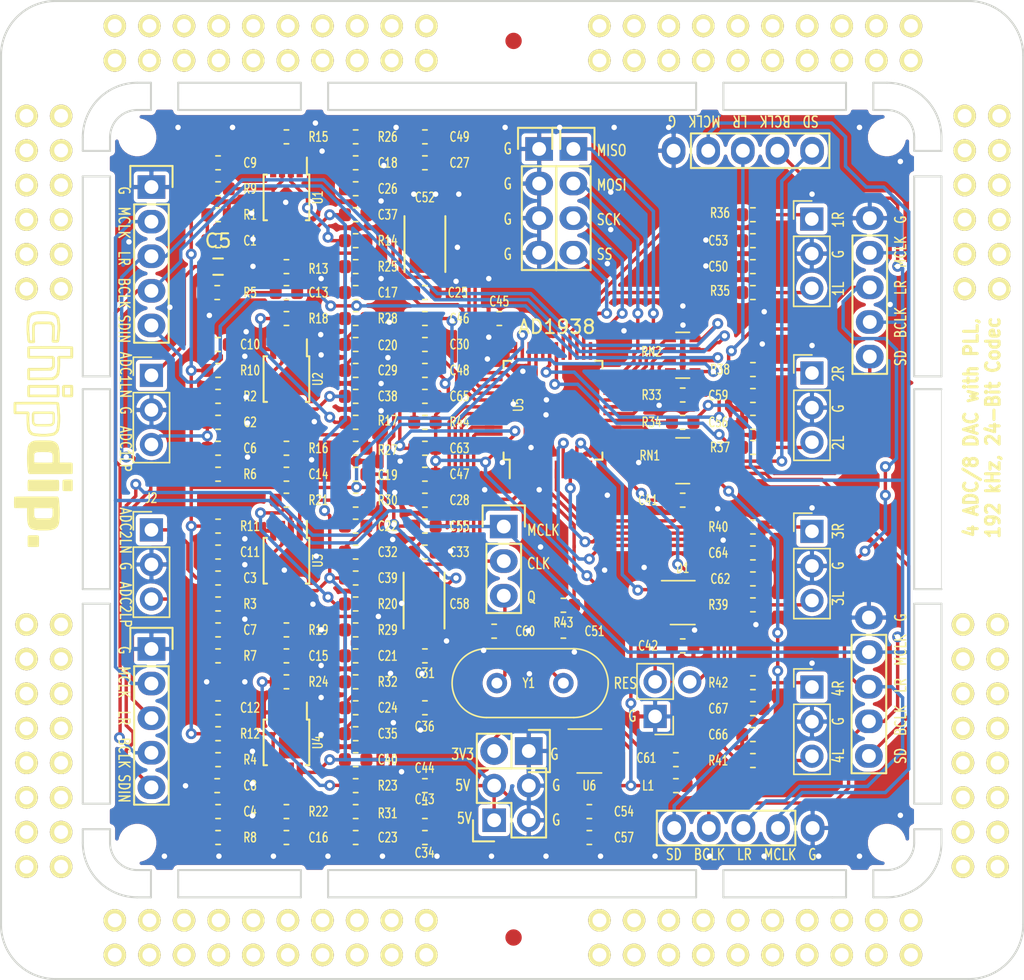
<source format=kicad_pcb>
(kicad_pcb (version 20171130) (host pcbnew "(5.1.2)-2")
  (layers (0 F.Cu signal) (31 B.Cu signal) (34 B.Paste user) (35 F.Paste user) (36 B.SilkS user) (37 F.SilkS user) (38 B.Mask user) (39 F.Mask user) (44 Edge.Cuts user))
  (net 0 "")
  (net 1 "Net-(C1-Pad1)")
  (net 2 Earth)
  (net 3 "Net-(C2-Pad1)")
  (net 4 "Net-(C3-Pad1)")
  (net 5 "Net-(C4-Pad1)")
  (net 6 "Net-(C5-Pad2)")
  (net 7 "Net-(C6-Pad2)")
  (net 8 "Net-(C7-Pad2)")
  (net 9 "Net-(C8-Pad2)")
  (net 10 "Net-(C9-Pad1)")
  (net 11 "Net-(C10-Pad1)")
  (net 12 "Net-(C11-Pad1)")
  (net 13 "Net-(C12-Pad1)")
  (net 14 "Net-(C13-Pad2)")
  (net 15 "Net-(C13-Pad1)")
  (net 16 "Net-(C14-Pad2)")
  (net 17 "Net-(C14-Pad1)")
  (net 18 "Net-(C15-Pad2)")
  (net 19 "Net-(C15-Pad1)")
  (net 20 "Net-(C16-Pad1)")
  (net 21 "Net-(C16-Pad2)")
  (net 22 "Net-(C17-Pad1)")
  (net 23 ADC1LN)
  (net 24 "Net-(C18-Pad1)")
  (net 25 ADC1LP)
  (net 26 ADC1RN)
  (net 27 "Net-(C19-Pad1)")
  (net 28 ADC1RP)
  (net 29 "Net-(C20-Pad1)")
  (net 30 ADC2LN)
  (net 31 "Net-(C21-Pad1)")
  (net 32 ADC2LP)
  (net 33 "Net-(C22-Pad1)")
  (net 34 ADC2RN)
  (net 35 "Net-(C23-Pad1)")
  (net 36 "Net-(C24-Pad1)")
  (net 37 ADC2RP)
  (net 38 +5V)
  (net 39 +3.3VDAC)
  (net 40 +3.3VADC)
  (net 41 "Net-(C49-Pad1)")
  (net 42 /1L)
  (net 43 "Net-(C51-Pad1)")
  (net 44 /1R)
  (net 45 FILTR)
  (net 46 /2L)
  (net 47 /2R)
  (net 48 "Net-(C60-Pad1)")
  (net 49 /3L)
  (net 50 "Net-(C63-Pad1)")
  (net 51 /3R)
  (net 52 "Net-(C65-Pad2)")
  (net 53 /4L)
  (net 54 /4R)
  (net 55 "Net-(D1-Pad4)")
  (net 56 "Net-(D1-Pad3)")
  (net 57 RESET)
  (net 58 SDATA_IN0)
  (net 59 BCLK_OUT)
  (net 60 LRCLK_OUT)
  (net 61 MCLK1)
  (net 62 SDATA_IN1)
  (net 63 SDATA_OUT0)
  (net 64 SDATA_OUT1)
  (net 65 SDATA_OUT2)
  (net 66 SDATA_OUT3)
  (net 67 "Net-(R14-Pad2)")
  (net 68 "Net-(R15-Pad1)")
  (net 69 "Net-(R17-Pad2)")
  (net 70 "Net-(R18-Pad1)")
  (net 71 "Net-(R20-Pad2)")
  (net 72 "Net-(R21-Pad1)")
  (net 73 "Net-(R23-Pad2)")
  (net 74 "Net-(R24-Pad1)")
  (net 75 "Net-(R33-Pad1)")
  (net 76 "Net-(R34-Pad1)")
  (net 77 "Net-(R35-Pad2)")
  (net 78 "Net-(R36-Pad2)")
  (net 79 "Net-(R37-Pad2)")
  (net 80 "Net-(R38-Pad2)")
  (net 81 "Net-(R39-Pad2)")
  (net 82 "Net-(R40-Pad2)")
  (net 83 "Net-(R41-Pad2)")
  (net 84 "Net-(R42-Pad2)")
  (net 85 "Net-(R43-Pad1)")
  (net 86 "Net-(RN1-Pad5)")
  (net 87 "Net-(RN1-Pad6)")
  (net 88 "Net-(RN1-Pad8)")
  (net 89 "Net-(RN1-Pad7)")
  (net 90 LRCLK_IN)
  (net 91 BCLK_IN)
  (net 92 "Net-(RN2-Pad7)")
  (net 93 "Net-(RN2-Pad8)")
  (net 94 "Net-(RN2-Pad6)")
  (net 95 "Net-(RN2-Pad5)")
  (net 96 "Net-(J18-Pad1)")
  (net 97 "Net-(J18-Pad2)")
  (net 98 "Net-(J18-Pad3)")
  (net 99 "Net-(J18-Pad4)")
  (net 100 MCLK)
  (module NewComponents:1x8_BIG (layer F.Cu) (at 126.111 134.747)
    (fp_text reference J13 hide)
    (fp_text value MODULE_HEADER hide)
    (pad 1 thru_hole circle (at -11.43 0) (size 1.651 1.651) (drill 1.016) (layers *.Cu *.Mask F.SilkS))
    (pad 2 thru_hole circle (at -8.89 0) (size 1.651 1.651) (drill 1.016) (layers *.Cu *.Mask F.SilkS))
    (pad 7 thru_hole circle (at 3.81 0) (size 1.651 1.651) (drill 1.016) (layers *.Cu *.Mask F.SilkS))
    (pad 8 thru_hole circle (at 6.35 0) (size 1.651 1.651) (drill 1.016) (layers *.Cu *.Mask F.SilkS))
  )
  (module NewComponents:1x8_BIG (layer F.Cu) (at 126.111 132.207)
    (fp_text reference J13 hide)
    (fp_text value MODULE_HEADER hide)
    (pad 1 thru_hole circle (at -11.43 0) (size 1.651 1.651) (drill 1.016) (layers *.Cu *.Mask F.SilkS))
    (pad 2 thru_hole circle (at -8.89 0) (size 1.651 1.651) (drill 1.016) (layers *.Cu *.Mask F.SilkS))
    (pad 7 thru_hole circle (at 3.81 0) (size 1.651 1.651) (drill 1.016) (layers *.Cu *.Mask F.SilkS))
    (pad 8 thru_hole circle (at 6.35 0) (size 1.651 1.651) (drill 1.016) (layers *.Cu *.Mask F.SilkS))
  )
  (module NewComponents:1x8_BIG (layer F.Cu) (at 126.111 69.088)
    (fp_text reference J13 hide)
    (fp_text value MODULE_HEADER hide)
    (pad 8 thru_hole circle (at 6.35 0) (size 1.651 1.651) (drill 1.016) (layers *.Cu *.Mask F.SilkS))
    (pad 7 thru_hole circle (at 3.81 0) (size 1.651 1.651) (drill 1.016) (layers *.Cu *.Mask F.SilkS))
    (pad 2 thru_hole circle (at -8.89 0) (size 1.651 1.651) (drill 1.016) (layers *.Cu *.Mask F.SilkS))
    (pad 1 thru_hole circle (at -11.43 0) (size 1.651 1.651) (drill 1.016) (layers *.Cu *.Mask F.SilkS))
  )
  (module NewComponents:1x8_BIG (layer F.Cu) (at 126.111 66.548)
    (fp_text reference J13 hide)
    (fp_text value MODULE_HEADER hide)
    (pad 8 thru_hole circle (at 6.35 0) (size 1.651 1.651) (drill 1.016) (layers *.Cu *.Mask F.SilkS))
    (pad 7 thru_hole circle (at 3.81 0) (size 1.651 1.651) (drill 1.016) (layers *.Cu *.Mask F.SilkS))
    (pad 2 thru_hole circle (at -8.89 0) (size 1.651 1.651) (drill 1.016) (layers *.Cu *.Mask F.SilkS))
    (pad 1 thru_hole circle (at -11.43 0) (size 1.651 1.651) (drill 1.016) (layers *.Cu *.Mask F.SilkS))
  )
  (module NewComponents:1x8_BIG (layer F.Cu) (at 156.591 116.84 90)
    (fp_text reference J13 hide)
    (fp_text value MODULE_HEADER hide)
    (pad 1 thru_hole circle (at -11.43 0 90) (size 1.651 1.651) (drill 1.016) (layers *.Cu *.Mask F.SilkS))
    (pad 2 thru_hole circle (at -8.89 0 90) (size 1.651 1.651) (drill 1.016) (layers *.Cu *.Mask F.SilkS))
    (pad 3 thru_hole circle (at -6.35 0 90) (size 1.651 1.651) (drill 1.016) (layers *.Cu *.Mask F.SilkS))
    (pad 4 thru_hole circle (at -3.81 0 90) (size 1.651 1.651) (drill 1.016) (layers *.Cu *.Mask F.SilkS))
    (pad 5 thru_hole circle (at -1.27 0 90) (size 1.651 1.651) (drill 1.016) (layers *.Cu *.Mask F.SilkS))
    (pad 6 thru_hole circle (at 1.27 0 90) (size 1.651 1.651) (drill 1.016) (layers *.Cu *.Mask F.SilkS))
    (pad 7 thru_hole circle (at 3.81 0 90) (size 1.651 1.651) (drill 1.016) (layers *.Cu *.Mask F.SilkS))
    (pad 8 thru_hole circle (at 6.35 0 90) (size 1.651 1.651) (drill 1.016) (layers *.Cu *.Mask F.SilkS))
  )
  (module NewComponents:1x8_BIG (layer F.Cu) (at 159.131 116.84 90)
    (fp_text reference J13 hide)
    (fp_text value MODULE_HEADER hide)
    (pad 1 thru_hole circle (at -11.43 0 90) (size 1.651 1.651) (drill 1.016) (layers *.Cu *.Mask F.SilkS))
    (pad 2 thru_hole circle (at -8.89 0 90) (size 1.651 1.651) (drill 1.016) (layers *.Cu *.Mask F.SilkS))
    (pad 3 thru_hole circle (at -6.35 0 90) (size 1.651 1.651) (drill 1.016) (layers *.Cu *.Mask F.SilkS))
    (pad 4 thru_hole circle (at -3.81 0 90) (size 1.651 1.651) (drill 1.016) (layers *.Cu *.Mask F.SilkS))
    (pad 5 thru_hole circle (at -1.27 0 90) (size 1.651 1.651) (drill 1.016) (layers *.Cu *.Mask F.SilkS))
    (pad 6 thru_hole circle (at 1.27 0 90) (size 1.651 1.651) (drill 1.016) (layers *.Cu *.Mask F.SilkS))
    (pad 7 thru_hole circle (at 3.81 0 90) (size 1.651 1.651) (drill 1.016) (layers *.Cu *.Mask F.SilkS))
    (pad 8 thru_hole circle (at 6.35 0 90) (size 1.651 1.651) (drill 1.016) (layers *.Cu *.Mask F.SilkS))
  )
  (module Symbols:CD_6_mm_MASKA (layer B.Cu) (at 109.61 125.03 180)
    (fp_text reference G*** hide)
    (fp_text value LOGO hide)
  )
  (module Symbols:CDnew6mm (layer F.Cu) (at 89.12 96.16 270)
    (fp_text reference G*** hide)
    (fp_text value LOGO hide)
  )
  (module Pin_Headers:Pin_Header_Straight_1x05 (layer F.Cu) (at 145.563 125.4315 270)
    (fp_text reference J16 hide)
    (fp_text value Conn_01x05_Male)
    (pad 5 thru_hole oval (at 0 10.16 270) (size 2.032 1.7272) (drill 1.016) (layers *.Cu *.Mask) (net 66 SDATA_OUT3))
    (pad 4 thru_hole oval (at 0 7.62 270) (size 2.032 1.7272) (drill 1.016) (layers *.Cu *.Mask) (net 59 BCLK_OUT))
    (pad 3 thru_hole oval (at 0 5.08 270) (size 2.032 1.7272) (drill 1.016) (layers *.Cu *.Mask) (net 60 LRCLK_OUT))
    (pad 2 thru_hole oval (at 0 2.54 270) (size 2.032 1.7272) (drill 1.016) (layers *.Cu *.Mask) (net 61 MCLK1))
    (pad 1 thru_hole oval (at 0 0 270) (size 2.032 1.7272) (drill 1.016) (layers *.Cu *.Mask) (net 2 Earth))
  )
  (module Pin_Headers:Pin_Header_Straight_1x05 (layer F.Cu) (at 135.363 75.711 90)
    (fp_text reference J13 hide)
    (fp_text value Conn_01x05_Male)
    (pad 1 thru_hole oval (at 0 0 90) (size 2.032 1.7272) (drill 1.016) (layers *.Cu *.Mask) (net 2 Earth))
    (pad 2 thru_hole oval (at 0 2.54 90) (size 2.032 1.7272) (drill 1.016) (layers *.Cu *.Mask) (net 61 MCLK1))
    (pad 3 thru_hole oval (at 0 5.08 90) (size 2.032 1.7272) (drill 1.016) (layers *.Cu *.Mask) (net 60 LRCLK_OUT))
    (pad 4 thru_hole oval (at 0 7.62 90) (size 2.032 1.7272) (drill 1.016) (layers *.Cu *.Mask) (net 59 BCLK_OUT))
    (pad 5 thru_hole oval (at 0 10.16 90) (size 2.032 1.7272) (drill 1.016) (layers *.Cu *.Mask) (net 63 SDATA_OUT0))
  )
  (module Pin_Headers:Pin_Header_Straight_1x05 (layer F.Cu) (at 149.6905 109.981)
    (fp_text reference J15 hide)
    (fp_text value Conn_01x05_Male)
    (pad 1 thru_hole oval (at 0 0) (size 2.032 1.7272) (drill 1.016) (layers *.Cu *.Mask) (net 2 Earth))
    (pad 2 thru_hole oval (at 0 2.54) (size 2.032 1.7272) (drill 1.016) (layers *.Cu *.Mask) (net 61 MCLK1))
    (pad 3 thru_hole oval (at 0 5.08) (size 2.032 1.7272) (drill 1.016) (layers *.Cu *.Mask) (net 60 LRCLK_OUT))
    (pad 4 thru_hole oval (at 0 7.62) (size 2.032 1.7272) (drill 1.016) (layers *.Cu *.Mask) (net 59 BCLK_OUT))
    (pad 5 thru_hole oval (at 0 10.16) (size 2.032 1.7272) (drill 1.016) (layers *.Cu *.Mask) (net 65 SDATA_OUT2))
  )
  (module Pin_Headers:Pin_Header_Straight_1x05 (layer F.Cu) (at 149.754 80.664)
    (fp_text reference J14 hide)
    (fp_text value Conn_01x05_Male)
    (pad 5 thru_hole oval (at 0 10.16) (size 2.032 1.7272) (drill 1.016) (layers *.Cu *.Mask) (net 64 SDATA_OUT1))
    (pad 4 thru_hole oval (at 0 7.62) (size 2.032 1.7272) (drill 1.016) (layers *.Cu *.Mask) (net 59 BCLK_OUT))
    (pad 3 thru_hole oval (at 0 5.08) (size 2.032 1.7272) (drill 1.016) (layers *.Cu *.Mask) (net 60 LRCLK_OUT))
    (pad 2 thru_hole oval (at 0 2.54) (size 2.032 1.7272) (drill 1.016) (layers *.Cu *.Mask) (net 61 MCLK1))
    (pad 1 thru_hole oval (at 0 0) (size 2.032 1.7272) (drill 1.016) (layers *.Cu *.Mask) (net 2 Earth))
  )
  (module NewComponents:1x6_BIG (layer F.Cu) (at 159.258 74.422 90)
    (fp_text reference J13 hide)
    (fp_text value MODULE_HEADER hide)
    (pad 6 thru_hole circle (at 1.27 0 90) (size 1.651 1.651) (drill 1.016) (layers *.Cu *.Mask F.SilkS))
    (pad 5 thru_hole circle (at -1.27 0 90) (size 1.651 1.651) (drill 1.016) (layers *.Cu *.Mask F.SilkS))
    (pad 4 thru_hole circle (at -3.81 0 90) (size 1.651 1.651) (drill 1.016) (layers *.Cu *.Mask F.SilkS))
    (pad 3 thru_hole circle (at -6.35 0 90) (size 1.651 1.651) (drill 1.016) (layers *.Cu *.Mask F.SilkS))
    (pad 2 thru_hole circle (at -8.89 0 90) (size 1.651 1.651) (drill 1.016) (layers *.Cu *.Mask F.SilkS))
    (pad 1 thru_hole circle (at -11.43 0 90) (size 1.651 1.651) (drill 1.016) (layers *.Cu *.Mask F.SilkS))
  )
  (module NewComponents:1x6_BIG (layer F.Cu) (at 156.718 74.422 90)
    (fp_text reference J13 hide)
    (fp_text value MODULE_HEADER hide)
    (pad 1 thru_hole circle (at -11.43 0 90) (size 1.651 1.651) (drill 1.016) (layers *.Cu *.Mask F.SilkS))
    (pad 2 thru_hole circle (at -8.89 0 90) (size 1.651 1.651) (drill 1.016) (layers *.Cu *.Mask F.SilkS))
    (pad 3 thru_hole circle (at -6.35 0 90) (size 1.651 1.651) (drill 1.016) (layers *.Cu *.Mask F.SilkS))
    (pad 4 thru_hole circle (at -3.81 0 90) (size 1.651 1.651) (drill 1.016) (layers *.Cu *.Mask F.SilkS))
    (pad 5 thru_hole circle (at -1.27 0 90) (size 1.651 1.651) (drill 1.016) (layers *.Cu *.Mask F.SilkS))
    (pad 6 thru_hole circle (at 1.27 0 90) (size 1.651 1.651) (drill 1.016) (layers *.Cu *.Mask F.SilkS))
  )
  (module NewComponents:1x6_BIG (layer F.Cu) (at 87.884 74.422 90)
    (fp_text reference J13 hide)
    (fp_text value MODULE_HEADER hide)
    (pad 6 thru_hole circle (at 1.27 0 90) (size 1.651 1.651) (drill 1.016) (layers *.Cu *.Mask F.SilkS))
    (pad 5 thru_hole circle (at -1.27 0 90) (size 1.651 1.651) (drill 1.016) (layers *.Cu *.Mask F.SilkS))
    (pad 4 thru_hole circle (at -3.81 0 90) (size 1.651 1.651) (drill 1.016) (layers *.Cu *.Mask F.SilkS))
    (pad 3 thru_hole circle (at -6.35 0 90) (size 1.651 1.651) (drill 1.016) (layers *.Cu *.Mask F.SilkS))
    (pad 2 thru_hole circle (at -8.89 0 90) (size 1.651 1.651) (drill 1.016) (layers *.Cu *.Mask F.SilkS))
    (pad 1 thru_hole circle (at -11.43 0 90) (size 1.651 1.651) (drill 1.016) (layers *.Cu *.Mask F.SilkS))
  )
  (module NewComponents:1x6_BIG (layer F.Cu) (at 90.424 74.422 90)
    (fp_text reference J13 hide)
    (fp_text value MODULE_HEADER hide)
    (pad 1 thru_hole circle (at -11.43 0 90) (size 1.651 1.651) (drill 1.016) (layers *.Cu *.Mask F.SilkS))
    (pad 2 thru_hole circle (at -8.89 0 90) (size 1.651 1.651) (drill 1.016) (layers *.Cu *.Mask F.SilkS))
    (pad 3 thru_hole circle (at -6.35 0 90) (size 1.651 1.651) (drill 1.016) (layers *.Cu *.Mask F.SilkS))
    (pad 4 thru_hole circle (at -3.81 0 90) (size 1.651 1.651) (drill 1.016) (layers *.Cu *.Mask F.SilkS))
    (pad 5 thru_hole circle (at -1.27 0 90) (size 1.651 1.651) (drill 1.016) (layers *.Cu *.Mask F.SilkS))
    (pad 6 thru_hole circle (at 1.27 0 90) (size 1.651 1.651) (drill 1.016) (layers *.Cu *.Mask F.SilkS))
  )
  (module NewComponents:1x8_BIG (layer F.Cu) (at 87.884 116.84 90)
    (fp_text reference J13 hide)
    (fp_text value MODULE_HEADER hide)
    (pad 8 thru_hole circle (at 6.35 0 90) (size 1.651 1.651) (drill 1.016) (layers *.Cu *.Mask F.SilkS))
    (pad 7 thru_hole circle (at 3.81 0 90) (size 1.651 1.651) (drill 1.016) (layers *.Cu *.Mask F.SilkS))
    (pad 6 thru_hole circle (at 1.27 0 90) (size 1.651 1.651) (drill 1.016) (layers *.Cu *.Mask F.SilkS))
    (pad 5 thru_hole circle (at -1.27 0 90) (size 1.651 1.651) (drill 1.016) (layers *.Cu *.Mask F.SilkS))
    (pad 4 thru_hole circle (at -3.81 0 90) (size 1.651 1.651) (drill 1.016) (layers *.Cu *.Mask F.SilkS))
    (pad 3 thru_hole circle (at -6.35 0 90) (size 1.651 1.651) (drill 1.016) (layers *.Cu *.Mask F.SilkS))
    (pad 2 thru_hole circle (at -8.89 0 90) (size 1.651 1.651) (drill 1.016) (layers *.Cu *.Mask F.SilkS))
    (pad 1 thru_hole circle (at -11.43 0 90) (size 1.651 1.651) (drill 1.016) (layers *.Cu *.Mask F.SilkS))
  )
  (module NewComponents:1x8_BIG (layer F.Cu) (at 90.424 116.84 90)
    (fp_text reference J13 hide)
    (fp_text value MODULE_HEADER hide)
    (pad 8 thru_hole circle (at 6.35 0 90) (size 1.651 1.651) (drill 1.016) (layers *.Cu *.Mask F.SilkS))
    (pad 7 thru_hole circle (at 3.81 0 90) (size 1.651 1.651) (drill 1.016) (layers *.Cu *.Mask F.SilkS))
    (pad 6 thru_hole circle (at 1.27 0 90) (size 1.651 1.651) (drill 1.016) (layers *.Cu *.Mask F.SilkS))
    (pad 5 thru_hole circle (at -1.27 0 90) (size 1.651 1.651) (drill 1.016) (layers *.Cu *.Mask F.SilkS))
    (pad 4 thru_hole circle (at -3.81 0 90) (size 1.651 1.651) (drill 1.016) (layers *.Cu *.Mask F.SilkS))
    (pad 3 thru_hole circle (at -6.35 0 90) (size 1.651 1.651) (drill 1.016) (layers *.Cu *.Mask F.SilkS))
    (pad 2 thru_hole circle (at -8.89 0 90) (size 1.651 1.651) (drill 1.016) (layers *.Cu *.Mask F.SilkS))
    (pad 1 thru_hole circle (at -11.43 0 90) (size 1.651 1.651) (drill 1.016) (layers *.Cu *.Mask F.SilkS))
  )
  (module NewComponents:1x8_BIG (layer F.Cu) (at 146.431 134.747)
    (fp_text reference J13 hide)
    (fp_text value MODULE_HEADER hide)
    (pad 1 thru_hole circle (at -11.43 0) (size 1.651 1.651) (drill 1.016) (layers *.Cu *.Mask F.SilkS))
    (pad 2 thru_hole circle (at -8.89 0) (size 1.651 1.651) (drill 1.016) (layers *.Cu *.Mask F.SilkS))
    (pad 3 thru_hole circle (at -6.35 0) (size 1.651 1.651) (drill 1.016) (layers *.Cu *.Mask F.SilkS))
    (pad 4 thru_hole circle (at -3.81 0) (size 1.651 1.651) (drill 1.016) (layers *.Cu *.Mask F.SilkS))
    (pad 5 thru_hole circle (at -1.27 0) (size 1.651 1.651) (drill 1.016) (layers *.Cu *.Mask F.SilkS))
    (pad 6 thru_hole circle (at 1.27 0) (size 1.651 1.651) (drill 1.016) (layers *.Cu *.Mask F.SilkS))
    (pad 7 thru_hole circle (at 3.81 0) (size 1.651 1.651) (drill 1.016) (layers *.Cu *.Mask F.SilkS))
    (pad 8 thru_hole circle (at 6.35 0) (size 1.651 1.651) (drill 1.016) (layers *.Cu *.Mask F.SilkS))
  )
  (module NewComponents:1x8_BIG (layer F.Cu) (at 146.431 132.207)
    (fp_text reference J13 hide)
    (fp_text value MODULE_HEADER hide)
    (pad 1 thru_hole circle (at -11.43 0) (size 1.651 1.651) (drill 1.016) (layers *.Cu *.Mask F.SilkS))
    (pad 2 thru_hole circle (at -8.89 0) (size 1.651 1.651) (drill 1.016) (layers *.Cu *.Mask F.SilkS))
    (pad 3 thru_hole circle (at -6.35 0) (size 1.651 1.651) (drill 1.016) (layers *.Cu *.Mask F.SilkS))
    (pad 4 thru_hole circle (at -3.81 0) (size 1.651 1.651) (drill 1.016) (layers *.Cu *.Mask F.SilkS))
    (pad 5 thru_hole circle (at -1.27 0) (size 1.651 1.651) (drill 1.016) (layers *.Cu *.Mask F.SilkS))
    (pad 6 thru_hole circle (at 1.27 0) (size 1.651 1.651) (drill 1.016) (layers *.Cu *.Mask F.SilkS))
    (pad 7 thru_hole circle (at 3.81 0) (size 1.651 1.651) (drill 1.016) (layers *.Cu *.Mask F.SilkS))
    (pad 8 thru_hole circle (at 6.35 0) (size 1.651 1.651) (drill 1.016) (layers *.Cu *.Mask F.SilkS))
  )
  (module NewComponents:1x8_BIG (layer F.Cu) (at 105.791 132.207)
    (fp_text reference J13 hide)
    (fp_text value MODULE_HEADER hide)
    (pad 1 thru_hole circle (at -11.43 0) (size 1.651 1.651) (drill 1.016) (layers *.Cu *.Mask F.SilkS))
    (pad 2 thru_hole circle (at -8.89 0) (size 1.651 1.651) (drill 1.016) (layers *.Cu *.Mask F.SilkS))
    (pad 3 thru_hole circle (at -6.35 0) (size 1.651 1.651) (drill 1.016) (layers *.Cu *.Mask F.SilkS))
    (pad 4 thru_hole circle (at -3.81 0) (size 1.651 1.651) (drill 1.016) (layers *.Cu *.Mask F.SilkS))
    (pad 5 thru_hole circle (at -1.27 0) (size 1.651 1.651) (drill 1.016) (layers *.Cu *.Mask F.SilkS))
    (pad 6 thru_hole circle (at 1.27 0) (size 1.651 1.651) (drill 1.016) (layers *.Cu *.Mask F.SilkS))
    (pad 7 thru_hole circle (at 3.81 0) (size 1.651 1.651) (drill 1.016) (layers *.Cu *.Mask F.SilkS))
    (pad 8 thru_hole circle (at 6.35 0) (size 1.651 1.651) (drill 1.016) (layers *.Cu *.Mask F.SilkS))
  )
  (module NewComponents:1x8_BIG (layer F.Cu) (at 105.791 134.747)
    (fp_text reference J13 hide)
    (fp_text value MODULE_HEADER hide)
    (pad 1 thru_hole circle (at -11.43 0) (size 1.651 1.651) (drill 1.016) (layers *.Cu *.Mask F.SilkS))
    (pad 2 thru_hole circle (at -8.89 0) (size 1.651 1.651) (drill 1.016) (layers *.Cu *.Mask F.SilkS))
    (pad 3 thru_hole circle (at -6.35 0) (size 1.651 1.651) (drill 1.016) (layers *.Cu *.Mask F.SilkS))
    (pad 4 thru_hole circle (at -3.81 0) (size 1.651 1.651) (drill 1.016) (layers *.Cu *.Mask F.SilkS))
    (pad 5 thru_hole circle (at -1.27 0) (size 1.651 1.651) (drill 1.016) (layers *.Cu *.Mask F.SilkS))
    (pad 6 thru_hole circle (at 1.27 0) (size 1.651 1.651) (drill 1.016) (layers *.Cu *.Mask F.SilkS))
    (pad 7 thru_hole circle (at 3.81 0) (size 1.651 1.651) (drill 1.016) (layers *.Cu *.Mask F.SilkS))
    (pad 8 thru_hole circle (at 6.35 0) (size 1.651 1.651) (drill 1.016) (layers *.Cu *.Mask F.SilkS))
  )
  (module NewComponents:1x8_BIG (layer F.Cu) (at 146.431 69.088)
    (fp_text reference J13 hide)
    (fp_text value MODULE_HEADER hide)
    (pad 8 thru_hole circle (at 6.35 0) (size 1.651 1.651) (drill 1.016) (layers *.Cu *.Mask F.SilkS))
    (pad 7 thru_hole circle (at 3.81 0) (size 1.651 1.651) (drill 1.016) (layers *.Cu *.Mask F.SilkS))
    (pad 6 thru_hole circle (at 1.27 0) (size 1.651 1.651) (drill 1.016) (layers *.Cu *.Mask F.SilkS))
    (pad 5 thru_hole circle (at -1.27 0) (size 1.651 1.651) (drill 1.016) (layers *.Cu *.Mask F.SilkS))
    (pad 4 thru_hole circle (at -3.81 0) (size 1.651 1.651) (drill 1.016) (layers *.Cu *.Mask F.SilkS))
    (pad 3 thru_hole circle (at -6.35 0) (size 1.651 1.651) (drill 1.016) (layers *.Cu *.Mask F.SilkS))
    (pad 2 thru_hole circle (at -8.89 0) (size 1.651 1.651) (drill 1.016) (layers *.Cu *.Mask F.SilkS))
    (pad 1 thru_hole circle (at -11.43 0) (size 1.651 1.651) (drill 1.016) (layers *.Cu *.Mask F.SilkS))
  )
  (module NewComponents:1x8_BIG (layer F.Cu) (at 146.431 66.548)
    (fp_text reference J13 hide)
    (fp_text value MODULE_HEADER hide)
    (pad 8 thru_hole circle (at 6.35 0) (size 1.651 1.651) (drill 1.016) (layers *.Cu *.Mask F.SilkS))
    (pad 7 thru_hole circle (at 3.81 0) (size 1.651 1.651) (drill 1.016) (layers *.Cu *.Mask F.SilkS))
    (pad 6 thru_hole circle (at 1.27 0) (size 1.651 1.651) (drill 1.016) (layers *.Cu *.Mask F.SilkS))
    (pad 5 thru_hole circle (at -1.27 0) (size 1.651 1.651) (drill 1.016) (layers *.Cu *.Mask F.SilkS))
    (pad 4 thru_hole circle (at -3.81 0) (size 1.651 1.651) (drill 1.016) (layers *.Cu *.Mask F.SilkS))
    (pad 3 thru_hole circle (at -6.35 0) (size 1.651 1.651) (drill 1.016) (layers *.Cu *.Mask F.SilkS))
    (pad 2 thru_hole circle (at -8.89 0) (size 1.651 1.651) (drill 1.016) (layers *.Cu *.Mask F.SilkS))
    (pad 1 thru_hole circle (at -11.43 0) (size 1.651 1.651) (drill 1.016) (layers *.Cu *.Mask F.SilkS))
  )
  (module NewComponents:1x8_BIG (layer F.Cu) (at 105.791 66.548)
    (fp_text reference J13 hide)
    (fp_text value MODULE_HEADER hide)
    (pad 8 thru_hole circle (at 6.35 0) (size 1.651 1.651) (drill 1.016) (layers *.Cu *.Mask F.SilkS))
    (pad 7 thru_hole circle (at 3.81 0) (size 1.651 1.651) (drill 1.016) (layers *.Cu *.Mask F.SilkS))
    (pad 6 thru_hole circle (at 1.27 0) (size 1.651 1.651) (drill 1.016) (layers *.Cu *.Mask F.SilkS))
    (pad 5 thru_hole circle (at -1.27 0) (size 1.651 1.651) (drill 1.016) (layers *.Cu *.Mask F.SilkS))
    (pad 4 thru_hole circle (at -3.81 0) (size 1.651 1.651) (drill 1.016) (layers *.Cu *.Mask F.SilkS))
    (pad 3 thru_hole circle (at -6.35 0) (size 1.651 1.651) (drill 1.016) (layers *.Cu *.Mask F.SilkS))
    (pad 2 thru_hole circle (at -8.89 0) (size 1.651 1.651) (drill 1.016) (layers *.Cu *.Mask F.SilkS))
    (pad 1 thru_hole circle (at -11.43 0) (size 1.651 1.651) (drill 1.016) (layers *.Cu *.Mask F.SilkS))
  )
  (module NewComponents:1x8_BIG (layer F.Cu) (at 105.791 69.088)
    (fp_text reference J13 hide)
    (fp_text value MODULE_HEADER hide)
    (pad 8 thru_hole circle (at 6.35 0) (size 1.651 1.651) (drill 1.016) (layers *.Cu *.Mask F.SilkS))
    (pad 7 thru_hole circle (at 3.81 0) (size 1.651 1.651) (drill 1.016) (layers *.Cu *.Mask F.SilkS))
    (pad 6 thru_hole circle (at 1.27 0) (size 1.651 1.651) (drill 1.016) (layers *.Cu *.Mask F.SilkS))
    (pad 5 thru_hole circle (at -1.27 0) (size 1.651 1.651) (drill 1.016) (layers *.Cu *.Mask F.SilkS))
    (pad 4 thru_hole circle (at -3.81 0) (size 1.651 1.651) (drill 1.016) (layers *.Cu *.Mask F.SilkS))
    (pad 3 thru_hole circle (at -6.35 0) (size 1.651 1.651) (drill 1.016) (layers *.Cu *.Mask F.SilkS))
    (pad 2 thru_hole circle (at -8.89 0) (size 1.651 1.651) (drill 1.016) (layers *.Cu *.Mask F.SilkS))
    (pad 1 thru_hole circle (at -11.43 0) (size 1.651 1.651) (drill 1.016) (layers *.Cu *.Mask F.SilkS))
  )
  (module Measurement_Points:reper_Point_Round-SMD-Pad_Small (layer F.Cu) (at 123.62 133.47)
    (fp_text reference REF** hide)
    (fp_text value reper_Point_Round-SMD-Pad_Small hide)
    (pad 1 smd circle (at 0 0) (size 1.2 1.2) (layers F.Cu F.Mask))
  )
  (module Measurement_Points:reper_Point_Round-SMD-Pad_Small (layer F.Cu) (at 123.62 67.65)
    (fp_text reference REF** hide)
    (fp_text value reper_Point_Round-SMD-Pad_Small hide)
    (pad 1 smd circle (at 0 0) (size 1.2 1.2) (layers F.Cu F.Mask))
  )
  (module Mounting_Holes:MountingHole_2.2mm_M2_ISO14580 (layer F.Cu) (at 96.013 74.722)
    (fp_text reference REF** hide)
    (fp_text value MountingHole_2.2mm_M2_ISO14580)
    (pad 1 np_thru_hole circle (at 0 0) (size 2.2 2.2) (drill 2.2) (layers *.Cu *.Mask))
  )
  (module Mounting_Holes:MountingHole_2.2mm_M2_ISO14580 (layer F.Cu) (at 151.013 74.722)
    (fp_text reference REF** hide)
    (fp_text value MountingHole_2.2mm_M2_ISO14580)
    (pad 1 np_thru_hole circle (at 0 0) (size 2.2 2.2) (drill 2.2) (layers *.Cu *.Mask))
  )
  (module Mounting_Holes:MountingHole_3.2mm_M3 (layer F.Cu) (at 157.013 132.519)
    (fp_text reference REF** hide)
    (fp_text value MountingHole_3.2mm_M3)
    (pad 1 np_thru_hole circle (at 0 0) (size 3.2 3.2) (drill 3.2) (layers *.Cu *.Mask))
  )
  (module Mounting_Holes:MountingHole_3.2mm_M3 (layer F.Cu) (at 90.013 132.519)
    (fp_text reference REF** hide)
    (fp_text value MountingHole_3.2mm_M3)
    (pad 1 np_thru_hole circle (at 0 0) (size 3.2 3.2) (drill 3.2) (layers *.Cu *.Mask))
  )
  (module Connector_PinHeader_2.54mm:PinHeader_1x01_P2.54mm_Vertical (layer F.Cu) (at 136.546 114.7)
    (fp_text reference J6 hide)
    (fp_text value Conn_01x01_Male)
    (pad 1 thru_hole circle (at 0 0) (size 1.7 1.7) (drill 1) (layers *.Cu *.Mask) (net 55 "Net-(D1-Pad4)"))
  )
  (module Capacitor_SMD:C_0603_1608Metric (layer F.Cu) (at 117.115 101.365 180)
    (fp_text reference C28 (at -2.54 0 180) (layer F.SilkS) (effects (font (size 0.7 0.5) (thickness 0.1))))
    (fp_text value 2n2)
    (pad 2 smd roundrect (at 0.7875 0 180) (size 0.875 0.95) (layers F.Cu F.Paste F.Mask) (net 26 ADC1RN))
    (pad 1 smd roundrect (at -0.7875 0 180) (size 0.875 0.95) (layers F.Cu F.Paste F.Mask) (net 2 Earth))
  )
  (module AD1938:R_0603_1608Metric (layer F.Cu) (at 135.53 122.32)
    (fp_text reference L1 (at -2.032 0) (layer F.SilkS) (effects (font (size 0.7 0.5) (thickness 0.1))))
    (fp_text value "600 Ohm Ferr")
    (pad 2 smd roundrect (at 0.7875 0) (size 0.875 0.95) (layers F.Cu F.Paste F.Mask) (net 39 +3.3VDAC))
    (pad 1 smd roundrect (at -0.7875 0) (size 0.875 0.95) (layers F.Cu F.Paste F.Mask) (net 40 +3.3VADC))
  )
  (module AD1938:C_0603_1608Metric (layer F.Cu) (at 117.115 86.125 180)
    (fp_text reference C25 (at -2.413 0) (layer F.SilkS) (effects (font (size 0.7 0.5) (thickness 0.1))))
    (fp_text value 2n2)
    (pad 1 smd roundrect (at -0.7875 0 180) (size 0.875 0.95) (layers F.Cu F.Paste F.Mask) (net 2 Earth))
    (pad 2 smd roundrect (at 0.7875 0 180) (size 0.875 0.95) (layers F.Cu F.Paste F.Mask) (net 23 ADC1LN))
  )
  (module AD1938:C_0603_1608Metric (layer F.Cu) (at 112.035 78.505 180)
    (fp_text reference C26 (at -2.3495 0 180) (layer F.SilkS) (effects (font (size 0.7 0.5) (thickness 0.1))))
    (fp_text value 100p)
    (pad 1 smd roundrect (at -0.7875 0 180) (size 0.875 0.95) (layers F.Cu F.Paste F.Mask) (net 23 ADC1LN))
    (pad 2 smd roundrect (at 0.7875 0 180) (size 0.875 0.95) (layers F.Cu F.Paste F.Mask) (net 25 ADC1LP))
  )
  (module AD1938:C_0603_1608Metric (layer F.Cu) (at 112.035 86.125)
    (fp_text reference C17 (at 2.3495 0) (layer F.SilkS) (effects (font (size 0.7 0.5) (thickness 0.1))))
    (fp_text value 10uF)
    (pad 2 smd roundrect (at 0.7875 0) (size 0.875 0.95) (layers F.Cu F.Paste F.Mask) (net 23 ADC1LN))
    (pad 1 smd roundrect (at -0.7875 0) (size 0.875 0.95) (layers F.Cu F.Paste F.Mask) (net 22 "Net-(C17-Pad1)"))
  )
  (module AD1938:C_0603_1608Metric (layer F.Cu) (at 106.955 86.125)
    (fp_text reference C13 (at 2.3495 0) (layer F.SilkS) (effects (font (size 0.7 0.5) (thickness 0.1))))
    (fp_text value 330p)
    (pad 1 smd roundrect (at -0.7875 0) (size 0.875 0.95) (layers F.Cu F.Paste F.Mask) (net 15 "Net-(C13-Pad1)"))
    (pad 2 smd roundrect (at 0.7875 0) (size 0.875 0.95) (layers F.Cu F.Paste F.Mask) (net 14 "Net-(C13-Pad2)"))
  )
  (module Capacitor_SMD:C_0603_1608Metric (layer F.Cu) (at 101.875 122.32)
    (fp_text reference C8 (at 2.413 0) (layer F.SilkS) (effects (font (size 0.7 0.5) (thickness 0.1))))
    (fp_text value 10uF)
    (pad 2 smd roundrect (at 0.7875 0) (size 0.875 0.95) (layers F.Cu F.Paste F.Mask) (net 9 "Net-(C8-Pad2)"))
    (pad 1 smd roundrect (at -0.7875 0) (size 0.875 0.95) (layers F.Cu F.Paste F.Mask) (net 5 "Net-(C4-Pad1)"))
  )
  (module AD1938:C_0603_1608Metric (layer F.Cu) (at 101.9385 97.555)
    (fp_text reference C6 (at 2.3495 0) (layer F.SilkS) (effects (font (size 0.7 0.5) (thickness 0.1))))
    (fp_text value 10uF)
    (pad 1 smd roundrect (at -0.7875 0) (size 0.875 0.95) (layers F.Cu F.Paste F.Mask) (net 3 "Net-(C2-Pad1)"))
    (pad 2 smd roundrect (at 0.7875 0) (size 0.875 0.95) (layers F.Cu F.Paste F.Mask) (net 7 "Net-(C6-Pad2)"))
  )
  (module AD1938:C_0603_1608Metric (layer F.Cu) (at 101.9385 82.315)
    (fp_text reference C1 (at 2.3495 0) (layer F.SilkS) (effects (font (size 0.7 0.5) (thickness 0.1))))
    (fp_text value 100p)
    (pad 1 smd roundrect (at -0.7875 0) (size 0.875 0.95) (layers F.Cu F.Paste F.Mask) (net 1 "Net-(C1-Pad1)"))
    (pad 2 smd roundrect (at 0.7875 0) (size 0.875 0.95) (layers F.Cu F.Paste F.Mask) (net 2 Earth))
  )
  (module Connector_PinHeader_2.54mm:PinHeader_1x03_P2.54mm_Vertical (layer F.Cu) (at 145.513 92.0305)
    (fp_text reference J10 hide)
    (fp_text value Conn_01x03_Male)
    (pad 3 thru_hole oval (at 0 5.08) (size 1.7 1.7) (drill 1) (layers *.Cu *.Mask) (net 46 /2L))
    (pad 2 thru_hole oval (at 0 2.54) (size 1.7 1.7) (drill 1) (layers *.Cu *.Mask) (net 2 Earth))
    (pad 1 thru_hole rect (at 0 0) (size 1.7 1.7) (drill 1) (layers *.Cu *.Mask) (net 47 /2R))
  )
  (module Connector_PinHeader_2.54mm:PinHeader_1x03_P2.54mm_Vertical (layer F.Cu) (at 145.513 103.651)
    (fp_text reference J11 hide)
    (fp_text value Conn_01x03_Male)
    (pad 1 thru_hole rect (at 0 0) (size 1.7 1.7) (drill 1) (layers *.Cu *.Mask) (net 51 /3R))
    (pad 2 thru_hole oval (at 0 2.54) (size 1.7 1.7) (drill 1) (layers *.Cu *.Mask) (net 2 Earth))
    (pad 3 thru_hole oval (at 0 5.08) (size 1.7 1.7) (drill 1) (layers *.Cu *.Mask) (net 49 /3L))
  )
  (module Mounting_Holes:MountingHole_3.2mm_M3 (layer F.Cu) (at 90.013 68.722)
    (fp_text reference REF** hide)
    (fp_text value MountingHole_3.2mm_M3)
    (pad 1 np_thru_hole circle (at 0 0) (size 3.2 3.2) (drill 3.2) (layers *.Cu *.Mask))
  )
  (module Mounting_Holes:MountingHole_2.2mm_M2_ISO14580 (layer F.Cu) (at 96.013 126.519)
    (fp_text reference REF** hide)
    (fp_text value MountingHole_2.2mm_M2_ISO14580)
    (pad 1 np_thru_hole circle (at 0 0) (size 2.2 2.2) (drill 2.2) (layers *.Cu *.Mask))
  )
  (module Mounting_Holes:MountingHole_2.2mm_M2_ISO14580 (layer F.Cu) (at 151.013 126.519)
    (fp_text reference REF** hide)
    (fp_text value MountingHole_2.2mm_M2_ISO14580)
    (pad 1 np_thru_hole circle (at 0 0) (size 2.2 2.2) (drill 2.2) (layers *.Cu *.Mask))
  )
  (module Mounting_Holes:MountingHole_3.2mm_M3 (layer F.Cu) (at 157.013 68.722)
    (fp_text reference REF** hide)
    (fp_text value MountingHole_3.2mm_M3)
    (pad 1 np_thru_hole circle (at 0 0) (size 3.2 3.2) (drill 3.2) (layers *.Cu *.Mask))
  )
  (module Capacitor_SMD:C_0603_1608Metric (layer F.Cu) (at 101.9385 95.65)
    (fp_text reference C2 (at 2.3495 0) (layer F.SilkS) (effects (font (size 0.7 0.5) (thickness 0.1))))
    (fp_text value 100p)
    (pad 2 smd roundrect (at 0.7875 0) (size 0.875 0.95) (layers F.Cu F.Paste F.Mask) (net 2 Earth))
    (pad 1 smd roundrect (at -0.7875 0) (size 0.875 0.95) (layers F.Cu F.Paste F.Mask) (net 3 "Net-(C2-Pad1)"))
  )
  (module Capacitor_SMD:C_0603_1608Metric (layer F.Cu) (at 101.9385 107.08)
    (fp_text reference C3 (at 2.3495 0) (layer F.SilkS) (effects (font (size 0.7 0.5) (thickness 0.1))))
    (fp_text value 100p)
    (pad 2 smd roundrect (at 0.7875 0) (size 0.875 0.95) (layers F.Cu F.Paste F.Mask) (net 2 Earth))
    (pad 1 smd roundrect (at -0.7875 0) (size 0.875 0.95) (layers F.Cu F.Paste F.Mask) (net 4 "Net-(C3-Pad1)"))
  )
  (module Capacitor_SMD:C_0603_1608Metric (layer F.Cu) (at 101.9385 124.225)
    (fp_text reference C4 (at 2.3495 0) (layer F.SilkS) (effects (font (size 0.7 0.5) (thickness 0.1))))
    (fp_text value 100p)
    (pad 2 smd roundrect (at 0.7875 0) (size 0.875 0.95) (layers F.Cu F.Paste F.Mask) (net 2 Earth))
    (pad 1 smd roundrect (at -0.7875 0) (size 0.875 0.95) (layers F.Cu F.Paste F.Mask) (net 5 "Net-(C4-Pad1)"))
  )
  (module Capacitor_SMD:C_0603_1608Metric (layer F.Cu) (at 101.9385 110.89)
    (fp_text reference C7 (at 2.3495 0) (layer F.SilkS) (effects (font (size 0.7 0.5) (thickness 0.1))))
    (fp_text value 10uF)
    (pad 1 smd roundrect (at -0.7875 0) (size 0.875 0.95) (layers F.Cu F.Paste F.Mask) (net 4 "Net-(C3-Pad1)"))
    (pad 2 smd roundrect (at 0.7875 0) (size 0.875 0.95) (layers F.Cu F.Paste F.Mask) (net 8 "Net-(C7-Pad2)"))
  )
  (module Capacitor_SMD:C_0603_1608Metric (layer F.Cu) (at 101.9385 76.6 180)
    (fp_text reference C9 (at -2.3495 0) (layer F.SilkS) (effects (font (size 0.7 0.5) (thickness 0.1))))
    (fp_text value 0.1)
    (pad 1 smd roundrect (at -0.7875 0 180) (size 0.875 0.95) (layers F.Cu F.Paste F.Mask) (net 10 "Net-(C9-Pad1)"))
    (pad 2 smd roundrect (at 0.7875 0 180) (size 0.875 0.95) (layers F.Cu F.Paste F.Mask) (net 2 Earth))
  )
  (module Capacitor_SMD:C_0603_1608Metric (layer F.Cu) (at 101.9385 89.935 180)
    (fp_text reference C10 (at -2.3495 0) (layer F.SilkS) (effects (font (size 0.7 0.5) (thickness 0.1))))
    (fp_text value 0.1)
    (pad 2 smd roundrect (at 0.7875 0 180) (size 0.875 0.95) (layers F.Cu F.Paste F.Mask) (net 2 Earth))
    (pad 1 smd roundrect (at -0.7875 0 180) (size 0.875 0.95) (layers F.Cu F.Paste F.Mask) (net 11 "Net-(C10-Pad1)"))
  )
  (module Capacitor_SMD:C_0603_1608Metric (layer F.Cu) (at 101.9385 105.175 180)
    (fp_text reference C11 (at -2.3495 0) (layer F.SilkS) (effects (font (size 0.7 0.5) (thickness 0.1))))
    (fp_text value 0.1)
    (pad 2 smd roundrect (at 0.7875 0 180) (size 0.875 0.95) (layers F.Cu F.Paste F.Mask) (net 2 Earth))
    (pad 1 smd roundrect (at -0.7875 0 180) (size 0.875 0.95) (layers F.Cu F.Paste F.Mask) (net 12 "Net-(C11-Pad1)"))
  )
  (module Capacitor_SMD:C_0603_1608Metric (layer F.Cu) (at 101.9385 116.605 180)
    (fp_text reference C12 (at -2.3495 0) (layer F.SilkS) (effects (font (size 0.7 0.5) (thickness 0.1))))
    (fp_text value 0.1)
    (pad 2 smd roundrect (at 0.7875 0 180) (size 0.875 0.95) (layers F.Cu F.Paste F.Mask) (net 2 Earth))
    (pad 1 smd roundrect (at -0.7875 0 180) (size 0.875 0.95) (layers F.Cu F.Paste F.Mask) (net 13 "Net-(C12-Pad1)"))
  )
  (module Capacitor_SMD:C_0603_1608Metric (layer F.Cu) (at 106.955 99.46)
    (fp_text reference C14 (at 2.3495 0) (layer F.SilkS) (effects (font (size 0.7 0.5) (thickness 0.1))))
    (fp_text value 330p)
    (pad 1 smd roundrect (at -0.7875 0) (size 0.875 0.95) (layers F.Cu F.Paste F.Mask) (net 17 "Net-(C14-Pad1)"))
    (pad 2 smd roundrect (at 0.7875 0) (size 0.875 0.95) (layers F.Cu F.Paste F.Mask) (net 16 "Net-(C14-Pad2)"))
  )
  (module Capacitor_SMD:C_0603_1608Metric (layer F.Cu) (at 106.955 112.795)
    (fp_text reference C15 (at 2.3495 0) (layer F.SilkS) (effects (font (size 0.7 0.5) (thickness 0.1))))
    (fp_text value 330p)
    (pad 1 smd roundrect (at -0.7875 0) (size 0.875 0.95) (layers F.Cu F.Paste F.Mask) (net 19 "Net-(C15-Pad1)"))
    (pad 2 smd roundrect (at 0.7875 0) (size 0.875 0.95) (layers F.Cu F.Paste F.Mask) (net 18 "Net-(C15-Pad2)"))
  )
  (module Capacitor_SMD:C_0603_1608Metric (layer F.Cu) (at 106.955 126.13)
    (fp_text reference C16 (at 2.3495 0) (layer F.SilkS) (effects (font (size 0.7 0.5) (thickness 0.1))))
    (fp_text value 330p)
    (pad 1 smd roundrect (at -0.7875 0) (size 0.875 0.95) (layers F.Cu F.Paste F.Mask) (net 20 "Net-(C16-Pad1)"))
    (pad 2 smd roundrect (at 0.7875 0) (size 0.875 0.95) (layers F.Cu F.Paste F.Mask) (net 21 "Net-(C16-Pad2)"))
  )
  (module Capacitor_SMD:C_0603_1608Metric (layer F.Cu) (at 112.035 76.6)
    (fp_text reference C18 (at 2.3495 0) (layer F.SilkS) (effects (font (size 0.7 0.5) (thickness 0.1))))
    (fp_text value 10uF)
    (pad 2 smd roundrect (at 0.7875 0) (size 0.875 0.95) (layers F.Cu F.Paste F.Mask) (net 25 ADC1LP))
    (pad 1 smd roundrect (at -0.7875 0) (size 0.875 0.95) (layers F.Cu F.Paste F.Mask) (net 24 "Net-(C18-Pad1)"))
  )
  (module Capacitor_SMD:C_0603_1608Metric (layer F.Cu) (at 112.035 99.46)
    (fp_text reference C19 (at 2.3495 0.0635) (layer F.SilkS) (effects (font (size 0.7 0.5) (thickness 0.1))))
    (fp_text value 10uF)
    (pad 2 smd roundrect (at 0.7875 0) (size 0.875 0.95) (layers F.Cu F.Paste F.Mask) (net 26 ADC1RN))
    (pad 1 smd roundrect (at -0.7875 0) (size 0.875 0.95) (layers F.Cu F.Paste F.Mask) (net 27 "Net-(C19-Pad1)"))
  )
  (module Capacitor_SMD:C_0603_1608Metric (layer F.Cu) (at 112.035 89.935)
    (fp_text reference C20 (at 2.3495 0.0635) (layer F.SilkS) (effects (font (size 0.7 0.5) (thickness 0.1))))
    (fp_text value 10uF)
    (pad 1 smd roundrect (at -0.7875 0) (size 0.875 0.95) (layers F.Cu F.Paste F.Mask) (net 29 "Net-(C20-Pad1)"))
    (pad 2 smd roundrect (at 0.7875 0) (size 0.875 0.95) (layers F.Cu F.Paste F.Mask) (net 28 ADC1RP))
  )
  (module Capacitor_SMD:C_0603_1608Metric (layer F.Cu) (at 112.035 112.795)
    (fp_text reference C21 (at 2.3495 0) (layer F.SilkS) (effects (font (size 0.7 0.5) (thickness 0.1))))
    (fp_text value 10uF)
    (pad 2 smd roundrect (at 0.7875 0) (size 0.875 0.95) (layers F.Cu F.Paste F.Mask) (net 30 ADC2LN))
    (pad 1 smd roundrect (at -0.7875 0) (size 0.875 0.95) (layers F.Cu F.Paste F.Mask) (net 31 "Net-(C21-Pad1)"))
  )
  (module Capacitor_SMD:C_0603_1608Metric (layer F.Cu) (at 112.035 103.27)
    (fp_text reference C22 (at 2.3495 0 180) (layer F.SilkS) (effects (font (size 0.7 0.5) (thickness 0.1))))
    (fp_text value 10uF)
    (pad 1 smd roundrect (at -0.7875 0) (size 0.875 0.95) (layers F.Cu F.Paste F.Mask) (net 33 "Net-(C22-Pad1)"))
    (pad 2 smd roundrect (at 0.7875 0) (size 0.875 0.95) (layers F.Cu F.Paste F.Mask) (net 32 ADC2LP))
  )
  (module Capacitor_SMD:C_0603_1608Metric (layer F.Cu) (at 112.035 126.13)
    (fp_text reference C23 (at 2.3495 0) (layer F.SilkS) (effects (font (size 0.7 0.5) (thickness 0.1))))
    (fp_text value 10uF)
    (pad 2 smd roundrect (at 0.7875 0) (size 0.875 0.95) (layers F.Cu F.Paste F.Mask) (net 34 ADC2RN))
    (pad 1 smd roundrect (at -0.7875 0) (size 0.875 0.95) (layers F.Cu F.Paste F.Mask) (net 35 "Net-(C23-Pad1)"))
  )
  (module Capacitor_SMD:C_0603_1608Metric (layer F.Cu) (at 112.035 116.605)
    (fp_text reference C24 (at 2.3495 0) (layer F.SilkS) (effects (font (size 0.7 0.5) (thickness 0.1))))
    (fp_text value 10uF)
    (pad 1 smd roundrect (at -0.7875 0) (size 0.875 0.95) (layers F.Cu F.Paste F.Mask) (net 36 "Net-(C24-Pad1)"))
    (pad 2 smd roundrect (at 0.7875 0) (size 0.875 0.95) (layers F.Cu F.Paste F.Mask) (net 37 ADC2RP))
  )
  (module Capacitor_SMD:C_0603_1608Metric (layer F.Cu) (at 117.115 76.6)
    (fp_text reference C27 (at 2.54 0 -180) (layer F.SilkS) (effects (font (size 0.7 0.5) (thickness 0.1))))
    (fp_text value 2n2)
    (pad 2 smd roundrect (at 0.7875 0) (size 0.875 0.95) (layers F.Cu F.Paste F.Mask) (net 2 Earth))
    (pad 1 smd roundrect (at -0.7875 0) (size 0.875 0.95) (layers F.Cu F.Paste F.Mask) (net 25 ADC1LP))
  )
  (module Capacitor_SMD:C_0603_1608Metric (layer F.Cu) (at 112.035 91.84 180)
    (fp_text reference C29 (at -2.3495 0 180) (layer F.SilkS) (effects (font (size 0.7 0.5) (thickness 0.1))))
    (fp_text value 100p)
    (pad 2 smd roundrect (at 0.7875 0 180) (size 0.875 0.95) (layers F.Cu F.Paste F.Mask) (net 28 ADC1RP))
    (pad 1 smd roundrect (at -0.7875 0 180) (size 0.875 0.95) (layers F.Cu F.Paste F.Mask) (net 26 ADC1RN))
  )
  (module Capacitor_SMD:C_0603_1608Metric (layer F.Cu) (at 117.115 89.935)
    (fp_text reference C30 (at 2.54 0) (layer F.SilkS) (effects (font (size 0.7 0.5) (thickness 0.1))))
    (fp_text value 2n2)
    (pad 1 smd roundrect (at -0.7875 0) (size 0.875 0.95) (layers F.Cu F.Paste F.Mask) (net 28 ADC1RP))
    (pad 2 smd roundrect (at 0.7875 0) (size 0.875 0.95) (layers F.Cu F.Paste F.Mask) (net 2 Earth))
  )
  (module Capacitor_SMD:C_0603_1608Metric (layer F.Cu) (at 117.115 112.795 180)
    (fp_text reference C31 (at 0 -1.27 180) (layer F.SilkS) (effects (font (size 0.7 0.5) (thickness 0.1))))
    (fp_text value 2n2)
    (pad 2 smd roundrect (at 0.7875 0 180) (size 0.875 0.95) (layers F.Cu F.Paste F.Mask) (net 30 ADC2LN))
    (pad 1 smd roundrect (at -0.7875 0 180) (size 0.875 0.95) (layers F.Cu F.Paste F.Mask) (net 2 Earth))
  )
  (module Capacitor_SMD:C_0603_1608Metric (layer F.Cu) (at 112.035 105.175 180)
    (fp_text reference C32 (at -2.3495 0 180) (layer F.SilkS) (effects (font (size 0.7 0.5) (thickness 0.1))))
    (fp_text value 100p)
    (pad 2 smd roundrect (at 0.7875 0 180) (size 0.875 0.95) (layers F.Cu F.Paste F.Mask) (net 32 ADC2LP))
    (pad 1 smd roundrect (at -0.7875 0 180) (size 0.875 0.95) (layers F.Cu F.Paste F.Mask) (net 30 ADC2LN))
  )
  (module Capacitor_SMD:C_0603_1608Metric (layer F.Cu) (at 117.115 105.175)
    (fp_text reference C33 (at 2.54 0) (layer F.SilkS) (effects (font (size 0.7 0.5) (thickness 0.1))))
    (fp_text value 2n2)
    (pad 1 smd roundrect (at -0.7875 0) (size 0.875 0.95) (layers F.Cu F.Paste F.Mask) (net 32 ADC2LP))
    (pad 2 smd roundrect (at 0.7875 0) (size 0.875 0.95) (layers F.Cu F.Paste F.Mask) (net 2 Earth))
  )
  (module Capacitor_SMD:C_0603_1608Metric (layer F.Cu) (at 117.115 126.13 180)
    (fp_text reference C34 (at 0.021 -1.124 180) (layer F.SilkS) (effects (font (size 0.7 0.5) (thickness 0.1))))
    (fp_text value 2n2)
    (pad 1 smd roundrect (at -0.7875 0 180) (size 0.875 0.95) (layers F.Cu F.Paste F.Mask) (net 2 Earth))
    (pad 2 smd roundrect (at 0.7875 0 180) (size 0.875 0.95) (layers F.Cu F.Paste F.Mask) (net 34 ADC2RN))
  )
  (module Capacitor_SMD:C_0603_1608Metric (layer F.Cu) (at 112.035 118.51 180)
    (fp_text reference C35 (at -2.3495 0 180) (layer F.SilkS) (effects (font (size 0.7 0.5) (thickness 0.1))))
    (fp_text value 100p)
    (pad 1 smd roundrect (at -0.7875 0 180) (size 0.875 0.95) (layers F.Cu F.Paste F.Mask) (net 34 ADC2RN))
    (pad 2 smd roundrect (at 0.7875 0 180) (size 0.875 0.95) (layers F.Cu F.Paste F.Mask) (net 37 ADC2RP))
  )
  (module Capacitor_SMD:C_0603_1608Metric (layer F.Cu) (at 117.115 116.605)
    (fp_text reference C36 (at -0.021 1.378) (layer F.SilkS) (effects (font (size 0.7 0.5) (thickness 0.1))))
    (fp_text value 2n2)
    (pad 1 smd roundrect (at -0.7875 0) (size 0.875 0.95) (layers F.Cu F.Paste F.Mask) (net 37 ADC2RP))
    (pad 2 smd roundrect (at 0.7875 0) (size 0.875 0.95) (layers F.Cu F.Paste F.Mask) (net 2 Earth))
  )
  (module Capacitor_SMD:C_0603_1608Metric (layer F.Cu) (at 112.035 80.41)
    (fp_text reference C37 (at 2.3495 0) (layer F.SilkS) (effects (font (size 0.7 0.5) (thickness 0.1))))
    (fp_text value 0.1)
    (pad 1 smd roundrect (at -0.7875 0) (size 0.875 0.95) (layers F.Cu F.Paste F.Mask) (net 38 +5V))
    (pad 2 smd roundrect (at 0.7875 0) (size 0.875 0.95) (layers F.Cu F.Paste F.Mask) (net 2 Earth))
  )
  (module Capacitor_SMD:C_0603_1608Metric (layer F.Cu) (at 112.035 93.745)
    (fp_text reference C38 (at 2.3495 0) (layer F.SilkS) (effects (font (size 0.7 0.5) (thickness 0.1))))
    (fp_text value 0.1)
    (pad 1 smd roundrect (at -0.7875 0) (size 0.875 0.95) (layers F.Cu F.Paste F.Mask) (net 38 +5V))
    (pad 2 smd roundrect (at 0.7875 0) (size 0.875 0.95) (layers F.Cu F.Paste F.Mask) (net 2 Earth))
  )
  (module Capacitor_SMD:C_0603_1608Metric (layer F.Cu) (at 112.035 107.08)
    (fp_text reference C39 (at 2.3495 0) (layer F.SilkS) (effects (font (size 0.7 0.5) (thickness 0.1))))
    (fp_text value 0.1)
    (pad 2 smd roundrect (at 0.7875 0) (size 0.875 0.95) (layers F.Cu F.Paste F.Mask) (net 2 Earth))
    (pad 1 smd roundrect (at -0.7875 0) (size 0.875 0.95) (layers F.Cu F.Paste F.Mask) (net 38 +5V))
  )
  (module Capacitor_SMD:C_0603_1608Metric (layer F.Cu) (at 112.035 120.415)
    (fp_text reference C40 (at 2.3495 0) (layer F.SilkS) (effects (font (size 0.7 0.5) (thickness 0.1))))
    (fp_text value 0.1)
    (pad 2 smd roundrect (at 0.7875 0) (size 0.875 0.95) (layers F.Cu F.Paste F.Mask) (net 2 Earth))
    (pad 1 smd roundrect (at -0.7875 0) (size 0.875 0.95) (layers F.Cu F.Paste F.Mask) (net 38 +5V))
  )
  (module Capacitor_SMD:C_0603_1608Metric (layer F.Cu) (at 136.03 101.365 180)
    (fp_text reference C41 (at 2.54 0 180) (layer F.SilkS) (effects (font (size 0.7 0.5) (thickness 0.1))))
    (fp_text value 10uF)
    (pad 1 smd roundrect (at -0.7875 0 180) (size 0.875 0.95) (layers F.Cu F.Paste F.Mask) (net 2 Earth))
    (pad 2 smd roundrect (at 0.7875 0 180) (size 0.875 0.95) (layers F.Cu F.Paste F.Mask) (net 39 +3.3VDAC))
  )
  (module Capacitor_SMD:C_0603_1608Metric (layer F.Cu) (at 136.03 112.06 180)
    (fp_text reference C42 (at 2.54 0 180) (layer F.SilkS) (effects (font (size 0.7 0.5) (thickness 0.1))))
    (fp_text value 0.1)
    (pad 1 smd roundrect (at -0.7875 0 180) (size 0.875 0.95) (layers F.Cu F.Paste F.Mask) (net 2 Earth))
    (pad 2 smd roundrect (at 0.7875 0 180) (size 0.875 0.95) (layers F.Cu F.Paste F.Mask) (net 39 +3.3VDAC))
  )
  (module Capacitor_SMD:C_0603_1608Metric (layer F.Cu) (at 117.115 124.225 180)
    (fp_text reference C43 (at 0.021 0.908 180) (layer F.SilkS) (effects (font (size 0.7 0.5) (thickness 0.1))))
    (fp_text value 0.1)
    (pad 2 smd roundrect (at 0.7875 0 180) (size 0.875 0.95) (layers F.Cu F.Paste F.Mask) (net 2 Earth))
    (pad 1 smd roundrect (at -0.7875 0 180) (size 0.875 0.95) (layers F.Cu F.Paste F.Mask) (net 38 +5V))
  )
  (module Capacitor_SMD:C_0603_1608Metric (layer F.Cu) (at 117.115 122.32 180)
    (fp_text reference C44 (at 0.021 1.289 180) (layer F.SilkS) (effects (font (size 0.7 0.5) (thickness 0.1))))
    (fp_text value 10uF)
    (pad 1 smd roundrect (at -0.7875 0 180) (size 0.875 0.95) (layers F.Cu F.Paste F.Mask) (net 38 +5V))
    (pad 2 smd roundrect (at 0.7875 0 180) (size 0.875 0.95) (layers F.Cu F.Paste F.Mask) (net 2 Earth))
  )
  (module Capacitor_SMD:C_0603_1608Metric (layer F.Cu) (at 117.115 88.03 180)
    (fp_text reference C46 (at -2.54 0 180) (layer F.SilkS) (effects (font (size 0.7 0.5) (thickness 0.1))))
    (fp_text value 10uF)
    (pad 2 smd roundrect (at 0.7875 0 180) (size 0.875 0.95) (layers F.Cu F.Paste F.Mask) (net 2 Earth))
    (pad 1 smd roundrect (at -0.7875 0 180) (size 0.875 0.95) (layers F.Cu F.Paste F.Mask) (net 40 +3.3VADC))
  )
  (module Capacitor_SMD:C_0603_1608Metric (layer F.Cu) (at 117.115 99.46 180)
    (fp_text reference C47 (at -2.54 0 180) (layer F.SilkS) (effects (font (size 0.7 0.5) (thickness 0.1))))
    (fp_text value 0.1)
    (pad 1 smd roundrect (at -0.7875 0 180) (size 0.875 0.95) (layers F.Cu F.Paste F.Mask) (net 40 +3.3VADC))
    (pad 2 smd roundrect (at 0.7875 0 180) (size 0.875 0.95) (layers F.Cu F.Paste F.Mask) (net 2 Earth))
  )
  (module Capacitor_SMD:C_0603_1608Metric (layer F.Cu) (at 117.115 91.84 180)
    (fp_text reference C48 (at -2.54 0 180) (layer F.SilkS) (effects (font (size 0.7 0.5) (thickness 0.1))))
    (fp_text value 0.1)
    (pad 2 smd roundrect (at 0.7875 0 180) (size 0.875 0.95) (layers F.Cu F.Paste F.Mask) (net 2 Earth))
    (pad 1 smd roundrect (at -0.7875 0 180) (size 0.875 0.95) (layers F.Cu F.Paste F.Mask) (net 40 +3.3VADC))
  )
  (module Capacitor_SMD:C_0603_1608Metric (layer F.Cu) (at 117.115 74.695 180)
    (fp_text reference C49 (at -2.54 0) (layer F.SilkS) (effects (font (size 0.7 0.5) (thickness 0.1))))
    (fp_text value 0.1)
    (pad 2 smd roundrect (at 0.7875 0 180) (size 0.875 0.95) (layers F.Cu F.Paste F.Mask) (net 2 Earth))
    (pad 1 smd roundrect (at -0.7875 0 180) (size 0.875 0.95) (layers F.Cu F.Paste F.Mask) (net 41 "Net-(C49-Pad1)"))
  )
  (module Capacitor_SMD:C_0603_1608Metric (layer F.Cu) (at 141.1815 84.22)
    (fp_text reference C50 (at -2.54 0) (layer F.SilkS) (effects (font (size 0.7 0.5) (thickness 0.1))))
    (fp_text value 2n2)
    (pad 1 smd roundrect (at -0.7875 0) (size 0.875 0.95) (layers F.Cu F.Paste F.Mask) (net 2 Earth))
    (pad 2 smd roundrect (at 0.7875 0) (size 0.875 0.95) (layers F.Cu F.Paste F.Mask) (net 42 /1L))
  )
  (module Capacitor_SMD:C_0603_1608Metric (layer F.Cu) (at 127.275 110.985)
    (fp_text reference C51 (at 2.286 0 -180) (layer F.SilkS) (effects (font (size 0.7 0.5) (thickness 0.1))))
    (fp_text value 22p)
    (pad 1 smd roundrect (at -0.7875 0) (size 0.875 0.95) (layers F.Cu F.Paste F.Mask) (net 43 "Net-(C51-Pad1)"))
    (pad 2 smd roundrect (at 0.7875 0) (size 0.875 0.95) (layers F.Cu F.Paste F.Mask) (net 2 Earth))
  )
  (module Capacitor_SMD:C_0603_1608Metric (layer F.Cu) (at 141.1815 82.315)
    (fp_text reference C53 (at -2.54 0) (layer F.SilkS) (effects (font (size 0.7 0.5) (thickness 0.1))))
    (fp_text value 2n2)
    (pad 1 smd roundrect (at -0.7875 0) (size 0.875 0.95) (layers F.Cu F.Paste F.Mask) (net 2 Earth))
    (pad 2 smd roundrect (at 0.7875 0) (size 0.875 0.95) (layers F.Cu F.Paste F.Mask) (net 44 /1R))
  )
  (module Capacitor_SMD:C_0603_1608Metric (layer F.Cu) (at 129.18 124.225)
    (fp_text reference C54 (at 2.54 0) (layer F.SilkS) (effects (font (size 0.7 0.5) (thickness 0.1))))
    (fp_text value 10uF)
    (pad 1 smd roundrect (at -0.7875 0) (size 0.875 0.95) (layers F.Cu F.Paste F.Mask) (net 40 +3.3VADC))
    (pad 2 smd roundrect (at 0.7875 0) (size 0.875 0.95) (layers F.Cu F.Paste F.Mask) (net 2 Earth))
  )
  (module Capacitor_SMD:C_0603_1608Metric (layer F.Cu) (at 117.115 103.27)
    (fp_text reference C55 (at 2.54 0 -180) (layer F.SilkS) (effects (font (size 0.7 0.5) (thickness 0.1))))
    (fp_text value 0.1)
    (pad 1 smd roundrect (at -0.7875 0) (size 0.875 0.95) (layers F.Cu F.Paste F.Mask) (net 45 FILTR))
    (pad 2 smd roundrect (at 0.7875 0) (size 0.875 0.95) (layers F.Cu F.Paste F.Mask) (net 2 Earth))
  )
  (module Capacitor_SMD:C_0603_1608Metric (layer F.Cu) (at 141.1815 95.65)
    (fp_text reference C56 (at -2.54 0) (layer F.SilkS) (effects (font (size 0.7 0.5) (thickness 0.1))))
    (fp_text value 2n2)
    (pad 2 smd roundrect (at 0.7875 0) (size 0.875 0.95) (layers F.Cu F.Paste F.Mask) (net 46 /2L))
    (pad 1 smd roundrect (at -0.7875 0) (size 0.875 0.95) (layers F.Cu F.Paste F.Mask) (net 2 Earth))
  )
  (module Capacitor_SMD:C_0603_1608Metric (layer F.Cu) (at 129.18 126.13)
    (fp_text reference C57 (at 2.54 0) (layer F.SilkS) (effects (font (size 0.7 0.5) (thickness 0.1))))
    (fp_text value 0.1)
    (pad 1 smd roundrect (at -0.7875 0) (size 0.875 0.95) (layers F.Cu F.Paste F.Mask) (net 40 +3.3VADC))
    (pad 2 smd roundrect (at 0.7875 0) (size 0.875 0.95) (layers F.Cu F.Paste F.Mask) (net 2 Earth))
  )
  (module Capacitor_SMD:C_0603_1608Metric (layer F.Cu) (at 141.1815 93.6815)
    (fp_text reference C59 (at -2.54 0) (layer F.SilkS) (effects (font (size 0.7 0.5) (thickness 0.1))))
    (fp_text value 2n2)
    (pad 1 smd roundrect (at -0.7875 0) (size 0.875 0.95) (layers F.Cu F.Paste F.Mask) (net 2 Earth))
    (pad 2 smd roundrect (at 0.7875 0) (size 0.875 0.95) (layers F.Cu F.Paste F.Mask) (net 47 /2R))
  )
  (module Capacitor_SMD:C_0603_1608Metric (layer F.Cu) (at 122.195 110.985 180)
    (fp_text reference C60 (at -2.286 0) (layer F.SilkS) (effects (font (size 0.7 0.5) (thickness 0.1))))
    (fp_text value 22p)
    (pad 2 smd roundrect (at 0.7875 0 180) (size 0.875 0.95) (layers F.Cu F.Paste F.Mask) (net 2 Earth))
    (pad 1 smd roundrect (at -0.7875 0 180) (size 0.875 0.95) (layers F.Cu F.Paste F.Mask) (net 48 "Net-(C60-Pad1)"))
  )
  (module Capacitor_SMD:C_0603_1608Metric (layer F.Cu) (at 135.53 120.415)
    (fp_text reference C61 (at -2.159 -0.127) (layer F.SilkS) (effects (font (size 0.7 0.5) (thickness 0.1))))
    (fp_text value 10uF)
    (pad 2 smd roundrect (at 0.7875 0) (size 0.875 0.95) (layers F.Cu F.Paste F.Mask) (net 2 Earth))
    (pad 1 smd roundrect (at -0.7875 0) (size 0.875 0.95) (layers F.Cu F.Paste F.Mask) (net 39 +3.3VDAC))
  )
  (module Capacitor_SMD:C_0603_1608Metric (layer F.Cu) (at 141.1815 107.1435)
    (fp_text reference C62 (at -2.3875 0) (layer F.SilkS) (effects (font (size 0.7 0.5) (thickness 0.1))))
    (fp_text value 2n2)
    (pad 2 smd roundrect (at 0.7875 0) (size 0.875 0.95) (layers F.Cu F.Paste F.Mask) (net 49 /3L))
    (pad 1 smd roundrect (at -0.7875 0) (size 0.875 0.95) (layers F.Cu F.Paste F.Mask) (net 2 Earth))
  )
  (module Capacitor_SMD:C_0603_1608Metric (layer F.Cu) (at 117.115 97.555)
    (fp_text reference C63 (at 2.54 0) (layer F.SilkS) (effects (font (size 0.7 0.5) (thickness 0.1))))
    (fp_text value 390)
    (pad 1 smd roundrect (at -0.7875 0) (size 0.875 0.95) (layers F.Cu F.Paste F.Mask) (net 50 "Net-(C63-Pad1)"))
    (pad 2 smd roundrect (at 0.7875 0) (size 0.875 0.95) (layers F.Cu F.Paste F.Mask) (net 40 +3.3VADC))
  )
  (module Capacitor_SMD:C_0603_1608Metric (layer F.Cu) (at 141.1815 105.2385)
    (fp_text reference C64 (at -2.54 0) (layer F.SilkS) (effects (font (size 0.7 0.5) (thickness 0.1))))
    (fp_text value 2n2)
    (pad 1 smd roundrect (at -0.7875 0) (size 0.875 0.95) (layers F.Cu F.Paste F.Mask) (net 2 Earth))
    (pad 2 smd roundrect (at 0.7875 0) (size 0.875 0.95) (layers F.Cu F.Paste F.Mask) (net 51 /3R))
  )
  (module Capacitor_SMD:C_0603_1608Metric (layer F.Cu) (at 117.115 93.745 180)
    (fp_text reference C65 (at -2.54 0) (layer F.SilkS) (effects (font (size 0.7 0.5) (thickness 0.1))))
    (fp_text value 5.6)
    (pad 2 smd roundrect (at 0.7875 0 180) (size 0.875 0.95) (layers F.Cu F.Paste F.Mask) (net 52 "Net-(C65-Pad2)"))
    (pad 1 smd roundrect (at -0.7875 0 180) (size 0.875 0.95) (layers F.Cu F.Paste F.Mask) (net 50 "Net-(C63-Pad1)"))
  )
  (module Capacitor_SMD:C_0603_1608Metric (layer F.Cu) (at 141.1815 118.5735)
    (fp_text reference C66 (at -2.54 0) (layer F.SilkS) (effects (font (size 0.7 0.5) (thickness 0.1))))
    (fp_text value 2n2)
    (pad 1 smd roundrect (at -0.7875 0) (size 0.875 0.95) (layers F.Cu F.Paste F.Mask) (net 2 Earth))
    (pad 2 smd roundrect (at 0.7875 0) (size 0.875 0.95) (layers F.Cu F.Paste F.Mask) (net 53 /4L))
  )
  (module Capacitor_SMD:C_0603_1608Metric (layer F.Cu) (at 141.1815 116.6685)
    (fp_text reference C67 (at -2.54 0) (layer F.SilkS) (effects (font (size 0.7 0.5) (thickness 0.1))))
    (fp_text value 2n2)
    (pad 1 smd roundrect (at -0.7875 0) (size 0.875 0.95) (layers F.Cu F.Paste F.Mask) (net 2 Earth))
    (pad 2 smd roundrect (at 0.7875 0) (size 0.875 0.95) (layers F.Cu F.Paste F.Mask) (net 54 /4R))
  )
  (module Package_TO_SOT_SMD:SOT-23-5 (layer F.Cu) (at 136.03 108.885)
    (fp_text reference D1 (at 0 -2.54) (layer F.SilkS) (effects (font (size 0.7 0.5) (thickness 0.1))))
    (fp_text value ADM6316)
    (pad 5 smd rect (at 1.1 -0.95) (size 1.06 0.65) (layers F.Cu F.Paste F.Mask) (net 39 +3.3VDAC))
    (pad 4 smd rect (at 1.1 0.95) (size 1.06 0.65) (layers F.Cu F.Paste F.Mask) (net 55 "Net-(D1-Pad4)"))
    (pad 3 smd rect (at -1.1 0.95) (size 1.06 0.65) (layers F.Cu F.Paste F.Mask) (net 56 "Net-(D1-Pad3)"))
    (pad 2 smd rect (at -1.1 0) (size 1.06 0.65) (layers F.Cu F.Paste F.Mask) (net 2 Earth))
    (pad 1 smd rect (at -1.1 -0.95) (size 1.06 0.65) (layers F.Cu F.Paste F.Mask) (net 57 RESET))
  )
  (module Connector_PinHeader_2.54mm:PinHeader_1x03_P2.54mm_Vertical (layer F.Cu) (at 97.049 92.199833)
    (fp_text reference J1 hide)
    (fp_text value Conn_01x03_Male)
    (pad 1 thru_hole rect (at 0 0) (size 1.7 1.7) (drill 1) (layers *.Cu *.Mask) (net 1 "Net-(C1-Pad1)"))
    (pad 2 thru_hole oval (at 0 2.54) (size 1.7 1.7) (drill 1) (layers *.Cu *.Mask) (net 2 Earth))
    (pad 3 thru_hole oval (at 0 5.08) (size 1.7 1.7) (drill 1) (layers *.Cu *.Mask) (net 3 "Net-(C2-Pad1)"))
  )
  (module Connector_PinHeader_2.54mm:PinHeader_1x03_P2.54mm_Vertical (layer F.Cu) (at 97.049 103.545166)
    (fp_text reference J2 (at 0 -2.33) (layer F.SilkS) (effects (font (size 0.7 0.5) (thickness 0.1))))
    (fp_text value Conn_01x03_Male)
    (pad 3 thru_hole oval (at 0 5.08) (size 1.7 1.7) (drill 1) (layers *.Cu *.Mask) (net 5 "Net-(C4-Pad1)"))
    (pad 2 thru_hole oval (at 0 2.54) (size 1.7 1.7) (drill 1) (layers *.Cu *.Mask) (net 2 Earth))
    (pad 1 thru_hole rect (at 0 0) (size 1.7 1.7) (drill 1) (layers *.Cu *.Mask) (net 4 "Net-(C3-Pad1)"))
  )
  (module Connector_PinHeader_2.54mm:PinHeader_1x02_P2.54mm_Vertical (layer F.Cu) (at 134.006 117.24 180)
    (fp_text reference J5 hide)
    (fp_text value Conn_01x02_Male)
    (pad 1 thru_hole rect (at 0 0 180) (size 1.7 1.7) (drill 1) (layers *.Cu *.Mask) (net 2 Earth))
    (pad 2 thru_hole oval (at 0 2.54 180) (size 1.7 1.7) (drill 1) (layers *.Cu *.Mask) (net 56 "Net-(D1-Pad3)"))
  )
  (module Connector_PinHeader_2.54mm:PinHeader_1x03_P2.54mm_Vertical (layer F.Cu) (at 145.4995 80.7275)
    (fp_text reference J9 hide)
    (fp_text value Conn_01x03_Male)
    (pad 1 thru_hole rect (at 0 0) (size 1.7 1.7) (drill 1) (layers *.Cu *.Mask) (net 44 /1R))
    (pad 2 thru_hole oval (at 0 2.54) (size 1.7 1.7) (drill 1) (layers *.Cu *.Mask) (net 2 Earth))
    (pad 3 thru_hole oval (at 0 5.08) (size 1.7 1.7) (drill 1) (layers *.Cu *.Mask) (net 42 /1L))
  )
  (module Connector_PinHeader_2.54mm:PinHeader_1x03_P2.54mm_Vertical (layer F.Cu) (at 145.513 115.081)
    (fp_text reference J12 hide)
    (fp_text value Conn_01x03_Male)
    (pad 3 thru_hole oval (at 0 5.08) (size 1.7 1.7) (drill 1) (layers *.Cu *.Mask) (net 53 /4L))
    (pad 2 thru_hole oval (at 0 2.54) (size 1.7 1.7) (drill 1) (layers *.Cu *.Mask) (net 2 Earth))
    (pad 1 thru_hole rect (at 0 0) (size 1.7 1.7) (drill 1) (layers *.Cu *.Mask) (net 54 /4R))
  )
  (module Resistor_SMD:R_0603_1608Metric (layer F.Cu) (at 101.9385 80.41 180)
    (fp_text reference R1 (at -2.3495 0) (layer F.SilkS) (effects (font (size 0.7 0.5) (thickness 0.1))))
    (fp_text value 100k)
    (pad 1 smd roundrect (at -0.7875 0 180) (size 0.875 0.95) (layers F.Cu F.Paste F.Mask) (net 2 Earth))
    (pad 2 smd roundrect (at 0.7875 0 180) (size 0.875 0.95) (layers F.Cu F.Paste F.Mask) (net 1 "Net-(C1-Pad1)"))
  )
  (module Resistor_SMD:R_0603_1608Metric (layer F.Cu) (at 101.9385 93.745 180)
    (fp_text reference R2 (at -2.3495 0) (layer F.SilkS) (effects (font (size 0.7 0.5) (thickness 0.1))))
    (fp_text value 100k)
    (pad 2 smd roundrect (at 0.7875 0 180) (size 0.875 0.95) (layers F.Cu F.Paste F.Mask) (net 3 "Net-(C2-Pad1)"))
    (pad 1 smd roundrect (at -0.7875 0 180) (size 0.875 0.95) (layers F.Cu F.Paste F.Mask) (net 2 Earth))
  )
  (module Resistor_SMD:R_0603_1608Metric (layer F.Cu) (at 101.9385 108.985 180)
    (fp_text reference R3 (at -2.3495 0) (layer F.SilkS) (effects (font (size 0.7 0.5) (thickness 0.1))))
    (fp_text value 100k)
    (pad 1 smd roundrect (at -0.7875 0 180) (size 0.875 0.95) (layers F.Cu F.Paste F.Mask) (net 2 Earth))
    (pad 2 smd roundrect (at 0.7875 0 180) (size 0.875 0.95) (layers F.Cu F.Paste F.Mask) (net 4 "Net-(C3-Pad1)"))
  )
  (module Resistor_SMD:R_0603_1608Metric (layer F.Cu) (at 101.9385 120.415 180)
    (fp_text reference R4 (at -2.3495 0) (layer F.SilkS) (effects (font (size 0.7 0.5) (thickness 0.1))))
    (fp_text value 100k)
    (pad 1 smd roundrect (at -0.7875 0 180) (size 0.875 0.95) (layers F.Cu F.Paste F.Mask) (net 2 Earth))
    (pad 2 smd roundrect (at 0.7875 0 180) (size 0.875 0.95) (layers F.Cu F.Paste F.Mask) (net 5 "Net-(C4-Pad1)"))
  )
  (module Resistor_SMD:R_0603_1608Metric (layer F.Cu) (at 101.875 86.125 180)
    (fp_text reference R5 (at -2.413 0) (layer F.SilkS) (effects (font (size 0.7 0.5) (thickness 0.1))))
    (fp_text value 4K7)
    (pad 2 smd roundrect (at 0.7875 0 180) (size 0.875 0.95) (layers F.Cu F.Paste F.Mask) (net 6 "Net-(C5-Pad2)"))
    (pad 1 smd roundrect (at -0.7875 0 180) (size 0.875 0.95) (layers F.Cu F.Paste F.Mask) (net 15 "Net-(C13-Pad1)"))
  )
  (module Resistor_SMD:R_0603_1608Metric (layer F.Cu) (at 101.9385 99.46 180)
    (fp_text reference R6 (at -2.3495 0) (layer F.SilkS) (effects (font (size 0.7 0.5) (thickness 0.1))))
    (fp_text value 4K7)
    (pad 2 smd roundrect (at 0.7875 0 180) (size 0.875 0.95) (layers F.Cu F.Paste F.Mask) (net 7 "Net-(C6-Pad2)"))
    (pad 1 smd roundrect (at -0.7875 0 180) (size 0.875 0.95) (layers F.Cu F.Paste F.Mask) (net 17 "Net-(C14-Pad1)"))
  )
  (module Resistor_SMD:R_0603_1608Metric (layer F.Cu) (at 101.9385 112.795 180)
    (fp_text reference R7 (at -2.3495 0) (layer F.SilkS) (effects (font (size 0.7 0.5) (thickness 0.1))))
    (fp_text value 4K7)
    (pad 2 smd roundrect (at 0.7875 0 180) (size 0.875 0.95) (layers F.Cu F.Paste F.Mask) (net 8 "Net-(C7-Pad2)"))
    (pad 1 smd roundrect (at -0.7875 0 180) (size 0.875 0.95) (layers F.Cu F.Paste F.Mask) (net 19 "Net-(C15-Pad1)"))
  )
  (module Resistor_SMD:R_0603_1608Metric (layer F.Cu) (at 101.9385 126.13 180)
    (fp_text reference R8 (at -2.3495 0) (layer F.SilkS) (effects (font (size 0.7 0.5) (thickness 0.1))))
    (fp_text value 4K7)
    (pad 1 smd roundrect (at -0.7875 0 180) (size 0.875 0.95) (layers F.Cu F.Paste F.Mask) (net 20 "Net-(C16-Pad1)"))
    (pad 2 smd roundrect (at 0.7875 0 180) (size 0.875 0.95) (layers F.Cu F.Paste F.Mask) (net 9 "Net-(C8-Pad2)"))
  )
  (module Resistor_SMD:R_0603_1608Metric (layer F.Cu) (at 101.9385 78.505 180)
    (fp_text reference R9 (at -2.3495 0) (layer F.SilkS) (effects (font (size 0.7 0.5) (thickness 0.1))))
    (fp_text value 100R)
    (pad 2 smd roundrect (at 0.7875 0 180) (size 0.875 0.95) (layers F.Cu F.Paste F.Mask) (net 45 FILTR))
    (pad 1 smd roundrect (at -0.7875 0 180) (size 0.875 0.95) (layers F.Cu F.Paste F.Mask) (net 10 "Net-(C9-Pad1)"))
  )
  (module Resistor_SMD:R_0603_1608Metric (layer F.Cu) (at 101.9385 91.84 180)
    (fp_text reference R10 (at -2.3495 0) (layer F.SilkS) (effects (font (size 0.7 0.5) (thickness 0.1))))
    (fp_text value 100R)
    (pad 2 smd roundrect (at 0.7875 0 180) (size 0.875 0.95) (layers F.Cu F.Paste F.Mask) (net 45 FILTR))
    (pad 1 smd roundrect (at -0.7875 0 180) (size 0.875 0.95) (layers F.Cu F.Paste F.Mask) (net 11 "Net-(C10-Pad1)"))
  )
  (module Resistor_SMD:R_0603_1608Metric (layer F.Cu) (at 101.9385 103.27 180)
    (fp_text reference R11 (at -2.3495 0) (layer F.SilkS) (effects (font (size 0.7 0.5) (thickness 0.1))))
    (fp_text value 100R)
    (pad 2 smd roundrect (at 0.7875 0 180) (size 0.875 0.95) (layers F.Cu F.Paste F.Mask) (net 45 FILTR))
    (pad 1 smd roundrect (at -0.7875 0 180) (size 0.875 0.95) (layers F.Cu F.Paste F.Mask) (net 12 "Net-(C11-Pad1)"))
  )
  (module Resistor_SMD:R_0603_1608Metric (layer F.Cu) (at 101.9385 118.51 180)
    (fp_text reference R12 (at -2.3495 0) (layer F.SilkS) (effects (font (size 0.7 0.5) (thickness 0.1))))
    (fp_text value 100R)
    (pad 2 smd roundrect (at 0.7875 0 180) (size 0.875 0.95) (layers F.Cu F.Paste F.Mask) (net 45 FILTR))
    (pad 1 smd roundrect (at -0.7875 0 180) (size 0.875 0.95) (layers F.Cu F.Paste F.Mask) (net 13 "Net-(C12-Pad1)"))
  )
  (module Resistor_SMD:R_0603_1608Metric (layer F.Cu) (at 106.955 84.22 180)
    (fp_text reference R13 (at -2.3495 -0.16) (layer F.SilkS) (effects (font (size 0.7 0.5) (thickness 0.1))))
    (fp_text value 4K7)
    (pad 1 smd roundrect (at -0.7875 0 180) (size 0.875 0.95) (layers F.Cu F.Paste F.Mask) (net 14 "Net-(C13-Pad2)"))
    (pad 2 smd roundrect (at 0.7875 0 180) (size 0.875 0.95) (layers F.Cu F.Paste F.Mask) (net 15 "Net-(C13-Pad1)"))
  )
  (module Resistor_SMD:R_0603_1608Metric (layer F.Cu) (at 112.035 82.315 180)
    (fp_text reference R14 (at -2.3495 0) (layer F.SilkS) (effects (font (size 0.7 0.5) (thickness 0.1))))
    (fp_text value 4K7)
    (pad 1 smd roundrect (at -0.7875 0 180) (size 0.875 0.95) (layers F.Cu F.Paste F.Mask) (net 14 "Net-(C13-Pad2)"))
    (pad 2 smd roundrect (at 0.7875 0 180) (size 0.875 0.95) (layers F.Cu F.Paste F.Mask) (net 67 "Net-(R14-Pad2)"))
  )
  (module Resistor_SMD:R_0603_1608Metric (layer F.Cu) (at 106.955 74.695 180)
    (fp_text reference R15 (at -2.3495 0 180) (layer F.SilkS) (effects (font (size 0.7 0.5) (thickness 0.1))))
    (fp_text value 4K7)
    (pad 2 smd roundrect (at 0.7875 0 180) (size 0.875 0.95) (layers F.Cu F.Paste F.Mask) (net 67 "Net-(R14-Pad2)"))
    (pad 1 smd roundrect (at -0.7875 0 180) (size 0.875 0.95) (layers F.Cu F.Paste F.Mask) (net 68 "Net-(R15-Pad1)"))
  )
  (module Resistor_SMD:R_0603_1608Metric (layer F.Cu) (at 106.955 97.555 180)
    (fp_text reference R16 (at -2.3495 0) (layer F.SilkS) (effects (font (size 0.7 0.5) (thickness 0.1))))
    (fp_text value 4K7)
    (pad 1 smd roundrect (at -0.7875 0 180) (size 0.875 0.95) (layers F.Cu F.Paste F.Mask) (net 16 "Net-(C14-Pad2)"))
    (pad 2 smd roundrect (at 0.7875 0 180) (size 0.875 0.95) (layers F.Cu F.Paste F.Mask) (net 17 "Net-(C14-Pad1)"))
  )
  (module Resistor_SMD:R_0603_1608Metric (layer F.Cu) (at 112.035 95.65 180)
    (fp_text reference R17 (at -2.3495 0.127 180) (layer F.SilkS) (effects (font (size 0.7 0.5) (thickness 0.1))))
    (fp_text value 4K7)
    (pad 1 smd roundrect (at -0.7875 0 180) (size 0.875 0.95) (layers F.Cu F.Paste F.Mask) (net 16 "Net-(C14-Pad2)"))
    (pad 2 smd roundrect (at 0.7875 0 180) (size 0.875 0.95) (layers F.Cu F.Paste F.Mask) (net 69 "Net-(R17-Pad2)"))
  )
  (module Resistor_SMD:R_0603_1608Metric (layer F.Cu) (at 106.955 88.03 180)
    (fp_text reference R18 (at -2.3495 0 180) (layer F.SilkS) (effects (font (size 0.7 0.5) (thickness 0.1))))
    (fp_text value 4K7)
    (pad 2 smd roundrect (at 0.7875 0 180) (size 0.875 0.95) (layers F.Cu F.Paste F.Mask) (net 69 "Net-(R17-Pad2)"))
    (pad 1 smd roundrect (at -0.7875 0 180) (size 0.875 0.95) (layers F.Cu F.Paste F.Mask) (net 70 "Net-(R18-Pad1)"))
  )
  (module Resistor_SMD:R_0603_1608Metric (layer F.Cu) (at 106.955 110.89 180)
    (fp_text reference R19 (at -2.3495 0) (layer F.SilkS) (effects (font (size 0.7 0.5) (thickness 0.1))))
    (fp_text value 4K7)
    (pad 1 smd roundrect (at -0.7875 0 180) (size 0.875 0.95) (layers F.Cu F.Paste F.Mask) (net 18 "Net-(C15-Pad2)"))
    (pad 2 smd roundrect (at 0.7875 0 180) (size 0.875 0.95) (layers F.Cu F.Paste F.Mask) (net 19 "Net-(C15-Pad1)"))
  )
  (module Resistor_SMD:R_0603_1608Metric (layer F.Cu) (at 112.035 108.985 180)
    (fp_text reference R20 (at -2.3495 0) (layer F.SilkS) (effects (font (size 0.7 0.5) (thickness 0.1))))
    (fp_text value 4K7)
    (pad 1 smd roundrect (at -0.7875 0 180) (size 0.875 0.95) (layers F.Cu F.Paste F.Mask) (net 18 "Net-(C15-Pad2)"))
    (pad 2 smd roundrect (at 0.7875 0 180) (size 0.875 0.95) (layers F.Cu F.Paste F.Mask) (net 71 "Net-(R20-Pad2)"))
  )
  (module Resistor_SMD:R_0603_1608Metric (layer F.Cu) (at 106.955 101.365 180)
    (fp_text reference R21 (at -2.3495 0 180) (layer F.SilkS) (effects (font (size 0.7 0.5) (thickness 0.1))))
    (fp_text value 4K7)
    (pad 1 smd roundrect (at -0.7875 0 180) (size 0.875 0.95) (layers F.Cu F.Paste F.Mask) (net 72 "Net-(R21-Pad1)"))
    (pad 2 smd roundrect (at 0.7875 0 180) (size 0.875 0.95) (layers F.Cu F.Paste F.Mask) (net 71 "Net-(R20-Pad2)"))
  )
  (module Resistor_SMD:R_0603_1608Metric (layer F.Cu) (at 106.955 124.225 180)
    (fp_text reference R22 (at -2.3495 0) (layer F.SilkS) (effects (font (size 0.7 0.5) (thickness 0.1))))
    (fp_text value 4K7)
    (pad 1 smd roundrect (at -0.7875 0 180) (size 0.875 0.95) (layers F.Cu F.Paste F.Mask) (net 21 "Net-(C16-Pad2)"))
    (pad 2 smd roundrect (at 0.7875 0 180) (size 0.875 0.95) (layers F.Cu F.Paste F.Mask) (net 20 "Net-(C16-Pad1)"))
  )
  (module Resistor_SMD:R_0603_1608Metric (layer F.Cu) (at 112.035 122.32 180)
    (fp_text reference R23 (at -2.3495 0 180) (layer F.SilkS) (effects (font (size 0.7 0.5) (thickness 0.1))))
    (fp_text value 4K7)
    (pad 2 smd roundrect (at 0.7875 0 180) (size 0.875 0.95) (layers F.Cu F.Paste F.Mask) (net 73 "Net-(R23-Pad2)"))
    (pad 1 smd roundrect (at -0.7875 0 180) (size 0.875 0.95) (layers F.Cu F.Paste F.Mask) (net 21 "Net-(C16-Pad2)"))
  )
  (module Resistor_SMD:R_0603_1608Metric (layer F.Cu) (at 106.955 114.7 180)
    (fp_text reference R24 (at -2.3495 0 180) (layer F.SilkS) (effects (font (size 0.7 0.5) (thickness 0.1))))
    (fp_text value 4K7)
    (pad 1 smd roundrect (at -0.7875 0 180) (size 0.875 0.95) (layers F.Cu F.Paste F.Mask) (net 74 "Net-(R24-Pad1)"))
    (pad 2 smd roundrect (at 0.7875 0 180) (size 0.875 0.95) (layers F.Cu F.Paste F.Mask) (net 73 "Net-(R23-Pad2)"))
  )
  (module Resistor_SMD:R_0603_1608Metric (layer F.Cu) (at 112.035 84.22)
    (fp_text reference R25 (at 2.3495 0) (layer F.SilkS) (effects (font (size 0.7 0.5) (thickness 0.1))))
    (fp_text value 100R)
    (pad 1 smd roundrect (at -0.7875 0) (size 0.875 0.95) (layers F.Cu F.Paste F.Mask) (net 22 "Net-(C17-Pad1)"))
    (pad 2 smd roundrect (at 0.7875 0) (size 0.875 0.95) (layers F.Cu F.Paste F.Mask) (net 14 "Net-(C13-Pad2)"))
  )
  (module Resistor_SMD:R_0603_1608Metric (layer F.Cu) (at 112.035 74.695 180)
    (fp_text reference R26 (at -2.3495 0 180) (layer F.SilkS) (effects (font (size 0.7 0.5) (thickness 0.1))))
    (fp_text value 100R)
    (pad 1 smd roundrect (at -0.7875 0 180) (size 0.875 0.95) (layers F.Cu F.Paste F.Mask) (net 24 "Net-(C18-Pad1)"))
    (pad 2 smd roundrect (at 0.7875 0 180) (size 0.875 0.95) (layers F.Cu F.Paste F.Mask) (net 68 "Net-(R15-Pad1)"))
  )
  (module Resistor_SMD:R_0603_1608Metric (layer F.Cu) (at 112.035 97.555)
    (fp_text reference R27 (at 2.3495 0.127) (layer F.SilkS) (effects (font (size 0.7 0.5) (thickness 0.1))))
    (fp_text value 100R)
    (pad 1 smd roundrect (at -0.7875 0) (size 0.875 0.95) (layers F.Cu F.Paste F.Mask) (net 27 "Net-(C19-Pad1)"))
    (pad 2 smd roundrect (at 0.7875 0) (size 0.875 0.95) (layers F.Cu F.Paste F.Mask) (net 16 "Net-(C14-Pad2)"))
  )
  (module Resistor_SMD:R_0603_1608Metric (layer F.Cu) (at 112.035 88.03 180)
    (fp_text reference R28 (at -2.3495 0) (layer F.SilkS) (effects (font (size 0.7 0.5) (thickness 0.1))))
    (fp_text value 100R)
    (pad 1 smd roundrect (at -0.7875 0 180) (size 0.875 0.95) (layers F.Cu F.Paste F.Mask) (net 29 "Net-(C20-Pad1)"))
    (pad 2 smd roundrect (at 0.7875 0 180) (size 0.875 0.95) (layers F.Cu F.Paste F.Mask) (net 70 "Net-(R18-Pad1)"))
  )
  (module Resistor_SMD:R_0603_1608Metric (layer F.Cu) (at 112.035 110.89)
    (fp_text reference R29 (at 2.3495 0) (layer F.SilkS) (effects (font (size 0.7 0.5) (thickness 0.1))))
    (fp_text value 100R)
    (pad 2 smd roundrect (at 0.7875 0) (size 0.875 0.95) (layers F.Cu F.Paste F.Mask) (net 18 "Net-(C15-Pad2)"))
    (pad 1 smd roundrect (at -0.7875 0) (size 0.875 0.95) (layers F.Cu F.Paste F.Mask) (net 31 "Net-(C21-Pad1)"))
  )
  (module Resistor_SMD:R_0603_1608Metric (layer F.Cu) (at 112.035 101.365 180)
    (fp_text reference R30 (at -2.3495 0) (layer F.SilkS) (effects (font (size 0.7 0.5) (thickness 0.1))))
    (fp_text value 100R)
    (pad 1 smd roundrect (at -0.7875 0 180) (size 0.875 0.95) (layers F.Cu F.Paste F.Mask) (net 33 "Net-(C22-Pad1)"))
    (pad 2 smd roundrect (at 0.7875 0 180) (size 0.875 0.95) (layers F.Cu F.Paste F.Mask) (net 72 "Net-(R21-Pad1)"))
  )
  (module Resistor_SMD:R_0603_1608Metric (layer F.Cu) (at 112.035 124.225)
    (fp_text reference R31 (at 2.3495 0.127) (layer F.SilkS) (effects (font (size 0.7 0.5) (thickness 0.1))))
    (fp_text value 100R)
    (pad 1 smd roundrect (at -0.7875 0) (size 0.875 0.95) (layers F.Cu F.Paste F.Mask) (net 35 "Net-(C23-Pad1)"))
    (pad 2 smd roundrect (at 0.7875 0) (size 0.875 0.95) (layers F.Cu F.Paste F.Mask) (net 21 "Net-(C16-Pad2)"))
  )
  (module Resistor_SMD:R_0603_1608Metric (layer F.Cu) (at 112.035 114.7 180)
    (fp_text reference R32 (at -2.3495 0 180) (layer F.SilkS) (effects (font (size 0.7 0.5) (thickness 0.1))))
    (fp_text value 100R)
    (pad 2 smd roundrect (at 0.7875 0 180) (size 0.875 0.95) (layers F.Cu F.Paste F.Mask) (net 74 "Net-(R24-Pad1)"))
    (pad 1 smd roundrect (at -0.7875 0 180) (size 0.875 0.95) (layers F.Cu F.Paste F.Mask) (net 36 "Net-(C24-Pad1)"))
  )
  (module Resistor_SMD:R_0603_1608Metric (layer F.Cu) (at 136.03 93.645)
    (fp_text reference R33 (at -2.286 0) (layer F.SilkS) (effects (font (size 0.7 0.5) (thickness 0.1))))
    (fp_text value 33R)
    (pad 2 smd roundrect (at 0.7875 0) (size 0.875 0.95) (layers F.Cu F.Paste F.Mask) (net 60 LRCLK_OUT))
    (pad 1 smd roundrect (at -0.7875 0) (size 0.875 0.95) (layers F.Cu F.Paste F.Mask) (net 75 "Net-(R33-Pad1)"))
  )
  (module Resistor_SMD:R_0603_1608Metric (layer F.Cu) (at 136.03 95.65)
    (fp_text reference R34 (at -2.286 0) (layer F.SilkS) (effects (font (size 0.7 0.5) (thickness 0.1))))
    (fp_text value 33R)
    (pad 1 smd roundrect (at -0.7875 0) (size 0.875 0.95) (layers F.Cu F.Paste F.Mask) (net 76 "Net-(R34-Pad1)"))
    (pad 2 smd roundrect (at 0.7875 0) (size 0.875 0.95) (layers F.Cu F.Paste F.Mask) (net 59 BCLK_OUT))
  )
  (module Resistor_SMD:R_0603_1608Metric (layer F.Cu) (at 141.1815 86.125 180)
    (fp_text reference R35 (at 2.413 0.127 180) (layer F.SilkS) (effects (font (size 0.7 0.5) (thickness 0.1))))
    (fp_text value 470R)
    (pad 2 smd roundrect (at 0.7875 0 180) (size 0.875 0.95) (layers F.Cu F.Paste F.Mask) (net 77 "Net-(R35-Pad2)"))
    (pad 1 smd roundrect (at -0.7875 0 180) (size 0.875 0.95) (layers F.Cu F.Paste F.Mask) (net 42 /1L))
  )
  (module Resistor_SMD:R_0603_1608Metric (layer F.Cu) (at 141.1815 80.41 180)
    (fp_text reference R36 (at 2.413 0.127 180) (layer F.SilkS) (effects (font (size 0.7 0.5) (thickness 0.1))))
    (fp_text value 470R)
    (pad 1 smd roundrect (at -0.7875 0 180) (size 0.875 0.95) (layers F.Cu F.Paste F.Mask) (net 44 /1R))
    (pad 2 smd roundrect (at 0.7875 0 180) (size 0.875 0.95) (layers F.Cu F.Paste F.Mask) (net 78 "Net-(R36-Pad2)"))
  )
  (module Resistor_SMD:R_0603_1608Metric (layer F.Cu) (at 141.1815 97.4915 180)
    (fp_text reference R37 (at 2.413 0 180) (layer F.SilkS) (effects (font (size 0.7 0.5) (thickness 0.1))))
    (fp_text value 470R)
    (pad 2 smd roundrect (at 0.7875 0 180) (size 0.875 0.95) (layers F.Cu F.Paste F.Mask) (net 79 "Net-(R37-Pad2)"))
    (pad 1 smd roundrect (at -0.7875 0 180) (size 0.875 0.95) (layers F.Cu F.Paste F.Mask) (net 46 /2L))
  )
  (module Resistor_SMD:R_0603_1608Metric (layer F.Cu) (at 141.1815 91.7765 180)
    (fp_text reference R38 (at 2.413 0 180) (layer F.SilkS) (effects (font (size 0.7 0.5) (thickness 0.1))))
    (fp_text value 470R)
    (pad 1 smd roundrect (at -0.7875 0 180) (size 0.875 0.95) (layers F.Cu F.Paste F.Mask) (net 47 /2R))
    (pad 2 smd roundrect (at 0.7875 0 180) (size 0.875 0.95) (layers F.Cu F.Paste F.Mask) (net 80 "Net-(R38-Pad2)"))
  )
  (module Resistor_SMD:R_0603_1608Metric (layer F.Cu) (at 141.1815 109.0485 180)
    (fp_text reference R39 (at 2.54 0) (layer F.SilkS) (effects (font (size 0.7 0.5) (thickness 0.1))))
    (fp_text value 470R)
    (pad 2 smd roundrect (at 0.7875 0 180) (size 0.875 0.95) (layers F.Cu F.Paste F.Mask) (net 81 "Net-(R39-Pad2)"))
    (pad 1 smd roundrect (at -0.7875 0 180) (size 0.875 0.95) (layers F.Cu F.Paste F.Mask) (net 49 /3L))
  )
  (module Resistor_SMD:R_0603_1608Metric (layer F.Cu) (at 141.1815 103.3335 180)
    (fp_text reference R40 (at 2.54 0) (layer F.SilkS) (effects (font (size 0.7 0.5) (thickness 0.1))))
    (fp_text value 470R)
    (pad 1 smd roundrect (at -0.7875 0 180) (size 0.875 0.95) (layers F.Cu F.Paste F.Mask) (net 51 /3R))
    (pad 2 smd roundrect (at 0.7875 0 180) (size 0.875 0.95) (layers F.Cu F.Paste F.Mask) (net 82 "Net-(R40-Pad2)"))
  )
  (module Resistor_SMD:R_0603_1608Metric (layer F.Cu) (at 141.1815 120.4785 180)
    (fp_text reference R41 (at 2.54 0) (layer F.SilkS) (effects (font (size 0.7 0.5) (thickness 0.1))))
    (fp_text value 470R)
    (pad 2 smd roundrect (at 0.7875 0 180) (size 0.875 0.95) (layers F.Cu F.Paste F.Mask) (net 83 "Net-(R41-Pad2)"))
    (pad 1 smd roundrect (at -0.7875 0 180) (size 0.875 0.95) (layers F.Cu F.Paste F.Mask) (net 53 /4L))
  )
  (module Resistor_SMD:R_0603_1608Metric (layer F.Cu) (at 141.1815 114.7635 180)
    (fp_text reference R42 (at 2.54 0) (layer F.SilkS) (effects (font (size 0.7 0.5) (thickness 0.1))))
    (fp_text value 470R)
    (pad 1 smd roundrect (at -0.7875 0 180) (size 0.875 0.95) (layers F.Cu F.Paste F.Mask) (net 54 /4R))
    (pad 2 smd roundrect (at 0.7875 0 180) (size 0.875 0.95) (layers F.Cu F.Paste F.Mask) (net 84 "Net-(R42-Pad2)"))
  )
  (module Resistor_SMD:R_0603_1608Metric (layer F.Cu) (at 127.275 109.08 180)
    (fp_text reference R43 (at 0 -1.27 180) (layer F.SilkS) (effects (font (size 0.7 0.5) (thickness 0.1))))
    (fp_text value 51R)
    (pad 2 smd roundrect (at 0.7875 0 180) (size 0.875 0.95) (layers F.Cu F.Paste F.Mask) (net 43 "Net-(C51-Pad1)"))
    (pad 1 smd roundrect (at -0.7875 0 180) (size 0.875 0.95) (layers F.Cu F.Paste F.Mask) (net 85 "Net-(R43-Pad1)"))
  )
  (module Resistor_SMD:R_0603_1608Metric (layer F.Cu) (at 117.115 95.65 180)
    (fp_text reference R44 (at -2.54 0) (layer F.SilkS) (effects (font (size 0.7 0.5) (thickness 0.1))))
    (fp_text value 33R)
    (pad 2 smd roundrect (at 0.7875 0 180) (size 0.875 0.95) (layers F.Cu F.Paste F.Mask) (net 52 "Net-(C65-Pad2)"))
    (pad 1 smd roundrect (at -0.7875 0 180) (size 0.875 0.95) (layers F.Cu F.Paste F.Mask) (net 40 +3.3VADC))
  )
  (module Resistor_SMD:R_Array_Convex_4x0603 (layer F.Cu) (at 136.03 98.471 180)
    (fp_text reference RN1 (at 2.413 0.381) (layer F.SilkS) (effects (font (size 0.7 0.5) (thickness 0.1))))
    (fp_text value R_Pack04)
    (pad 5 smd rect (at 0.9 1.2 180) (size 0.8 0.5) (layers F.Cu F.Paste F.Mask) (net 86 "Net-(RN1-Pad5)"))
    (pad 6 smd rect (at 0.9 0.4 180) (size 0.8 0.4) (layers F.Cu F.Paste F.Mask) (net 87 "Net-(RN1-Pad6)"))
    (pad 8 smd rect (at 0.9 -1.2 180) (size 0.8 0.5) (layers F.Cu F.Paste F.Mask) (net 88 "Net-(RN1-Pad8)"))
    (pad 7 smd rect (at 0.9 -0.4 180) (size 0.8 0.4) (layers F.Cu F.Paste F.Mask) (net 89 "Net-(RN1-Pad7)"))
    (pad 4 smd rect (at -0.9 1.2 180) (size 0.8 0.5) (layers F.Cu F.Paste F.Mask) (net 63 SDATA_OUT0))
    (pad 2 smd rect (at -0.9 -0.4 180) (size 0.8 0.4) (layers F.Cu F.Paste F.Mask) (net 65 SDATA_OUT2))
    (pad 3 smd rect (at -0.9 0.4 180) (size 0.8 0.4) (layers F.Cu F.Paste F.Mask) (net 64 SDATA_OUT1))
    (pad 1 smd rect (at -0.9 -1.2 180) (size 0.8 0.5) (layers F.Cu F.Paste F.Mask) (net 66 SDATA_OUT3))
  )
  (module Resistor_SMD:R_Array_Convex_4x0603 (layer F.Cu) (at 136.03 90.724 180)
    (fp_text reference RN2 (at 2.286 0.254) (layer F.SilkS) (effects (font (size 0.7 0.5) (thickness 0.1))))
    (fp_text value R_Pack04)
    (pad 1 smd rect (at -0.9 -1.2 180) (size 0.8 0.5) (layers F.Cu F.Paste F.Mask) (net 62 SDATA_IN1))
    (pad 3 smd rect (at -0.9 0.4 180) (size 0.8 0.4) (layers F.Cu F.Paste F.Mask) (net 91 BCLK_IN))
    (pad 2 smd rect (at -0.9 -0.4 180) (size 0.8 0.4) (layers F.Cu F.Paste F.Mask) (net 58 SDATA_IN0))
    (pad 4 smd rect (at -0.9 1.2 180) (size 0.8 0.5) (layers F.Cu F.Paste F.Mask) (net 90 LRCLK_IN))
    (pad 7 smd rect (at 0.9 -0.4 180) (size 0.8 0.4) (layers F.Cu F.Paste F.Mask) (net 92 "Net-(RN2-Pad7)"))
    (pad 8 smd rect (at 0.9 -1.2 180) (size 0.8 0.5) (layers F.Cu F.Paste F.Mask) (net 93 "Net-(RN2-Pad8)"))
    (pad 6 smd rect (at 0.9 0.4 180) (size 0.8 0.4) (layers F.Cu F.Paste F.Mask) (net 94 "Net-(RN2-Pad6)"))
    (pad 5 smd rect (at 0.9 1.2 180) (size 0.8 0.5) (layers F.Cu F.Paste F.Mask) (net 95 "Net-(RN2-Pad5)"))
  )
  (module Package_SO:MSOP-8_3x3mm_P0.65mm (layer F.Cu) (at 106.955 79.14 270)
    (fp_text reference U1 (at 0 -2.3035 90) (layer F.SilkS) (effects (font (size 0.7 0.5) (thickness 0.1))))
    (fp_text value ADA4841-2)
    (pad 8 smd rect (at 2.2 -0.975 270) (size 1.45 0.45) (layers F.Cu F.Paste F.Mask) (net 38 +5V))
    (pad 7 smd rect (at 2.2 -0.325 270) (size 1.45 0.45) (layers F.Cu F.Paste F.Mask) (net 14 "Net-(C13-Pad2)"))
    (pad 6 smd rect (at 2.2 0.325 270) (size 1.45 0.45) (layers F.Cu F.Paste F.Mask) (net 15 "Net-(C13-Pad1)"))
    (pad 5 smd rect (at 2.2 0.975 270) (size 1.45 0.45) (layers F.Cu F.Paste F.Mask) (net 10 "Net-(C9-Pad1)"))
    (pad 4 smd rect (at -2.2 0.975 270) (size 1.45 0.45) (layers F.Cu F.Paste F.Mask) (net 2 Earth))
    (pad 3 smd rect (at -2.2 0.325 270) (size 1.45 0.45) (layers F.Cu F.Paste F.Mask) (net 10 "Net-(C9-Pad1)"))
    (pad 2 smd rect (at -2.2 -0.325 270) (size 1.45 0.45) (layers F.Cu F.Paste F.Mask) (net 67 "Net-(R14-Pad2)"))
    (pad 1 smd rect (at -2.2 -0.975 270) (size 1.45 0.45) (layers F.Cu F.Paste F.Mask) (net 68 "Net-(R15-Pad1)"))
  )
  (module Package_SO:MSOP-8_3x3mm_P0.65mm (layer F.Cu) (at 106.955 92.475 270)
    (fp_text reference U2 (at 0 -2.3035 90) (layer F.SilkS) (effects (font (size 0.7 0.5) (thickness 0.1))))
    (fp_text value ADA4841-2)
    (pad 1 smd rect (at -2.2 -0.975 270) (size 1.45 0.45) (layers F.Cu F.Paste F.Mask) (net 70 "Net-(R18-Pad1)"))
    (pad 2 smd rect (at -2.2 -0.325 270) (size 1.45 0.45) (layers F.Cu F.Paste F.Mask) (net 69 "Net-(R17-Pad2)"))
    (pad 3 smd rect (at -2.2 0.325 270) (size 1.45 0.45) (layers F.Cu F.Paste F.Mask) (net 11 "Net-(C10-Pad1)"))
    (pad 4 smd rect (at -2.2 0.975 270) (size 1.45 0.45) (layers F.Cu F.Paste F.Mask) (net 2 Earth))
    (pad 5 smd rect (at 2.2 0.975 270) (size 1.45 0.45) (layers F.Cu F.Paste F.Mask) (net 11 "Net-(C10-Pad1)"))
    (pad 6 smd rect (at 2.2 0.325 270) (size 1.45 0.45) (layers F.Cu F.Paste F.Mask) (net 17 "Net-(C14-Pad1)"))
    (pad 7 smd rect (at 2.2 -0.325 270) (size 1.45 0.45) (layers F.Cu F.Paste F.Mask) (net 16 "Net-(C14-Pad2)"))
    (pad 8 smd rect (at 2.2 -0.975 270) (size 1.45 0.45) (layers F.Cu F.Paste F.Mask) (net 38 +5V))
  )
  (module Package_SO:MSOP-8_3x3mm_P0.65mm (layer F.Cu) (at 106.955 105.81 270)
    (fp_text reference U3 (at 0 -2.3035 90) (layer F.SilkS) (effects (font (size 0.7 0.5) (thickness 0.1))))
    (fp_text value ADA4841-2)
    (pad 8 smd rect (at 2.2 -0.975 270) (size 1.45 0.45) (layers F.Cu F.Paste F.Mask) (net 38 +5V))
    (pad 7 smd rect (at 2.2 -0.325 270) (size 1.45 0.45) (layers F.Cu F.Paste F.Mask) (net 18 "Net-(C15-Pad2)"))
    (pad 6 smd rect (at 2.2 0.325 270) (size 1.45 0.45) (layers F.Cu F.Paste F.Mask) (net 19 "Net-(C15-Pad1)"))
    (pad 5 smd rect (at 2.2 0.975 270) (size 1.45 0.45) (layers F.Cu F.Paste F.Mask) (net 12 "Net-(C11-Pad1)"))
    (pad 4 smd rect (at -2.2 0.975 270) (size 1.45 0.45) (layers F.Cu F.Paste F.Mask) (net 2 Earth))
    (pad 3 smd rect (at -2.2 0.325 270) (size 1.45 0.45) (layers F.Cu F.Paste F.Mask) (net 12 "Net-(C11-Pad1)"))
    (pad 2 smd rect (at -2.2 -0.325 270) (size 1.45 0.45) (layers F.Cu F.Paste F.Mask) (net 71 "Net-(R20-Pad2)"))
    (pad 1 smd rect (at -2.2 -0.975 270) (size 1.45 0.45) (layers F.Cu F.Paste F.Mask) (net 72 "Net-(R21-Pad1)"))
  )
  (module Package_SO:MSOP-8_3x3mm_P0.65mm (layer F.Cu) (at 106.955 119.145 270)
    (fp_text reference U4 (at 0 -2.3035 90) (layer F.SilkS) (effects (font (size 0.7 0.5) (thickness 0.1))))
    (fp_text value ADA4841-2)
    (pad 1 smd rect (at -2.2 -0.975 270) (size 1.45 0.45) (layers F.Cu F.Paste F.Mask) (net 74 "Net-(R24-Pad1)"))
    (pad 2 smd rect (at -2.2 -0.325 270) (size 1.45 0.45) (layers F.Cu F.Paste F.Mask) (net 73 "Net-(R23-Pad2)"))
    (pad 3 smd rect (at -2.2 0.325 270) (size 1.45 0.45) (layers F.Cu F.Paste F.Mask) (net 13 "Net-(C12-Pad1)"))
    (pad 4 smd rect (at -2.2 0.975 270) (size 1.45 0.45) (layers F.Cu F.Paste F.Mask) (net 2 Earth))
    (pad 5 smd rect (at 2.2 0.975 270) (size 1.45 0.45) (layers F.Cu F.Paste F.Mask) (net 13 "Net-(C12-Pad1)"))
    (pad 6 smd rect (at 2.2 0.325 270) (size 1.45 0.45) (layers F.Cu F.Paste F.Mask) (net 20 "Net-(C16-Pad1)"))
    (pad 7 smd rect (at 2.2 -0.325 270) (size 1.45 0.45) (layers F.Cu F.Paste F.Mask) (net 21 "Net-(C16-Pad2)"))
    (pad 8 smd rect (at 2.2 -0.975 270) (size 1.45 0.45) (layers F.Cu F.Paste F.Mask) (net 38 +5V))
  )
  (module Package_TO_SOT_SMD:SOT-23-5 (layer F.Cu) (at 129.18 119.78)
    (fp_text reference U6 (at 0 2.54) (layer F.SilkS) (effects (font (size 0.7 0.5) (thickness 0.1))))
    (fp_text value LP2985-3.3)
    (pad 1 smd rect (at -1.1 -0.95) (size 1.06 0.65) (layers F.Cu F.Paste F.Mask) (net 38 +5V))
    (pad 2 smd rect (at -1.1 0) (size 1.06 0.65) (layers F.Cu F.Paste F.Mask) (net 2 Earth))
    (pad 3 smd rect (at -1.1 0.95) (size 1.06 0.65) (layers F.Cu F.Paste F.Mask) (net 38 +5V))
    (pad 4 smd rect (at 1.1 0.95) (size 1.06 0.65) (layers F.Cu F.Paste F.Mask))
    (pad 5 smd rect (at 1.1 -0.95) (size 1.06 0.65) (layers F.Cu F.Paste F.Mask) (net 40 +3.3VADC))
  )
  (module Crystal:Crystal_HC49-4H_Vertical (layer F.Cu) (at 127.275 114.795 180)
    (fp_text reference Y1 (at 2.54 0 180) (layer F.SilkS) (effects (font (size 0.7 0.5) (thickness 0.1))))
    (fp_text value Crystal)
    (pad 1 thru_hole circle (at 0 0 180) (size 1.5 1.5) (drill 0.8) (layers *.Cu *.Mask) (net 43 "Net-(C51-Pad1)"))
    (pad 2 thru_hole circle (at 4.88 0 180) (size 1.5 1.5) (drill 0.8) (layers *.Cu *.Mask) (net 48 "Net-(C60-Pad1)"))
  )
  (module Pin_Headers:Pin_Header_Straight_1x05 (layer F.Cu) (at 97.049 78.378)
    (fp_text reference J3 hide)
    (fp_text value Conn_01x05_Male)
    (pad 1 thru_hole rect (at 0 0) (size 2.032 1.7272) (drill 1.016) (layers *.Cu *.Mask) (net 2 Earth))
    (pad 2 thru_hole oval (at 0 2.54) (size 2.032 1.7272) (drill 1.016) (layers *.Cu *.Mask) (net 61 MCLK1))
    (pad 3 thru_hole oval (at 0 5.08) (size 2.032 1.7272) (drill 1.016) (layers *.Cu *.Mask) (net 90 LRCLK_IN))
    (pad 4 thru_hole oval (at 0 7.62) (size 2.032 1.7272) (drill 1.016) (layers *.Cu *.Mask) (net 91 BCLK_IN))
    (pad 5 thru_hole oval (at 0 10.16) (size 2.032 1.7272) (drill 1.016) (layers *.Cu *.Mask) (net 58 SDATA_IN0))
  )
  (module Pin_Headers:Pin_Header_Straight_1x05 (layer F.Cu) (at 97.049 112.287)
    (fp_text reference J4 hide)
    (fp_text value Conn_01x05_Male)
    (pad 5 thru_hole oval (at 0 10.16) (size 2.032 1.7272) (drill 1.016) (layers *.Cu *.Mask) (net 62 SDATA_IN1))
    (pad 4 thru_hole oval (at 0 7.62) (size 2.032 1.7272) (drill 1.016) (layers *.Cu *.Mask) (net 91 BCLK_IN))
    (pad 3 thru_hole oval (at 0 5.08) (size 2.032 1.7272) (drill 1.016) (layers *.Cu *.Mask) (net 90 LRCLK_IN))
    (pad 2 thru_hole oval (at 0 2.54) (size 2.032 1.7272) (drill 1.016) (layers *.Cu *.Mask) (net 61 MCLK1))
    (pad 1 thru_hole rect (at 0 0) (size 2.032 1.7272) (drill 1.016) (layers *.Cu *.Mask) (net 2 Earth))
  )
  (module Pin_Headers:Pin_Header_Straight_2x02 (layer F.Cu) (at 122.195 124.86 90)
    (fp_text reference J7 hide)
    (fp_text value Conn_01x04_Male)
    (pad 1 thru_hole rect (at 0 0 90) (size 1.7272 1.7272) (drill 1.016) (layers *.Cu *.Mask) (net 38 +5V))
    (pad 2 thru_hole oval (at 2.54 0 90) (size 1.7272 1.7272) (drill 1.016) (layers *.Cu *.Mask) (net 38 +5V))
    (pad 3 thru_hole oval (at 0 2.54 90) (size 1.7272 1.7272) (drill 1.016) (layers *.Cu *.Mask) (net 2 Earth))
    (pad 4 thru_hole oval (at 2.54 2.54 90) (size 1.7272 1.7272) (drill 1.016) (layers *.Cu *.Mask) (net 2 Earth))
  )
  (module Pin_Headers:Pin_Header_Straight_1x04 (layer F.Cu) (at 125.497 75.581001)
    (fp_text reference J17 hide)
    (fp_text value Conn_01x04_Male)
    (pad 4 thru_hole oval (at 0 7.62) (size 2.032 1.7272) (drill 1.016) (layers *.Cu *.Mask) (net 2 Earth))
    (pad 3 thru_hole oval (at 0 5.08) (size 2.032 1.7272) (drill 1.016) (layers *.Cu *.Mask) (net 2 Earth))
    (pad 2 thru_hole oval (at 0 2.54) (size 2.032 1.7272) (drill 1.016) (layers *.Cu *.Mask) (net 2 Earth))
    (pad 1 thru_hole rect (at 0 0) (size 2.032 1.7272) (drill 1.016) (layers *.Cu *.Mask) (net 2 Earth))
  )
  (module Pin_Headers:Pin_Header_Straight_1x04 (layer F.Cu) (at 128.007001 75.581001)
    (fp_text reference J18 hide)
    (fp_text value Conn_01x04_Male)
    (pad 1 thru_hole rect (at 0 0) (size 2.032 1.7272) (drill 1.016) (layers *.Cu *.Mask) (net 96 "Net-(J18-Pad1)"))
    (pad 2 thru_hole oval (at 0 2.54) (size 2.032 1.7272) (drill 1.016) (layers *.Cu *.Mask) (net 97 "Net-(J18-Pad2)"))
    (pad 3 thru_hole oval (at 0 5.08) (size 2.032 1.7272) (drill 1.016) (layers *.Cu *.Mask) (net 98 "Net-(J18-Pad3)"))
    (pad 4 thru_hole oval (at 0 7.62) (size 2.032 1.7272) (drill 1.016) (layers *.Cu *.Mask) (net 99 "Net-(J18-Pad4)"))
  )
  (module Pin_Headers:Pin_Header_Straight_1x02 (layer F.Cu) (at 124.735 119.78 270)
    (fp_text reference J19 hide)
    (fp_text value Conn_01x02_Male)
    (pad 1 thru_hole rect (at 0 0 270) (size 2.032 2.032) (drill 1.016) (layers *.Cu *.Mask) (net 2 Earth))
    (pad 2 thru_hole oval (at 0 2.54 270) (size 2.032 2.032) (drill 1.016) (layers *.Cu *.Mask) (net 39 +3.3VDAC))
  )
  (module Housings_QFP:LQFP-48_7x7mm_Pitch0.5mm (layer F.Cu) (at 126.513 94.761 90)
    (fp_text reference U5 (at 0.381 -2.54 -90) (layer F.SilkS) (effects (font (size 0.7 0.5) (thickness 0.1))))
    (fp_text value AD1938)
    (pad 1 smd rect (at -4.35 -2.75 90) (size 1.3 0.25) (layers F.Cu F.Paste F.Mask) (net 2 Earth))
    (pad 2 smd rect (at -4.35 -2.25 90) (size 1.3 0.25) (layers F.Cu F.Paste F.Mask) (net 100 MCLK))
    (pad 3 smd rect (at -4.35 -1.75 90) (size 1.3 0.25) (layers F.Cu F.Paste F.Mask) (net 85 "Net-(R43-Pad1)"))
    (pad 4 smd rect (at -4.35 -1.25 90) (size 1.3 0.25) (layers F.Cu F.Paste F.Mask) (net 2 Earth))
    (pad 5 smd rect (at -4.35 -0.75 90) (size 1.3 0.25) (layers F.Cu F.Paste F.Mask) (net 40 +3.3VADC))
    (pad 6 smd rect (at -4.35 -0.25 90) (size 1.3 0.25) (layers F.Cu F.Paste F.Mask) (net 81 "Net-(R39-Pad2)"))
    (pad 7 smd rect (at -4.35 0.25 90) (size 1.3 0.25) (layers F.Cu F.Paste F.Mask) (net 82 "Net-(R40-Pad2)"))
    (pad 8 smd rect (at -4.35 0.75 90) (size 1.3 0.25) (layers F.Cu F.Paste F.Mask) (net 83 "Net-(R41-Pad2)"))
    (pad 9 smd rect (at -4.35 1.25 90) (size 1.3 0.25) (layers F.Cu F.Paste F.Mask) (net 84 "Net-(R42-Pad2)"))
    (pad 10 smd rect (at -4.35 1.75 90) (size 1.3 0.25) (layers F.Cu F.Paste F.Mask) (net 57 RESET))
    (pad 11 smd rect (at -4.35 2.25 90) (size 1.3 0.25) (layers F.Cu F.Paste F.Mask) (net 88 "Net-(RN1-Pad8)"))
    (pad 12 smd rect (at -4.35 2.75 90) (size 1.3 0.25) (layers F.Cu F.Paste F.Mask) (net 2 Earth))
    (pad 13 smd rect (at -2.75 4.35 180) (size 1.3 0.25) (layers F.Cu F.Paste F.Mask) (net 39 +3.3VDAC))
    (pad 14 smd rect (at -2.25 4.35 180) (size 1.3 0.25) (layers F.Cu F.Paste F.Mask) (net 89 "Net-(RN1-Pad7)"))
    (pad 15 smd rect (at -1.75 4.35 180) (size 1.3 0.25) (layers F.Cu F.Paste F.Mask) (net 87 "Net-(RN1-Pad6)"))
    (pad 16 smd rect (at -1.25 4.35 180) (size 1.3 0.25) (layers F.Cu F.Paste F.Mask) (net 86 "Net-(RN1-Pad5)"))
    (pad 17 smd rect (at -0.75 4.35 180) (size 1.3 0.25) (layers F.Cu F.Paste F.Mask) (net 76 "Net-(R34-Pad1)"))
    (pad 18 smd rect (at -0.25 4.35 180) (size 1.3 0.25) (layers F.Cu F.Paste F.Mask) (net 75 "Net-(R33-Pad1)"))
    (pad 19 smd rect (at 0.25 4.35 180) (size 1.3 0.25) (layers F.Cu F.Paste F.Mask) (net 93 "Net-(RN2-Pad8)"))
    (pad 20 smd rect (at 0.75 4.35 180) (size 1.3 0.25) (layers F.Cu F.Paste F.Mask) (net 92 "Net-(RN2-Pad7)"))
    (pad 21 smd rect (at 1.25 4.35 180) (size 1.3 0.25) (layers F.Cu F.Paste F.Mask) (net 94 "Net-(RN2-Pad6)"))
    (pad 22 smd rect (at 1.75 4.35 180) (size 1.3 0.25) (layers F.Cu F.Paste F.Mask) (net 95 "Net-(RN2-Pad5)"))
    (pad 23 smd rect (at 2.25 4.35 180) (size 1.3 0.25) (layers F.Cu F.Paste F.Mask) (net 96 "Net-(J18-Pad1)"))
    (pad 24 smd rect (at 2.75 4.35 180) (size 1.3 0.25) (layers F.Cu F.Paste F.Mask) (net 97 "Net-(J18-Pad2)"))
    (pad 25 smd rect (at 4.35 2.75 90) (size 1.3 0.25) (layers F.Cu F.Paste F.Mask) (net 2 Earth))
    (pad 26 smd rect (at 4.35 2.25 90) (size 1.3 0.25) (layers F.Cu F.Paste F.Mask) (net 98 "Net-(J18-Pad3)"))
    (pad 27 smd rect (at 4.35 1.75 90) (size 1.3 0.25) (layers F.Cu F.Paste F.Mask) (net 99 "Net-(J18-Pad4)"))
    (pad 28 smd rect (at 4.35 1.25 90) (size 1.3 0.25) (layers F.Cu F.Paste F.Mask) (net 77 "Net-(R35-Pad2)"))
    (pad 29 smd rect (at 4.35 0.75 90) (size 1.3 0.25) (layers F.Cu F.Paste F.Mask) (net 78 "Net-(R36-Pad2)"))
    (pad 30 smd rect (at 4.35 0.25 90) (size 1.3 0.25) (layers F.Cu F.Paste F.Mask) (net 79 "Net-(R37-Pad2)"))
    (pad 31 smd rect (at 4.35 -0.25 90) (size 1.3 0.25) (layers F.Cu F.Paste F.Mask) (net 80 "Net-(R38-Pad2)"))
    (pad 32 smd rect (at 4.35 -0.75 90) (size 1.3 0.25) (layers F.Cu F.Paste F.Mask) (net 2 Earth))
    (pad 33 smd rect (at 4.35 -1.25 90) (size 1.3 0.25) (layers F.Cu F.Paste F.Mask) (net 40 +3.3VADC))
    (pad 34 smd rect (at 4.35 -1.75 90) (size 1.3 0.25) (layers F.Cu F.Paste F.Mask) (net 2 Earth))
    (pad 35 smd rect (at 4.35 -2.25 90) (size 1.3 0.25) (layers F.Cu F.Paste F.Mask) (net 45 FILTR))
    (pad 36 smd rect (at 4.35 -2.75 90) (size 1.3 0.25) (layers F.Cu F.Paste F.Mask) (net 2 Earth))
    (pad 37 smd rect (at 2.75 -4.35 180) (size 1.3 0.25) (layers F.Cu F.Paste F.Mask) (net 40 +3.3VADC))
    (pad 38 smd rect (at 2.25 -4.35 180) (size 1.3 0.25) (layers F.Cu F.Paste F.Mask) (net 41 "Net-(C49-Pad1)"))
    (pad 39 smd rect (at 1.75 -4.35 180) (size 1.3 0.25) (layers F.Cu F.Paste F.Mask) (net 25 ADC1LP))
    (pad 40 smd rect (at 1.25 -4.35 180) (size 1.3 0.25) (layers F.Cu F.Paste F.Mask) (net 23 ADC1LN))
    (pad 41 smd rect (at 0.75 -4.35 180) (size 1.3 0.25) (layers F.Cu F.Paste F.Mask) (net 28 ADC1RP))
    (pad 42 smd rect (at 0.25 -4.35 180) (size 1.3 0.25) (layers F.Cu F.Paste F.Mask) (net 26 ADC1RN))
    (pad 43 smd rect (at -0.25 -4.35 180) (size 1.3 0.25) (layers F.Cu F.Paste F.Mask) (net 32 ADC2LP))
    (pad 44 smd rect (at -0.75 -4.35 180) (size 1.3 0.25) (layers F.Cu F.Paste F.Mask) (net 30 ADC2LN))
    (pad 45 smd rect (at -1.25 -4.35 180) (size 1.3 0.25) (layers F.Cu F.Paste F.Mask) (net 37 ADC2RP))
    (pad 46 smd rect (at -1.75 -4.35 180) (size 1.3 0.25) (layers F.Cu F.Paste F.Mask) (net 34 ADC2RN))
    (pad 47 smd rect (at -2.25 -4.35 180) (size 1.3 0.25) (layers F.Cu F.Paste F.Mask) (net 50 "Net-(C63-Pad1)"))
    (pad 48 smd rect (at -2.75 -4.35 180) (size 1.3 0.25) (layers F.Cu F.Paste F.Mask) (net 40 +3.3VADC))
  )
  (module Capacitors_Tantalum_SMD:TantalC_SizeB_EIA-3528_Reflow (layer F.Cu) (at 117.115 82.315 90)
    (fp_text reference C52 (at 3.175 0) (layer F.SilkS) (effects (font (size 0.7 0.5) (thickness 0.1))))
    (fp_text value 47uF)
    (pad 2 smd rect (at 1.46 0 90) (size 1.8 2.23) (layers F.Cu F.Paste F.Mask) (net 2 Earth))
    (pad 1 smd rect (at -1.46 0 90) (size 1.8 2.23) (layers F.Cu F.Paste F.Mask) (net 41 "Net-(C49-Pad1)"))
  )
  (module Capacitors_Tantalum_SMD:TantalC_SizeB_EIA-3528_Reflow (layer F.Cu) (at 117.0515 108.985 270)
    (fp_text reference C58 (at 0 -2.6035 180) (layer F.SilkS) (effects (font (size 0.7 0.5) (thickness 0.1))))
    (fp_text value 47uF)
    (pad 1 smd rect (at -1.46 0 270) (size 1.8 2.23) (layers F.Cu F.Paste F.Mask) (net 45 FILTR))
    (pad 2 smd rect (at 1.46 0 270) (size 1.8 2.23) (layers F.Cu F.Paste F.Mask) (net 2 Earth))
  )
  (module Capacitor_SMD:C_0603_1608Metric (layer F.Cu) (at 122.576 88.03 180)
    (fp_text reference C45 (at 0.006 1.25) (layer F.SilkS) (effects (font (size 0.7 0.5) (thickness 0.1))))
    (fp_text value 10uF)
    (pad 1 smd roundrect (at -0.7875 0 180) (size 0.875 0.95) (layers F.Cu F.Paste F.Mask) (net 40 +3.3VADC))
    (pad 2 smd roundrect (at 0.7875 0 180) (size 0.875 0.95) (layers F.Cu F.Paste F.Mask) (net 2 Earth))
  )
  (module Capacitors_SMD:C_0603 (layer F.Cu) (at 101.9385 84.22)
    (fp_text reference C5 (at 0 -1.9) (layer F.SilkS))
    (fp_text value 10uF)
    (pad 1 smd rect (at -0.75 0) (size 0.8 0.75) (layers F.Cu F.Paste F.Mask) (net 1 "Net-(C1-Pad1)"))
    (pad 2 smd rect (at 0.75 0) (size 0.8 0.75) (layers F.Cu F.Paste F.Mask) (net 6 "Net-(C5-Pad2)"))
  )
  (module Pin_Headers:Pin_Header_Straight_1x03 (layer F.Cu) (at 122.9 103.3)
    (fp_text reference J8 hide)
    (fp_text value Conn_01x03_Male)
    (pad 1 thru_hole rect (at 0 0) (size 2.032 1.7272) (drill 1.016) (layers *.Cu *.Mask) (net 61 MCLK1))
    (pad 2 thru_hole oval (at 0 2.54) (size 2.032 1.7272) (drill 1.016) (layers *.Cu *.Mask) (net 100 MCLK))
    (pad 3 thru_hole oval (at 0 5.08) (size 2.032 1.7272) (drill 1.016) (layers *.Cu *.Mask) (net 48 "Net-(C60-Pad1)"))
  )
  (gr_text "4 ADC/8 DAC with PLL,\n192 kHz, 24-Bit Codec" (at 157.99 96.04 90) (layer F.SilkS) (effects (font (size 1 0.9) (thickness 0.225))))
  (gr_text AD1938 (at 126.79 88.64) (layer F.SilkS) (effects (font (size 1 1))))
  (gr_text G (at 95.142 106.2 270) (layer F.SilkS) (effects (font (size 0.8 0.6) (thickness 0.11))))
  (gr_text ADC2LP (at 95.142 109.03 270) (layer F.SilkS) (effects (font (size 0.8 0.6) (thickness 0.11))))
  (gr_text ADC2LN (at 95.142 103.6 270) (layer F.SilkS) (effects (font (size 0.8 0.6) (thickness 0.11))))
  (gr_text ADC1LP (at 95.142 97.6 270) (layer F.SilkS) (effects (font (size 0.8 0.6) (thickness 0.11))))
  (gr_text ADC1LN (at 95.142 92.17 270) (layer F.SilkS) (effects (font (size 0.8 0.6) (thickness 0.11))))
  (gr_text G (at 95.142 94.77 270) (layer F.SilkS) (effects (font (size 0.8 0.6) (thickness 0.11))))
  (gr_text BCLK (at 95.039 86.180571 270) (layer F.SilkS) (effects (font (size 0.8 0.6) (thickness 0.11))))
  (gr_text SDIN (at 95.039 88.792 270) (layer F.SilkS) (effects (font (size 0.8 0.6) (thickness 0.11))))
  (gr_text G (at 95.039 78.632 270) (layer F.SilkS) (effects (font (size 0.8 0.6) (thickness 0.11))))
  (gr_text MCLK (at 95.039 81.000572 270) (layer F.SilkS) (effects (font (size 0.8 0.6) (thickness 0.11))))
  (gr_text LR (at 95.039 83.612 270) (layer F.SilkS) (effects (font (size 0.8 0.6) (thickness 0.11))))
  (gr_text BCLK (at 95.039 119.920571 270) (layer F.SilkS) (effects (font (size 0.8 0.6) (thickness 0.11))))
  (gr_text SDIN (at 95.039 122.532 270) (layer F.SilkS) (effects (font (size 0.8 0.6) (thickness 0.11))))
  (gr_text LR (at 95.039 117.352 270) (layer F.SilkS) (effects (font (size 0.8 0.6) (thickness 0.11))))
  (gr_text MCLK (at 95.039 114.740572 270) (layer F.SilkS) (effects (font (size 0.8 0.6) (thickness 0.11))))
  (gr_text G (at 95.039 112.372 270) (layer F.SilkS) (effects (font (size 0.8 0.6) (thickness 0.11))))
  (gr_text MCLK (at 125.8 103.57) (layer F.SilkS) (effects (font (size 0.8 0.6) (thickness 0.11))))
  (gr_text Q (at 124.928571 108.49) (layer F.SilkS) (effects (font (size 0.8 0.6) (thickness 0.11))))
  (gr_text CLK (at 125.457143 106.02) (layer F.SilkS) (effects (font (size 0.8 0.6) (thickness 0.11))))
  (gr_text 4R (at 147.447 115.189 90) (layer F.SilkS) (effects (font (size 0.8 0.6) (thickness 0.11))))
  (gr_text 4L (at 147.447 120.142 90) (layer F.SilkS) (effects (font (size 0.8 0.6) (thickness 0.11))))
  (gr_text 3R (at 147.447 103.632 90) (layer F.SilkS) (effects (font (size 0.8 0.6) (thickness 0.11))))
  (gr_text 3L (at 147.447 108.585 90) (layer F.SilkS) (effects (font (size 0.8 0.6) (thickness 0.11))))
  (gr_text 2R (at 147.447 92.075 90) (layer F.SilkS) (effects (font (size 0.8 0.6) (thickness 0.11))))
  (gr_text 2L (at 147.447 97.155 90) (layer F.SilkS) (effects (font (size 0.8 0.6) (thickness 0.11))))
  (gr_text RES (at 131.826 114.808) (layer F.SilkS) (effects (font (size 0.8 0.6) (thickness 0.11))))
  (gr_text G (at 132.334 117.221) (layer F.SilkS) (effects (font (size 0.8 0.6) (thickness 0.11))))
  (gr_text G (at 126.746 124.841) (layer F.SilkS) (effects (font (size 0.8 0.6) (thickness 0.11))))
  (gr_text G (at 126.746 122.301) (layer F.SilkS) (effects (font (size 0.8 0.6) (thickness 0.11))))
  (gr_text G (at 126.619 120.015) (layer F.SilkS) (effects (font (size 0.8 0.6) (thickness 0.11))))
  (gr_text 5V (at 120.015 124.714) (layer F.SilkS) (effects (font (size 0.8 0.6) (thickness 0.11))))
  (gr_text 5V (at 119.888 122.301) (layer F.SilkS) (effects (font (size 0.8 0.6) (thickness 0.11))))
  (gr_text 3V3 (at 119.888 120.015) (layer F.SilkS) (effects (font (size 0.8 0.6) (thickness 0.11))))
  (gr_text G (at 147.447 117.602 90) (layer F.SilkS) (effects (font (size 0.8 0.6) (thickness 0.11))))
  (gr_text G (at 147.447 106.172 90) (layer F.SilkS) (effects (font (size 0.8 0.6) (thickness 0.11))))
  (gr_text G (at 147.447 94.643571 90) (layer F.SilkS) (effects (font (size 0.8 0.6) (thickness 0.11))))
  (gr_text 1L (at 147.447 85.852 90) (layer F.SilkS) (effects (font (size 0.8 0.6) (thickness 0.11))))
  (gr_text 1R (at 147.447 80.772 90) (layer F.SilkS) (effects (font (size 0.8 0.6) (thickness 0.11))))
  (gr_text G (at 147.447 83.312 90) (layer F.SilkS) (effects (font (size 0.8 0.6) (thickness 0.11))))
  (gr_text MCLK (at 137.623572 73.533 180) (layer F.SilkS) (effects (font (size 0.8 0.6) (thickness 0.11))))
  (gr_text LR (at 140.235 73.533 180) (layer F.SilkS) (effects (font (size 0.8 0.6) (thickness 0.11))))
  (gr_text SD (at 145.415 73.533 180) (layer F.SilkS) (effects (font (size 0.8 0.6) (thickness 0.11))))
  (gr_text G (at 135.255 73.533 180) (layer F.SilkS) (effects (font (size 0.8 0.6) (thickness 0.11))))
  (gr_text BCLK (at 142.803571 73.533 180) (layer F.SilkS) (effects (font (size 0.8 0.6) (thickness 0.11))))
  (gr_text BCLK (at 137.993429 127.381) (layer F.SilkS) (effects (font (size 0.8 0.6) (thickness 0.11))))
  (gr_text SD (at 135.382 127.381) (layer F.SilkS) (effects (font (size 0.8 0.6) (thickness 0.11))))
  (gr_text LR (at 140.562 127.381) (layer F.SilkS) (effects (font (size 0.8 0.6) (thickness 0.11))))
  (gr_text MCLK (at 143.173428 127.381) (layer F.SilkS) (effects (font (size 0.8 0.6) (thickness 0.11))))
  (gr_text G (at 145.542 127.381) (layer F.SilkS) (effects (font (size 0.8 0.6) (thickness 0.11))))
  (gr_text BCLK (at 152.019 117.530571 90) (layer F.SilkS) (effects (font (size 0.8 0.6) (thickness 0.11))))
  (gr_text LR (at 152.019 114.962 90) (layer F.SilkS) (effects (font (size 0.8 0.6) (thickness 0.11))))
  (gr_text SD (at 152.019 120.142 90) (layer F.SilkS) (effects (font (size 0.8 0.6) (thickness 0.11))))
  (gr_text G (at 152.019 109.982 90) (layer F.SilkS) (effects (font (size 0.8 0.6) (thickness 0.11))))
  (gr_text MCLK (at 152.019 112.350572 90) (layer F.SilkS) (effects (font (size 0.8 0.6) (thickness 0.11))))
  (gr_text SD (at 152.019 90.932 90) (layer F.SilkS) (effects (font (size 0.8 0.6) (thickness 0.11))))
  (gr_text BCLK (at 152.019 88.320571 90) (layer F.SilkS) (effects (font (size 0.8 0.6) (thickness 0.11))))
  (gr_text LR (at 152.019 85.752 90) (layer F.SilkS) (effects (font (size 0.8 0.6) (thickness 0.11))))
  (gr_text G (at 123.19 83.312) (layer F.SilkS) (effects (font (size 0.8 0.6) (thickness 0.11))))
  (gr_text G (at 123.19 80.729666) (layer F.SilkS) (effects (font (size 0.8 0.6) (thickness 0.11))))
  (gr_text G (at 123.19 78.147333) (layer F.SilkS) (effects (font (size 0.8 0.6) (thickness 0.11))))
  (gr_text G (at 123.19 75.565) (layer F.SilkS) (effects (font (size 0.8 0.6) (thickness 0.11))))
  (gr_text SS (at 130.302 83.312) (layer F.SilkS) (effects (font (size 0.8 0.6) (thickness 0.11))))
  (gr_text MOSI (at 130.816286 78.232) (layer F.SilkS) (effects (font (size 0.8 0.6) (thickness 0.11))))
  (gr_text SCK (at 130.616286 80.772) (layer F.SilkS) (effects (font (size 0.8 0.6) (thickness 0.11))))
  (gr_arc (start 151.013 74.722) (end 153.013 74.722) (angle -90) (layer Edge.Cuts) (width 0.15))
  (gr_line (start 153.013 93.216) (end 153.013 107.898) (layer Edge.Cuts) (width 0.15))
  (gr_line (start 155.013 107.898) (end 155.013 93.216) (layer Edge.Cuts) (width 0.05))
  (gr_line (start 155.013 93.216) (end 153.013 93.216) (layer Edge.Cuts) (width 0.15))
  (gr_line (start 153.013 107.898) (end 155.013 107.898) (layer Edge.Cuts) (width 0.15))
  (gr_line (start 94.013 107.898) (end 94.013 93.216) (layer Edge.Cuts) (width 0.15))
  (gr_line (start 92.013 93.216) (end 92.013 107.898) (layer Edge.Cuts) (width 0.15))
  (gr_line (start 94.013 107.898) (end 92.013 107.898) (layer Edge.Cuts) (width 0.15))
  (gr_line (start 92.013 93.216) (end 94.013 93.216) (layer Edge.Cuts) (width 0.15))
  (gr_line (start 94.013 92.277) (end 94.013 77.595) (layer Edge.Cuts) (width 0.15))
  (gr_line (start 92.013 77.595) (end 92.013 92.277) (layer Edge.Cuts) (width 0.15))
  (gr_line (start 94.013 92.277) (end 92.013 92.277) (layer Edge.Cuts) (width 0.15))
  (gr_line (start 92.013 77.595) (end 94.013 77.595) (layer Edge.Cuts) (width 0.15))
  (gr_line (start 153.013 77.595) (end 153.013 92.277) (layer Edge.Cuts) (width 0.15))
  (gr_line (start 155.013 92.277) (end 155.013 77.595) (layer Edge.Cuts) (width 0.15))
  (gr_line (start 155.013 77.595) (end 153.013 77.595) (layer Edge.Cuts) (width 0.15))
  (gr_line (start 153.013 92.277) (end 155.013 92.277) (layer Edge.Cuts) (width 0.15))
  (gr_line (start 92.013 108.964) (end 92.013 123.646) (layer Edge.Cuts) (width 0.15))
  (gr_line (start 94.013 123.646) (end 94.013 108.964) (layer Edge.Cuts) (width 0.15))
  (gr_line (start 155.013 123.646) (end 155.013 108.964) (layer Edge.Cuts) (width 0.15))
  (gr_line (start 153.013 108.964) (end 153.013 123.646) (layer Edge.Cuts) (width 0.15))
  (gr_line (start 161.013 132.519) (end 161.013 68.722) (layer Edge.Cuts) (width 0.15))
  (gr_line (start 86.013 68.722) (end 86.013 132.519) (layer Edge.Cuts) (width 0.15))
  (gr_line (start 108.013 70.722) (end 108.013 72.722) (layer Edge.Cuts) (width 0.15))
  (gr_line (start 155.013 108.964) (end 153.013 108.964) (layer Edge.Cuts) (width 0.15))
  (gr_line (start 153.013 123.646) (end 155.013 123.646) (layer Edge.Cuts) (width 0.15))
  (gr_line (start 92.013 108.964) (end 94.013 108.964) (layer Edge.Cuts) (width 0.15))
  (gr_line (start 94.013 123.646) (end 92.013 123.646) (layer Edge.Cuts) (width 0.15))
  (gr_text MCLK (at 152.019 83.140572 90) (layer F.SilkS) (effects (font (size 0.8 0.6) (thickness 0.11))))
  (gr_text G (at 152.019 80.772 90) (layer F.SilkS) (effects (font (size 0.8 0.6) (thickness 0.11))))
  (gr_text MISO (at 130.816286 75.692) (layer F.SilkS) (effects (font (size 0.8 0.6) (thickness 0.11))))
  (gr_line (start 92.013 125.519) (end 92.013 126.519) (layer Edge.Cuts) (width 0.15))
  (gr_line (start 92.013 75.722) (end 92.013 74.722) (layer Edge.Cuts) (width 0.15))
  (gr_line (start 94.013 75.722) (end 92.013 75.722) (layer Edge.Cuts) (width 0.15))
  (gr_line (start 94.013 74.722) (end 94.013 75.722) (layer Edge.Cuts) (width 0.15))
  (gr_line (start 97.013 70.722) (end 96.013 70.722) (layer Edge.Cuts) (width 0.15))
  (gr_arc (start 96.013 74.722) (end 96.013 72.722) (angle -90) (layer Edge.Cuts) (width 0.15))
  (gr_arc (start 90.013 132.519) (end 86.013 132.519) (angle -90) (layer Edge.Cuts) (width 0.15))
  (gr_arc (start 157.013 132.519) (end 157.013 136.519) (angle -90) (layer Edge.Cuts) (width 0.15))
  (gr_arc (start 157.013 68.722) (end 161.013 68.722) (angle -90) (layer Edge.Cuts) (width 0.15))
  (gr_arc (start 90.013 68.722) (end 90.013 64.722) (angle -90) (layer Edge.Cuts) (width 0.15))
  (gr_line (start 137.013 72.722) (end 110.013 72.722) (layer Edge.Cuts) (width 0.15))
  (gr_line (start 137.013 70.722) (end 137.013 72.722) (layer Edge.Cuts) (width 0.15))
  (gr_line (start 110.013 70.722) (end 137.013 70.722) (layer Edge.Cuts) (width 0.15))
  (gr_line (start 110.013 72.722) (end 110.013 70.722) (layer Edge.Cuts) (width 0.15))
  (gr_line (start 148.013 70.722) (end 148.013 72.722) (layer Edge.Cuts) (width 0.15))
  (gr_line (start 139.013 70.722) (end 148.013 70.722) (layer Edge.Cuts) (width 0.15))
  (gr_line (start 139.013 72.722) (end 139.013 70.722) (layer Edge.Cuts) (width 0.15))
  (gr_line (start 148.013 72.722) (end 139.013 72.722) (layer Edge.Cuts) (width 0.15))
  (gr_line (start 108.013 72.722) (end 99.013 72.722) (layer Edge.Cuts) (width 0.15))
  (gr_line (start 99.013 70.722) (end 108.013 70.722) (layer Edge.Cuts) (width 0.15))
  (gr_line (start 99.013 72.722) (end 99.013 70.722) (layer Edge.Cuts) (width 0.15))
  (gr_line (start 150.013 130.519) (end 151.013 130.519) (layer Edge.Cuts) (width 0.15))
  (gr_arc (start 151.013 126.519) (end 151.013 130.519) (angle -90) (layer Edge.Cuts) (width 0.15))
  (gr_line (start 108.013 130.519) (end 99.013 130.519) (layer Edge.Cuts) (width 0.15))
  (gr_line (start 108.013 128.519) (end 108.013 130.519) (layer Edge.Cuts) (width 0.15))
  (gr_line (start 99.013 128.519) (end 108.013 128.519) (layer Edge.Cuts) (width 0.15))
  (gr_arc (start 96.013 126.519) (end 94.013 126.519) (angle -90) (layer Edge.Cuts) (width 0.15))
  (gr_arc (start 151.013 126.519) (end 151.013 128.519) (angle -90) (layer Edge.Cuts) (width 0.15))
  (gr_arc (start 151.013 74.722) (end 155.013 74.722) (angle -90) (layer Edge.Cuts) (width 0.15))
  (gr_line (start 155.013 75.722) (end 155.013 74.722) (layer Edge.Cuts) (width 0.15))
  (gr_line (start 153.013 75.722) (end 155.013 75.722) (layer Edge.Cuts) (width 0.15))
  (gr_line (start 153.013 74.722) (end 153.013 75.722) (layer Edge.Cuts) (width 0.15))
  (gr_line (start 150.013 70.722) (end 151.013 70.722) (layer Edge.Cuts) (width 0.15))
  (gr_line (start 150.013 72.722) (end 150.013 70.722) (layer Edge.Cuts) (width 0.15))
  (gr_line (start 151.013 72.722) (end 150.013 72.722) (layer Edge.Cuts) (width 0.15))
  (gr_arc (start 96.013 74.722) (end 96.013 70.722) (angle -90) (layer Edge.Cuts) (width 0.15))
  (gr_line (start 97.013 72.722) (end 97.013 70.722) (layer Edge.Cuts) (width 0.15))
  (gr_line (start 96.013 72.722) (end 97.013 72.722) (layer Edge.Cuts) (width 0.15))
  (gr_arc (start 96.013 126.519) (end 92.013 126.519) (angle -90) (layer Edge.Cuts) (width 0.15))
  (gr_line (start 94.013 125.519) (end 92.013 125.519) (layer Edge.Cuts) (width 0.15))
  (gr_line (start 150.013 128.519) (end 150.013 130.519) (layer Edge.Cuts) (width 0.15))
  (gr_line (start 151.013 128.519) (end 150.013 128.519) (layer Edge.Cuts) (width 0.15))
  (gr_line (start 155.013 125.519) (end 155.013 126.519) (layer Edge.Cuts) (width 0.15))
  (gr_line (start 153.013 125.519) (end 155.013 125.519) (layer Edge.Cuts) (width 0.15))
  (gr_line (start 153.013 126.519) (end 153.013 125.519) (layer Edge.Cuts) (width 0.15))
  (gr_line (start 94.013 126.519) (end 94.013 125.519) (layer Edge.Cuts) (width 0.15))
  (gr_line (start 97.013 130.519) (end 96.013 130.519) (layer Edge.Cuts) (width 0.15))
  (gr_line (start 97.013 128.519) (end 97.013 130.519) (layer Edge.Cuts) (width 0.15))
  (gr_line (start 137.013 128.519) (end 110.013 128.519) (layer Edge.Cuts) (width 0.15))
  (gr_line (start 137.013 130.519) (end 137.013 128.519) (layer Edge.Cuts) (width 0.15))
  (gr_line (start 110.013 130.519) (end 137.013 130.519) (layer Edge.Cuts) (width 0.15))
  (gr_line (start 110.013 128.519) (end 110.013 130.519) (layer Edge.Cuts) (width 0.15))
  (gr_line (start 96.013 128.519) (end 97.013 128.519) (layer Edge.Cuts) (width 0.15))
  (gr_line (start 147.013 128.519) (end 139.013 128.519) (layer Edge.Cuts) (width 0.15))
  (gr_line (start 139.013 130.519) (end 147.013 130.519) (layer Edge.Cuts) (width 0.15))
  (gr_line (start 139.013 128.519) (end 139.013 130.519) (layer Edge.Cuts) (width 0.15))
  (gr_line (start 99.013 130.519) (end 99.013 128.519) (layer Edge.Cuts) (width 0.15))
  (gr_line (start 148.013 130.519) (end 147.013 130.519) (layer Edge.Cuts) (width 0.15))
  (gr_line (start 148.013 128.519) (end 148.013 130.519) (layer Edge.Cuts) (width 0.15))
  (gr_line (start 147.013 128.519) (end 148.013 128.519) (layer Edge.Cuts) (width 0.15))
  (gr_line (start 157.013 64.722) (end 90.013 64.722) (layer Edge.Cuts) (width 0.15))
  (gr_line (start 90.013 136.519) (end 157.013 136.519) (layer Edge.Cuts) (width 0.15))
  (segment (start 101.151 80.41) (end 101.151 82.315) (width 0.25) (layer F.Cu) (net 1))
  (segment (start 101.151 82.315) (end 101.151 84.22) (width 0.25) (layer F.Cu) (net 1))
  (segment (start 97.049 92.199833) (end 97.197167 92.199833) (width 0.25) (layer F.Cu) (net 1))
  (segment (start 97.197167 92.199833) (end 99.462 89.935) (width 0.25) (layer F.Cu) (net 1))
  (segment (start 99.462 89.935) (end 99.462 84.982) (width 0.25) (layer F.Cu) (net 1))
  (segment (start 100.224 84.22) (end 101.151 84.22) (width 0.25) (layer F.Cu) (net 1))
  (segment (start 99.462 84.982) (end 100.224 84.22) (width 0.25) (layer F.Cu) (net 1))
  (via (at 104.5 82.2) (size 0.8) (drill 0.4) (layers F.Cu B.Cu) (net 2))
  (via (at 109.5 90.7) (size 0.8) (drill 0.4) (layers F.Cu B.Cu) (net 2))
  (via (at 126 95.1) (size 0.8) (drill 0.4) (layers F.Cu B.Cu) (net 2))
  (via (at 130.5 101) (size 0.8) (drill 0.4) (layers F.Cu B.Cu) (net 2))
  (via (at 138.6 102) (size 0.8) (drill 0.4) (layers F.Cu B.Cu) (net 2))
  (via (at 133.2 106.3) (size 0.8) (drill 0.4) (layers F.Cu B.Cu) (net 2))
  (via (at 130.3 106.5) (size 0.8) (drill 0.4) (layers F.Cu B.Cu) (net 2))
  (via (at 125.6 104.8) (size 0.8) (drill 0.4) (layers F.Cu B.Cu) (net 2))
  (via (at 141.4 110.5) (size 0.8) (drill 0.4) (layers F.Cu B.Cu) (net 2))
  (via (at 139 104.3) (size 0.8) (drill 0.4) (layers F.Cu B.Cu) (net 2))
  (via (at 122.8 98.6) (size 0.8) (drill 0.4) (layers F.Cu B.Cu) (net 2))
  (via (at 115.4 121.3) (size 0.8) (drill 0.4) (layers F.Cu B.Cu) (net 2))
  (via (at 109.5 118.58) (size 0.8) (drill 0.4) (layers F.Cu B.Cu) (net 2))
  (via (at 104.46 119.8) (size 0.8) (drill 0.4) (layers F.Cu B.Cu) (net 2))
  (via (at 104.46 122.165) (size 0.8) (drill 0.4) (layers F.Cu B.Cu) (net 2))
  (via (at 125.5 100.6) (size 0.8) (drill 0.4) (layers F.Cu B.Cu) (net 2))
  (segment (start 125.263 100.363) (end 125.5 100.6) (width 0.25) (layer F.Cu) (net 2))
  (segment (start 125.263 99.111) (end 125.263 100.363) (width 0.25) (layer F.Cu) (net 2))
  (via (at 124.3 91.9) (size 0.8) (drill 0.4) (layers F.Cu B.Cu) (net 2))
  (segment (start 125.763 89.137) (end 126.3 88.6) (width 0.25) (layer F.Cu) (net 2))
  (segment (start 125.763 90.411) (end 125.763 89.137) (width 0.25) (layer F.Cu) (net 2))
  (via (at 103.9 90.8) (size 0.8) (drill 0.4) (layers F.Cu B.Cu) (net 2))
  (via (at 104 93.8) (size 0.8) (drill 0.4) (layers F.Cu B.Cu) (net 2))
  (via (at 103.9 106.1) (size 0.8) (drill 0.4) (layers F.Cu B.Cu) (net 2))
  (via (at 103.9 104.2) (size 0.8) (drill 0.4) (layers F.Cu B.Cu) (net 2))
  (via (at 106.8 106.5) (size 0.8) (drill 0.4) (layers F.Cu B.Cu) (net 2))
  (via (at 108.9 109) (size 0.8) (drill 0.4) (layers F.Cu B.Cu) (net 2))
  (via (at 113.7 109.9) (size 0.8) (drill 0.4) (layers F.Cu B.Cu) (net 2))
  (via (at 109.5 110.88) (size 0.8) (drill 0.4) (layers F.Cu B.Cu) (net 2))
  (via (at 116.9 114.1) (size 0.8) (drill 0.4) (layers F.Cu B.Cu) (net 2))
  (via (at 114.8 117.7) (size 0.8) (drill 0.4) (layers F.Cu B.Cu) (net 2))
  (via (at 118.7 111.7) (size 0.8) (drill 0.4) (layers F.Cu B.Cu) (net 2))
  (via (at 115.3 98.5) (size 0.8) (drill 0.4) (layers F.Cu B.Cu) (net 2))
  (via (at 114.4 90.9) (size 0.8) (drill 0.4) (layers F.Cu B.Cu) (net 2))
  (via (at 121.8 85.1) (size 0.8) (drill 0.4) (layers F.Cu B.Cu) (net 2))
  (via (at 119.5 82.8) (size 0.8) (drill 0.4) (layers F.Cu B.Cu) (net 2))
  (via (at 109.5 85.1) (size 0.8) (drill 0.4) (layers F.Cu B.Cu) (net 2))
  (via (at 113.9 94.8) (size 0.8) (drill 0.4) (layers F.Cu B.Cu) (net 2))
  (via (at 113.9 92.8) (size 0.8) (drill 0.4) (layers F.Cu B.Cu) (net 2))
  (via (at 119 105.1) (size 0.8) (drill 0.4) (layers F.Cu B.Cu) (net 2))
  (via (at 114.9 100.8) (size 0.8) (drill 0.4) (layers F.Cu B.Cu) (net 2))
  (via (at 121.8 89.4) (size 0.8) (drill 0.4) (layers F.Cu B.Cu) (net 2))
  (segment (start 122.811 90.411) (end 121.8 89.4) (width 0.25) (layer F.Cu) (net 2))
  (segment (start 123.763 90.411) (end 122.811 90.411) (width 0.25) (layer F.Cu) (net 2))
  (segment (start 124.763 91.537) (end 124.5 91.8) (width 0.25) (layer F.Cu) (net 2))
  (segment (start 124.763 90.411) (end 124.763 91.537) (width 0.25) (layer F.Cu) (net 2))
  (via (at 136.9 110.9) (size 0.8) (drill 0.4) (layers F.Cu B.Cu) (net 2))
  (segment (start 121.8 85.1) (end 121.8 89.4) (width 0.25) (layer F.Cu) (net 2))
  (segment (start 119.5 85.7) (end 119.5 85.2) (width 0.25) (layer F.Cu) (net 2))
  (segment (start 119.075 86.125) (end 119.5 85.7) (width 0.25) (layer F.Cu) (net 2))
  (via (at 109.08 73.68) (size 0.8) (drill 0.4) (layers F.Cu B.Cu) (net 2))
  (via (at 106.9 79.5) (size 0.8) (drill 0.4) (layers F.Cu B.Cu) (net 2))
  (via (at 119.4 85.3) (size 0.8) (drill 0.4) (layers F.Cu B.Cu) (net 2))
  (via (at 114.5 88.3) (size 0.8) (drill 0.4) (layers F.Cu B.Cu) (net 2))
  (via (at 132.8 98.6) (size 0.8) (drill 0.4) (layers F.Cu B.Cu) (net 2))
  (via (at 134.3 94.4) (size 0.8) (drill 0.4) (layers F.Cu B.Cu) (net 2))
  (via (at 124.9 97.5) (size 0.8) (drill 0.4) (layers F.Cu B.Cu) (net 2))
  (segment (start 125.263 97.863) (end 124.9 97.5) (width 0.25) (layer F.Cu) (net 2))
  (segment (start 125.263 99.111) (end 125.263 97.863) (width 0.25) (layer F.Cu) (net 2))
  (via (at 121.5 100.6) (size 0.8) (drill 0.4) (layers F.Cu B.Cu) (net 2))
  (via (at 123.6 94.3) (size 0.8) (drill 0.4) (layers F.Cu B.Cu) (net 2))
  (via (at 137.73 82.27) (size 0.8) (drill 0.4) (layers F.Cu B.Cu) (net 2))
  (via (at 137.73 84.17) (size 0.8) (drill 0.4) (layers F.Cu B.Cu) (net 2))
  (via (at 108.8 98.4) (size 0.8) (drill 0.4) (layers F.Cu B.Cu) (net 2))
  (via (at 109 95.6) (size 0.8) (drill 0.4) (layers F.Cu B.Cu) (net 2))
  (via (at 104.1 98.2) (size 0.8) (drill 0.4) (layers F.Cu B.Cu) (net 2))
  (via (at 104.1 95.7) (size 0.8) (drill 0.4) (layers F.Cu B.Cu) (net 2))
  (via (at 104 89) (size 0.8) (drill 0.4) (layers F.Cu B.Cu) (net 2))
  (via (at 104.5 84.2) (size 0.8) (drill 0.4) (layers F.Cu B.Cu) (net 2))
  (via (at 104.4 80.3) (size 0.8) (drill 0.4) (layers F.Cu B.Cu) (net 2))
  (via (at 113.9 79.4) (size 0.8) (drill 0.4) (layers F.Cu B.Cu) (net 2))
  (via (at 114.1 76.8) (size 0.8) (drill 0.4) (layers F.Cu B.Cu) (net 2))
  (via (at 116.3 78.9) (size 0.8) (drill 0.4) (layers F.Cu B.Cu) (net 2))
  (via (at 117.9 78.9) (size 0.8) (drill 0.4) (layers F.Cu B.Cu) (net 2))
  (via (at 119.6 78.9) (size 0.8) (drill 0.4) (layers F.Cu B.Cu) (net 2))
  (via (at 113.9 85.1) (size 0.8) (drill 0.4) (layers F.Cu B.Cu) (net 2))
  (via (at 95.4 82.4) (size 0.8) (drill 0.4) (layers F.Cu B.Cu) (net 2))
  (via (at 98.4 87.2) (size 0.8) (drill 0.4) (layers F.Cu B.Cu) (net 2))
  (via (at 101.3 87.8) (size 0.8) (drill 0.4) (layers F.Cu B.Cu) (net 2))
  (via (at 99 74) (size 0.8) (drill 0.4) (layers F.Cu B.Cu) (net 2))
  (via (at 103 74) (size 0.8) (drill 0.4) (layers F.Cu B.Cu) (net 2))
  (via (at 115 74) (size 0.8) (drill 0.4) (layers F.Cu B.Cu) (net 2))
  (via (at 123 74) (size 0.8) (drill 0.4) (layers F.Cu B.Cu) (net 2))
  (via (at 127 74) (size 0.8) (drill 0.4) (layers F.Cu B.Cu) (net 2))
  (via (at 131 74) (size 0.8) (drill 0.4) (layers F.Cu B.Cu) (net 2))
  (via (at 135 74) (size 0.8) (drill 0.4) (layers F.Cu B.Cu) (net 2))
  (via (at 98 127.5) (size 0.8) (drill 0.4) (layers F.Cu B.Cu) (net 2))
  (via (at 102 127.5) (size 0.8) (drill 0.4) (layers F.Cu B.Cu) (net 2))
  (via (at 106 127.5) (size 0.8) (drill 0.4) (layers F.Cu B.Cu) (net 2))
  (via (at 110 127.5) (size 0.8) (drill 0.4) (layers F.Cu B.Cu) (net 2))
  (via (at 114 127.5) (size 0.8) (drill 0.4) (layers F.Cu B.Cu) (net 2))
  (via (at 118 127.5) (size 0.8) (drill 0.4) (layers F.Cu B.Cu) (net 2))
  (via (at 122 127.5) (size 0.8) (drill 0.4) (layers F.Cu B.Cu) (net 2))
  (via (at 126 127.5) (size 0.8) (drill 0.4) (layers F.Cu B.Cu) (net 2))
  (via (at 130 127.5) (size 0.8) (drill 0.4) (layers F.Cu B.Cu) (net 2))
  (via (at 134 127.5) (size 0.8) (drill 0.4) (layers F.Cu B.Cu) (net 2))
  (via (at 138 127.5) (size 0.8) (drill 0.4) (layers F.Cu B.Cu) (net 2))
  (via (at 142 127.5) (size 0.8) (drill 0.4) (layers F.Cu B.Cu) (net 2))
  (via (at 146 127.5) (size 0.8) (drill 0.4) (layers F.Cu B.Cu) (net 2))
  (via (at 149 127.5) (size 0.8) (drill 0.4) (layers F.Cu B.Cu) (net 2))
  (via (at 152 124.5) (size 0.8) (drill 0.4) (layers F.Cu B.Cu) (net 2))
  (via (at 152 76.5) (size 0.8) (drill 0.4) (layers F.Cu B.Cu) (net 2))
  (via (at 149 74) (size 0.8) (drill 0.4) (layers F.Cu B.Cu) (net 2))
  (via (at 130.75 81.5) (size 0.8) (drill 0.4) (layers F.Cu B.Cu) (net 2))
  (via (at 130.75 78.75) (size 0.8) (drill 0.4) (layers F.Cu B.Cu) (net 2))
  (via (at 130.5 84) (size 0.8) (drill 0.4) (layers F.Cu B.Cu) (net 2))
  (via (at 151.25 87) (size 0.8) (drill 0.4) (layers F.Cu B.Cu) (net 2))
  (via (at 114.75 104.25) (size 0.8) (drill 0.4) (layers F.Cu B.Cu) (net 2))
  (via (at 121.7 91) (size 0.8) (drill 0.4) (layers F.Cu B.Cu) (net 2))
  (via (at 103.9 110.1) (size 0.8) (drill 0.4) (layers F.Cu B.Cu) (net 2))
  (via (at 103.9 114.7) (size 0.8) (drill 0.4) (layers F.Cu B.Cu) (net 2))
  (via (at 101.1 114.7) (size 0.8) (drill 0.4) (layers F.Cu B.Cu) (net 2))
  (via (at 116.79 118.24) (size 0.8) (drill 0.4) (layers F.Cu B.Cu) (net 2))
  (via (at 109.5 115.85) (size 0.8) (drill 0.4) (layers F.Cu B.Cu) (net 2))
  (via (at 109.5 113.5) (size 0.8) (drill 0.4) (layers F.Cu B.Cu) (net 2))
  (via (at 109.14 105.47) (size 0.8) (drill 0.4) (layers F.Cu B.Cu) (net 2))
  (via (at 115.41 108.94) (size 0.8) (drill 0.4) (layers F.Cu B.Cu) (net 2))
  (via (at 114.59 114.08) (size 0.8) (drill 0.4) (layers F.Cu B.Cu) (net 2))
  (via (at 109.47 89.21) (size 0.8) (drill 0.4) (layers F.Cu B.Cu) (net 2))
  (via (at 104.46 124.53) (size 0.8) (drill 0.4) (layers F.Cu B.Cu) (net 2))
  (via (at 128.08 112.51) (size 0.8) (drill 0.4) (layers F.Cu B.Cu) (net 2))
  (via (at 121.42 112.39) (size 0.8) (drill 0.4) (layers F.Cu B.Cu) (net 2))
  (via (at 124.72 110.94) (size 0.8) (drill 0.4) (layers F.Cu B.Cu) (net 2))
  (via (at 145.52 90.01) (size 0.8) (drill 0.4) (layers F.Cu B.Cu) (net 2))
  (via (at 145.52 78.9) (size 0.8) (drill 0.4) (layers F.Cu B.Cu) (net 2))
  (via (at 145.52 101.93) (size 0.8) (drill 0.4) (layers F.Cu B.Cu) (net 2))
  (via (at 145.52 113.33) (size 0.8) (drill 0.4) (layers F.Cu B.Cu) (net 2))
  (via (at 131.72 88.93) (size 0.8) (drill 0.4) (layers F.Cu B.Cu) (net 2))
  (via (at 141.87 89.9) (size 0.8) (drill 0.4) (layers F.Cu B.Cu) (net 2))
  (via (at 136.05 88.51) (size 0.8) (drill 0.4) (layers F.Cu B.Cu) (net 2))
  (via (at 136.04 87.11) (size 0.8) (drill 0.4) (layers F.Cu B.Cu) (net 2))
  (via (at 142.01 87.53) (size 0.8) (drill 0.4) (layers F.Cu B.Cu) (net 2))
  (via (at 126.03 94) (size 0.8) (drill 0.4) (layers F.Cu B.Cu) (net 2))
  (via (at 109.57 75.74) (size 0.8) (drill 0.4) (layers F.Cu B.Cu) (net 2))
  (via (at 99.55 122.33) (size 0.8) (drill 0.4) (layers F.Cu B.Cu) (net 2))
  (via (at 124.78 114.11) (size 0.8) (drill 0.4) (layers F.Cu B.Cu) (net 2))
  (segment (start 101.151 93.745) (end 101.151 95.65) (width 0.25) (layer F.Cu) (net 3))
  (segment (start 101.151 95.65) (end 101.151 96.649) (width 0.25) (layer F.Cu) (net 3))
  (segment (start 101.151 96.649) (end 101.151 97.555) (width 0.25) (layer F.Cu) (net 3))
  (via (at 101.151 96.649) (size 0.8) (drill 0.4) (layers F.Cu B.Cu) (net 3))
  (segment (start 97.679833 96.649) (end 97.049 97.279833) (width 0.25) (layer B.Cu) (net 3))
  (segment (start 101.151 96.649) (end 97.679833 96.649) (width 0.25) (layer B.Cu) (net 3))
  (segment (start 101.151 107.08) (end 101.151 108.985) (width 0.25) (layer F.Cu) (net 4))
  (segment (start 101.151 108.985) (end 101.151 110.89) (width 0.25) (layer F.Cu) (net 4))
  (segment (start 97.049 103.545166) (end 98.721166 103.545166) (width 0.25) (layer F.Cu) (net 4))
  (segment (start 98.721166 103.545166) (end 99.716 104.54) (width 0.25) (layer F.Cu) (net 4))
  (segment (start 99.716 104.54) (end 99.716 106.445) (width 0.25) (layer F.Cu) (net 4))
  (segment (start 100.351 107.08) (end 101.151 107.08) (width 0.25) (layer F.Cu) (net 4))
  (segment (start 99.716 106.445) (end 100.351 107.08) (width 0.25) (layer F.Cu) (net 4))
  (segment (start 101.151 120.415) (end 101.151 122.32) (width 0.25) (layer F.Cu) (net 5))
  (segment (start 101.151 122.32) (end 101.151 124.225) (width 0.25) (layer F.Cu) (net 5))
  (segment (start 97.049 108.625166) (end 98.340166 108.625166) (width 0.25) (layer F.Cu) (net 5))
  (segment (start 98.340166 108.625166) (end 98.827 109.112) (width 0.25) (layer F.Cu) (net 5))
  (segment (start 98.827 109.112) (end 98.827 120.034) (width 0.25) (layer F.Cu) (net 5))
  (segment (start 99.208 120.415) (end 101.151 120.415) (width 0.25) (layer F.Cu) (net 5))
  (segment (start 98.827 120.034) (end 99.208 120.415) (width 0.25) (layer F.Cu) (net 5))
  (segment (start 102.726 84.4865) (end 101.0875 86.125) (width 0.25) (layer F.Cu) (net 6))
  (segment (start 102.726 84.22) (end 102.726 84.4865) (width 0.25) (layer F.Cu) (net 6))
  (segment (start 102.726 97.885) (end 101.151 99.46) (width 0.25) (layer F.Cu) (net 7))
  (segment (start 102.726 97.555) (end 102.726 97.885) (width 0.25) (layer F.Cu) (net 7))
  (segment (start 102.726 111.22) (end 101.151 112.795) (width 0.25) (layer F.Cu) (net 8))
  (segment (start 102.726 110.89) (end 102.726 111.22) (width 0.25) (layer F.Cu) (net 8))
  (segment (start 102.6625 122.32) (end 102.6625 122.5485) (width 0.25) (layer F.Cu) (net 9))
  (segment (start 102.6625 122.5485) (end 101.96349 123.24751) (width 0.25) (layer F.Cu) (net 9))
  (segment (start 101.96349 125.31751) (end 101.151 126.13) (width 0.25) (layer F.Cu) (net 9))
  (segment (start 101.96349 123.24751) (end 101.96349 125.31751) (width 0.25) (layer F.Cu) (net 9))
  (segment (start 102.726 76.6) (end 102.726 78.505) (width 0.25) (layer F.Cu) (net 10))
  (segment (start 106.63 76.94) (end 106.63 77.941) (width 0.25) (layer F.Cu) (net 10))
  (segment (start 106.63 77.941) (end 106.066 78.505) (width 0.25) (layer F.Cu) (net 10))
  (segment (start 105.98 78.546) (end 105.939 78.505) (width 0.25) (layer F.Cu) (net 10))
  (segment (start 105.98 81.34) (end 105.98 78.546) (width 0.25) (layer F.Cu) (net 10))
  (segment (start 106.066 78.505) (end 105.939 78.505) (width 0.25) (layer F.Cu) (net 10))
  (segment (start 105.939 78.505) (end 102.726 78.505) (width 0.25) (layer F.Cu) (net 10))
  (segment (start 102.726 89.935) (end 102.726 91.84) (width 0.25) (layer F.Cu) (net 11))
  (segment (start 105.98 94.675) (end 105.98 91.926) (width 0.25) (layer F.Cu) (net 11))
  (segment (start 106.63 91.276) (end 106.63 90.275) (width 0.25) (layer F.Cu) (net 11))
  (segment (start 105.98 91.926) (end 106.63 91.276) (width 0.25) (layer F.Cu) (net 11))
  (segment (start 105.894 91.84) (end 105.98 91.926) (width 0.25) (layer F.Cu) (net 11))
  (segment (start 102.726 91.84) (end 105.894 91.84) (width 0.25) (layer F.Cu) (net 11))
  (segment (start 102.726 103.27) (end 102.726 105.175) (width 0.25) (layer F.Cu) (net 12))
  (segment (start 105.98 108.01) (end 105.98 105.261) (width 0.25) (layer F.Cu) (net 12))
  (segment (start 106.63 104.611) (end 106.63 103.61) (width 0.25) (layer F.Cu) (net 12))
  (segment (start 105.98 105.261) (end 106.63 104.611) (width 0.25) (layer F.Cu) (net 12))
  (segment (start 105.894 105.175) (end 105.98 105.261) (width 0.25) (layer F.Cu) (net 12))
  (segment (start 102.726 105.175) (end 105.894 105.175) (width 0.25) (layer F.Cu) (net 12))
  (segment (start 102.726 116.605) (end 102.726 118.51) (width 0.25) (layer F.Cu) (net 13))
  (segment (start 105.98 121.345) (end 105.98 118.596) (width 0.25) (layer F.Cu) (net 13))
  (segment (start 106.63 117.946) (end 106.63 116.945) (width 0.25) (layer F.Cu) (net 13))
  (segment (start 105.98 118.596) (end 106.63 117.946) (width 0.25) (layer F.Cu) (net 13))
  (segment (start 105.894 118.51) (end 105.98 118.596) (width 0.25) (layer F.Cu) (net 13))
  (segment (start 102.726 118.51) (end 105.894 118.51) (width 0.25) (layer F.Cu) (net 13))
  (segment (start 107.7425 84.22) (end 107.7425 86.125) (width 0.25) (layer F.Cu) (net 14))
  (segment (start 107.28 81.34) (end 107.28 82.513) (width 0.25) (layer F.Cu) (net 14))
  (segment (start 107.28 82.513) (end 107.7425 82.9755) (width 0.25) (layer F.Cu) (net 14))
  (segment (start 107.7935 83.2295) (end 107.7425 83.1785) (width 0.25) (layer F.Cu) (net 14))
  (segment (start 112.8225 83.2295) (end 107.7935 83.2295) (width 0.25) (layer F.Cu) (net 14))
  (segment (start 107.7425 83.1785) (end 107.7425 84.22) (width 0.25) (layer F.Cu) (net 14))
  (segment (start 107.7425 82.9755) (end 107.7425 83.1785) (width 0.25) (layer F.Cu) (net 14))
  (segment (start 112.8225 83.2295) (end 112.8225 84.22) (width 0.25) (layer F.Cu) (net 14))
  (segment (start 112.8225 82.315) (end 112.8225 83.2295) (width 0.25) (layer F.Cu) (net 14))
  (segment (start 102.6625 86.125) (end 106.1675 86.125) (width 0.25) (layer F.Cu) (net 15))
  (segment (start 106.1675 86.125) (end 106.1675 84.22) (width 0.25) (layer F.Cu) (net 15))
  (segment (start 106.63 83.7575) (end 106.1675 84.22) (width 0.25) (layer F.Cu) (net 15))
  (segment (start 106.63 81.34) (end 106.63 83.7575) (width 0.25) (layer F.Cu) (net 15))
  (segment (start 107.7425 97.555) (end 107.7425 99.46) (width 0.25) (layer F.Cu) (net 16))
  (segment (start 107.28 94.675) (end 107.28 96.102) (width 0.25) (layer F.Cu) (net 16))
  (segment (start 107.7425 96.5645) (end 107.7425 97.555) (width 0.25) (layer F.Cu) (net 16))
  (segment (start 107.28 96.102) (end 107.7425 96.5645) (width 0.25) (layer F.Cu) (net 16))
  (segment (start 112.8225 96.5645) (end 107.7425 96.5645) (width 0.25) (layer F.Cu) (net 16))
  (segment (start 112.8225 96.5645) (end 112.8225 97.555) (width 0.25) (layer F.Cu) (net 16))
  (segment (start 112.8225 95.65) (end 112.8225 96.5645) (width 0.25) (layer F.Cu) (net 16))
  (segment (start 102.726 99.46) (end 106.1675 99.46) (width 0.25) (layer F.Cu) (net 17))
  (segment (start 106.1675 99.46) (end 106.1675 97.555) (width 0.25) (layer F.Cu) (net 17))
  (segment (start 106.63 97.0925) (end 106.1675 97.555) (width 0.25) (layer F.Cu) (net 17))
  (segment (start 106.63 94.675) (end 106.63 97.0925) (width 0.25) (layer F.Cu) (net 17))
  (segment (start 107.7425 110.89) (end 107.7425 112.795) (width 0.25) (layer F.Cu) (net 18))
  (segment (start 107.28 108.01) (end 107.28 109.183) (width 0.25) (layer F.Cu) (net 18))
  (segment (start 107.28 109.183) (end 107.7425 109.6455) (width 0.25) (layer F.Cu) (net 18))
  (segment (start 107.8695 109.8995) (end 107.7425 109.7725) (width 0.25) (layer F.Cu) (net 18))
  (segment (start 112.8225 109.8995) (end 107.8695 109.8995) (width 0.25) (layer F.Cu) (net 18))
  (segment (start 107.7425 109.7725) (end 107.7425 110.89) (width 0.25) (layer F.Cu) (net 18))
  (segment (start 107.7425 109.6455) (end 107.7425 109.7725) (width 0.25) (layer F.Cu) (net 18))
  (segment (start 112.8225 109.8995) (end 112.8225 108.985) (width 0.25) (layer F.Cu) (net 18))
  (segment (start 112.8225 110.89) (end 112.8225 109.8995) (width 0.25) (layer F.Cu) (net 18))
  (segment (start 102.726 112.795) (end 106.1675 112.795) (width 0.25) (layer F.Cu) (net 19))
  (segment (start 106.1675 112.795) (end 106.1675 110.89) (width 0.25) (layer F.Cu) (net 19))
  (segment (start 106.63 110.4275) (end 106.1675 110.89) (width 0.25) (layer F.Cu) (net 19))
  (segment (start 106.63 108.01) (end 106.63 110.4275) (width 0.25) (layer F.Cu) (net 19))
  (segment (start 102.726 126.13) (end 106.1675 126.13) (width 0.25) (layer F.Cu) (net 20))
  (segment (start 106.1675 126.13) (end 106.1675 124.225) (width 0.25) (layer F.Cu) (net 20))
  (segment (start 106.63 123.7625) (end 106.1675 124.225) (width 0.25) (layer F.Cu) (net 20))
  (segment (start 106.63 121.345) (end 106.63 123.7625) (width 0.25) (layer F.Cu) (net 20))
  (segment (start 107.28 121.345) (end 107.28 122.645) (width 0.25) (layer F.Cu) (net 21))
  (segment (start 107.28 122.645) (end 107.7425 123.1075) (width 0.25) (layer F.Cu) (net 21))
  (segment (start 107.7425 124.225) (end 107.7425 126.13) (width 0.25) (layer F.Cu) (net 21))
  (segment (start 107.8185 123.3105) (end 107.7425 123.2345) (width 0.25) (layer F.Cu) (net 21))
  (segment (start 112.8225 123.3105) (end 107.8185 123.3105) (width 0.25) (layer F.Cu) (net 21))
  (segment (start 107.7425 123.2345) (end 107.7425 124.225) (width 0.25) (layer F.Cu) (net 21))
  (segment (start 107.7425 123.1075) (end 107.7425 123.2345) (width 0.25) (layer F.Cu) (net 21))
  (segment (start 112.8225 123.3105) (end 112.8225 124.225) (width 0.25) (layer F.Cu) (net 21))
  (segment (start 112.8225 122.32) (end 112.8225 123.3105) (width 0.25) (layer F.Cu) (net 21))
  (segment (start 111.2475 86.125) (end 111.2475 84.22) (width 0.25) (layer F.Cu) (net 22))
  (segment (start 112.8225 78.505) (end 114.067 78.505) (width 0.25) (layer F.Cu) (net 23))
  (segment (start 112.8225 86.125) (end 114.448 86.125) (width 0.25) (layer F.Cu) (net 23))
  (segment (start 120.94218 93.511) (end 122.163 93.511) (width 0.25) (layer F.Cu) (net 23))
  (segment (start 116.3275 86.6075) (end 116.734 87.014) (width 0.25) (layer F.Cu) (net 23))
  (segment (start 116.3275 86.125) (end 116.3275 86.6075) (width 0.25) (layer F.Cu) (net 23))
  (segment (start 119.51198 87.014) (end 119.89798 87.4) (width 0.25) (layer F.Cu) (net 23))
  (segment (start 116.734 87.014) (end 119.51198 87.014) (width 0.25) (layer F.Cu) (net 23))
  (segment (start 119.89798 87.4) (end 119.89798 92.4668) (width 0.25) (layer F.Cu) (net 23))
  (segment (start 119.89798 92.4668) (end 120.94218 93.511) (width 0.25) (layer F.Cu) (net 23))
  (segment (start 112.8225 78.505) (end 114.45499 78.505) (width 0.25) (layer F.Cu) (net 23))
  (segment (start 114.775 78.82501) (end 114.775 86.125) (width 0.25) (layer F.Cu) (net 23))
  (segment (start 114.45499 78.505) (end 114.775 78.82501) (width 0.25) (layer F.Cu) (net 23))
  (segment (start 114.448 86.125) (end 114.775 86.125) (width 0.25) (layer F.Cu) (net 23))
  (segment (start 114.775 86.125) (end 116.3275 86.125) (width 0.25) (layer F.Cu) (net 23))
  (segment (start 111.2475 76.27) (end 112.8225 74.695) (width 0.25) (layer F.Cu) (net 24))
  (segment (start 111.2475 76.6) (end 111.2475 76.27) (width 0.25) (layer F.Cu) (net 24))
  (segment (start 111.2475 78.505) (end 111.2475 78.175) (width 0.25) (layer F.Cu) (net 25))
  (segment (start 121.07859 93.011) (end 122.163 93.011) (width 0.25) (layer F.Cu) (net 25))
  (segment (start 120.34799 92.2804) (end 121.07859 93.011) (width 0.25) (layer F.Cu) (net 25))
  (segment (start 120.34799 84.6) (end 120.34799 92.2804) (width 0.25) (layer F.Cu) (net 25))
  (segment (start 115.3 84.5) (end 115.8 85) (width 0.25) (layer F.Cu) (net 25))
  (segment (start 115.8 85) (end 118.52501 85) (width 0.25) (layer F.Cu) (net 25))
  (segment (start 118.52501 85) (end 119.3 84.22501) (width 0.25) (layer F.Cu) (net 25))
  (segment (start 119.3 84.22501) (end 119.973 84.22501) (width 0.25) (layer F.Cu) (net 25))
  (segment (start 119.973 84.22501) (end 120.34799 84.6) (width 0.25) (layer F.Cu) (net 25))
  (segment (start 111.2475 78.505) (end 111.295 78.505) (width 0.25) (layer F.Cu) (net 25))
  (segment (start 111.295 78.505) (end 112.09501 77.70499) (width 0.25) (layer F.Cu) (net 25))
  (segment (start 115.19501 77.70499) (end 115.3 77.6) (width 0.25) (layer F.Cu) (net 25))
  (segment (start 115.3 77.6) (end 115.3 84.5) (width 0.25) (layer F.Cu) (net 25))
  (segment (start 112.8225 77.68748) (end 112.80499 77.70499) (width 0.25) (layer F.Cu) (net 25))
  (segment (start 112.8225 76.6) (end 112.8225 77.68748) (width 0.25) (layer F.Cu) (net 25))
  (segment (start 112.09501 77.70499) (end 112.80499 77.70499) (width 0.25) (layer F.Cu) (net 25))
  (segment (start 112.80499 77.70499) (end 115.19501 77.70499) (width 0.25) (layer F.Cu) (net 25))
  (segment (start 116.3 76.6) (end 115.3 77.6) (width 0.25) (layer F.Cu) (net 25))
  (segment (start 116.3275 76.6) (end 116.3 76.6) (width 0.25) (layer F.Cu) (net 25))
  (segment (start 112.8225 99.46) (end 113.559 99.46) (width 0.25) (layer F.Cu) (net 26))
  (segment (start 120.032 94.511) (end 122.163 94.511) (width 0.25) (layer F.Cu) (net 26))
  (segment (start 120.00518 94.511) (end 120.032 94.511) (width 0.25) (layer F.Cu) (net 26))
  (segment (start 116.3275 100.8825) (end 116.861 100.349) (width 0.25) (layer F.Cu) (net 26))
  (segment (start 118.512 100.349) (end 118.893 99.968) (width 0.25) (layer F.Cu) (net 26))
  (segment (start 118.893 99.968) (end 118.893 95.62318) (width 0.25) (layer F.Cu) (net 26))
  (segment (start 116.3275 101.365) (end 116.3275 100.8825) (width 0.25) (layer F.Cu) (net 26))
  (segment (start 118.893 95.62318) (end 120.00518 94.511) (width 0.25) (layer F.Cu) (net 26))
  (segment (start 112.8225 91.84) (end 114.34 91.84) (width 0.25) (layer F.Cu) (net 26))
  (segment (start 114.34 91.84) (end 114.82349 92.32349) (width 0.25) (layer F.Cu) (net 26))
  (segment (start 114.82349 96.67651) (end 114.5115 96.9885) (width 0.25) (layer F.Cu) (net 26))
  (segment (start 114.82349 92.32349) (end 114.82349 96.67651) (width 0.25) (layer F.Cu) (net 26))
  (segment (start 115.749 100.349) (end 117.049 100.349) (width 0.25) (layer F.Cu) (net 26))
  (segment (start 114.86 99.46) (end 115.749 100.349) (width 0.25) (layer F.Cu) (net 26))
  (segment (start 116.861 100.349) (end 117.049 100.349) (width 0.25) (layer F.Cu) (net 26))
  (segment (start 117.049 100.349) (end 118.512 100.349) (width 0.25) (layer F.Cu) (net 26))
  (segment (start 114.5115 99.3885) (end 114.44 99.46) (width 0.25) (layer F.Cu) (net 26))
  (segment (start 114.5115 96.9885) (end 114.5115 99.3885) (width 0.25) (layer F.Cu) (net 26))
  (segment (start 112.8225 99.46) (end 114.44 99.46) (width 0.25) (layer F.Cu) (net 26))
  (segment (start 114.44 99.46) (end 114.86 99.46) (width 0.25) (layer F.Cu) (net 26))
  (segment (start 111.2475 97.555) (end 111.2475 99.46) (width 0.25) (layer F.Cu) (net 27))
  (segment (start 112.8225 89.935) (end 116.3275 89.935) (width 0.25) (layer F.Cu) (net 28))
  (segment (start 111.2475 91.51) (end 112.8225 89.935) (width 0.25) (layer F.Cu) (net 28))
  (segment (start 111.2475 91.84) (end 111.2475 91.51) (width 0.25) (layer F.Cu) (net 28))
  (segment (start 120.80577 94.011) (end 121.011 94.011) (width 0.25) (layer F.Cu) (net 28))
  (segment (start 119.44797 92.6532) (end 120.80577 94.011) (width 0.25) (layer F.Cu) (net 28))
  (segment (start 122.163 94.011) (end 121.011 94.011) (width 0.25) (layer F.Cu) (net 28))
  (segment (start 116.3275 89.935) (end 116.3275 90.0275) (width 0.25) (layer F.Cu) (net 28))
  (segment (start 116.3275 90.0275) (end 117.2 90.9) (width 0.25) (layer F.Cu) (net 28))
  (segment (start 118.3 90.9) (end 119.44797 92.04797) (width 0.25) (layer F.Cu) (net 28))
  (segment (start 117.2 90.9) (end 118.3 90.9) (width 0.25) (layer F.Cu) (net 28))
  (segment (start 119.44797 92.04797) (end 119.44797 92.6532) (width 0.25) (layer F.Cu) (net 28))
  (segment (start 111.2475 89.605) (end 112.8225 88.03) (width 0.25) (layer F.Cu) (net 29))
  (segment (start 111.2475 89.935) (end 111.2475 89.605) (width 0.25) (layer F.Cu) (net 29))
  (segment (start 112.8225 105.175) (end 113.686 105.175) (width 0.25) (layer F.Cu) (net 30))
  (segment (start 114.575 106.064) (end 114.575 112.795) (width 0.25) (layer F.Cu) (net 30))
  (segment (start 113.686 105.175) (end 114.575 106.064) (width 0.25) (layer F.Cu) (net 30))
  (segment (start 112.8225 112.795) (end 114.575 112.795) (width 0.25) (layer F.Cu) (net 30))
  (segment (start 114.575 112.795) (end 116.3275 112.795) (width 0.25) (layer F.Cu) (net 30))
  (segment (start 120.278 95.511) (end 122.163 95.511) (width 0.25) (layer F.Cu) (net 30))
  (segment (start 119.79302 95.99598) (end 120.278 95.511) (width 0.25) (layer F.Cu) (net 30))
  (segment (start 119.79302 105.7) (end 119.79302 95.99598) (width 0.25) (layer F.Cu) (net 30))
  (segment (start 119.42902 106.064) (end 119.79302 105.7) (width 0.25) (layer F.Cu) (net 30))
  (segment (start 114.575 106.064) (end 119.42902 106.064) (width 0.25) (layer F.Cu) (net 30))
  (segment (start 111.2475 110.89) (end 111.2475 112.795) (width 0.25) (layer F.Cu) (net 31))
  (segment (start 111.2475 104.845) (end 112.8225 103.27) (width 0.25) (layer F.Cu) (net 32))
  (segment (start 111.2475 105.175) (end 111.2475 104.845) (width 0.25) (layer F.Cu) (net 32))
  (segment (start 120.413 95.011) (end 122.163 95.011) (width 0.25) (layer F.Cu) (net 32))
  (segment (start 116.3275 104.9465) (end 117.115 104.159) (width 0.25) (layer F.Cu) (net 32))
  (segment (start 117.115 104.159) (end 118.766 104.159) (width 0.25) (layer F.Cu) (net 32))
  (segment (start 120.14159 95.011) (end 120.413 95.011) (width 0.25) (layer F.Cu) (net 32))
  (segment (start 118.766 104.159) (end 119.34301 103.58199) (width 0.25) (layer F.Cu) (net 32))
  (segment (start 116.3275 105.175) (end 116.3275 104.9465) (width 0.25) (layer F.Cu) (net 32))
  (segment (start 119.34301 103.58199) (end 119.34301 95.80958) (width 0.25) (layer F.Cu) (net 32))
  (segment (start 119.34301 95.80958) (end 120.14159 95.011) (width 0.25) (layer F.Cu) (net 32))
  (segment (start 112.8225 103.27) (end 112.8225 103.67509) (width 0.25) (layer F.Cu) (net 32))
  (segment (start 114.32241 105.175) (end 116.3275 105.175) (width 0.25) (layer F.Cu) (net 32))
  (segment (start 112.8225 103.67509) (end 114.32241 105.175) (width 0.25) (layer F.Cu) (net 32))
  (segment (start 111.2475 102.94) (end 112.8225 101.365) (width 0.25) (layer F.Cu) (net 33))
  (segment (start 111.2475 103.27) (end 111.2475 102.94) (width 0.25) (layer F.Cu) (net 33))
  (segment (start 112.8225 118.51) (end 113.686 118.51) (width 0.25) (layer F.Cu) (net 34))
  (segment (start 114.575 119.399) (end 114.575 126.13) (width 0.25) (layer F.Cu) (net 34))
  (segment (start 113.686 118.51) (end 114.575 119.399) (width 0.25) (layer F.Cu) (net 34))
  (segment (start 116.3275 126.13) (end 114.575 126.13) (width 0.25) (layer F.Cu) (net 34))
  (segment (start 114.575 126.13) (end 112.8225 126.13) (width 0.25) (layer F.Cu) (net 34))
  (segment (start 118.004 119.399) (end 114.575 119.399) (width 0.25) (layer F.Cu) (net 34))
  (segment (start 119.274 114.44741) (end 119.274 118.129) (width 0.25) (layer F.Cu) (net 34))
  (segment (start 122.163 96.511) (end 120.84804 96.511) (width 0.25) (layer F.Cu) (net 34))
  (segment (start 119.274 118.129) (end 118.004 119.399) (width 0.25) (layer F.Cu) (net 34))
  (segment (start 120.84804 96.511) (end 120.69304 96.666) (width 0.25) (layer F.Cu) (net 34))
  (segment (start 120.69304 96.666) (end 120.69304 108.08498) (width 0.25) (layer F.Cu) (net 34))
  (segment (start 120.69304 108.08498) (end 119.91451 108.86351) (width 0.25) (layer F.Cu) (net 34))
  (segment (start 119.91451 108.86351) (end 119.91451 113.8069) (width 0.25) (layer F.Cu) (net 34))
  (segment (start 119.91451 113.8069) (end 119.274 114.44741) (width 0.25) (layer F.Cu) (net 34))
  (segment (start 111.2475 124.225) (end 111.2475 126.13) (width 0.25) (layer F.Cu) (net 35))
  (segment (start 111.2475 116.275) (end 112.8225 114.7) (width 0.25) (layer F.Cu) (net 36))
  (segment (start 111.2475 116.605) (end 111.2475 116.275) (width 0.25) (layer F.Cu) (net 36))
  (segment (start 111.2475 118.18) (end 112.8225 116.605) (width 0.25) (layer F.Cu) (net 37))
  (segment (start 111.2475 118.51) (end 111.2475 118.18) (width 0.25) (layer F.Cu) (net 37))
  (segment (start 122.163 96.011) (end 120.564 96.011) (width 0.25) (layer F.Cu) (net 37))
  (segment (start 120.564 96.011) (end 120.24303 96.33197) (width 0.25) (layer F.Cu) (net 37))
  (segment (start 120.24303 96.33197) (end 120.24303 107.76197) (width 0.25) (layer F.Cu) (net 37))
  (segment (start 120.24303 107.76197) (end 119.4645 108.5405) (width 0.25) (layer F.Cu) (net 37))
  (segment (start 119.4645 108.5405) (end 119.4645 113.6205) (width 0.25) (layer F.Cu) (net 37))
  (segment (start 116.3275 116.605) (end 116.555 116.605) (width 0.25) (layer F.Cu) (net 37))
  (segment (start 114.495 116.605) (end 114.495 116.355) (width 0.25) (layer F.Cu) (net 37))
  (segment (start 114.495 116.605) (end 112.8225 116.605) (width 0.25) (layer F.Cu) (net 37))
  (segment (start 116.3275 116.605) (end 114.495 116.605) (width 0.25) (layer F.Cu) (net 37))
  (segment (start 114.495 116.355) (end 115.13 115.72) (width 0.25) (layer F.Cu) (net 37))
  (segment (start 115.13 115.72) (end 118.31399 115.72) (width 0.25) (layer F.Cu) (net 37))
  (segment (start 118.31399 115.72) (end 118.82399 115.21) (width 0.25) (layer F.Cu) (net 37))
  (segment (start 118.82399 114.26101) (end 118.8375 114.2475) (width 0.25) (layer F.Cu) (net 37))
  (segment (start 118.82399 115.21) (end 118.82399 114.26101) (width 0.25) (layer F.Cu) (net 37))
  (segment (start 119.4645 113.6205) (end 118.8375 114.2475) (width 0.25) (layer F.Cu) (net 37))
  (segment (start 107.93 81.34) (end 109.2 81.34) (width 0.25) (layer F.Cu) (net 38))
  (segment (start 110.13 80.41) (end 111.2475 80.41) (width 0.25) (layer F.Cu) (net 38))
  (segment (start 109.2 81.34) (end 110.13 80.41) (width 0.25) (layer F.Cu) (net 38))
  (segment (start 107.93 94.675) (end 109.2 94.675) (width 0.25) (layer F.Cu) (net 38))
  (segment (start 110.13 93.745) (end 111.2475 93.745) (width 0.25) (layer F.Cu) (net 38))
  (segment (start 109.2 94.675) (end 110.13 93.745) (width 0.25) (layer F.Cu) (net 38))
  (segment (start 107.93 108.01) (end 109.2 108.01) (width 0.25) (layer F.Cu) (net 38))
  (segment (start 110.13 107.08) (end 111.2475 107.08) (width 0.25) (layer F.Cu) (net 38))
  (segment (start 109.2 108.01) (end 110.13 107.08) (width 0.25) (layer F.Cu) (net 38))
  (segment (start 107.93 121.345) (end 109.2 121.345) (width 0.25) (layer F.Cu) (net 38))
  (segment (start 110.13 120.415) (end 111.2475 120.415) (width 0.25) (layer F.Cu) (net 38))
  (segment (start 109.2 121.345) (end 110.13 120.415) (width 0.25) (layer F.Cu) (net 38))
  (segment (start 128.08 118.83) (end 127.082 118.83) (width 0.25) (layer F.Cu) (net 38))
  (segment (start 127.082 118.83) (end 126.894 119.018) (width 0.25) (layer F.Cu) (net 38))
  (segment (start 126.894 119.018) (end 126.894 120.669) (width 0.25) (layer F.Cu) (net 38))
  (segment (start 126.955 120.73) (end 128.08 120.73) (width 0.25) (layer F.Cu) (net 38))
  (segment (start 126.894 120.669) (end 126.955 120.73) (width 0.25) (layer F.Cu) (net 38))
  (segment (start 122.195 122.32) (end 122.449 122.32) (width 0.25) (layer F.Cu) (net 38))
  (segment (start 122.449 122.32) (end 123.719 123.59) (width 0.25) (layer F.Cu) (net 38))
  (segment (start 123.719 123.59) (end 126.005 123.59) (width 0.25) (layer F.Cu) (net 38))
  (segment (start 126.894 122.701) (end 126.894 120.669) (width 0.25) (layer F.Cu) (net 38))
  (segment (start 126.005 123.59) (end 126.894 122.701) (width 0.25) (layer F.Cu) (net 38))
  (segment (start 122.195 122.32) (end 122.195 124.86) (width 0.25) (layer F.Cu) (net 38))
  (segment (start 117.9025 122.32) (end 117.9025 124.225) (width 0.25) (layer F.Cu) (net 38))
  (segment (start 122.195 122.32) (end 117.9025 122.32) (width 0.25) (layer F.Cu) (net 38))
  (via (at 110.13 80.41) (size 0.8) (drill 0.4) (layers F.Cu B.Cu) (net 38))
  (segment (start 110.13 80.41) (end 110.511 80.41) (width 0.25) (layer B.Cu) (net 38))
  (segment (start 110.511 80.41) (end 111.273 81.172) (width 0.25) (layer B.Cu) (net 38))
  (segment (start 120.29 120.415) (end 122.195 122.32) (width 0.25) (layer B.Cu) (net 38))
  (segment (start 111.273 120.415) (end 120.29 120.415) (width 0.25) (layer B.Cu) (net 38))
  (segment (start 111.273 120.415) (end 110.13 120.415) (width 0.25) (layer B.Cu) (net 38))
  (via (at 110.13 120.415) (size 0.8) (drill 0.4) (layers F.Cu B.Cu) (net 38))
  (via (at 110.13 107.08) (size 0.8) (drill 0.4) (layers F.Cu B.Cu) (net 38))
  (segment (start 111.273 93.745) (end 110.13 93.745) (width 0.25) (layer B.Cu) (net 38))
  (segment (start 111.273 81.172) (end 111.273 93.745) (width 0.25) (layer B.Cu) (net 38))
  (via (at 110.13 93.745) (size 0.8) (drill 0.4) (layers F.Cu B.Cu) (net 38))
  (segment (start 110.13 107.08) (end 110.13 102.508) (width 0.25) (layer F.Cu) (net 38))
  (via (at 109.749 102.127) (size 0.8) (drill 0.4) (layers F.Cu B.Cu) (net 38))
  (segment (start 110.13 102.508) (end 109.749 102.127) (width 0.25) (layer F.Cu) (net 38))
  (segment (start 110.13 107.08) (end 111.273 108.223) (width 0.25) (layer B.Cu) (net 38))
  (segment (start 111.273 108.223) (end 111.273 120.415) (width 0.25) (layer B.Cu) (net 38))
  (segment (start 111.273 95.473) (end 111.227 95.473) (width 0.25) (layer B.Cu) (net 38))
  (segment (start 111.273 93.745) (end 111.273 95.473) (width 0.25) (layer B.Cu) (net 38))
  (segment (start 109.749 96.951) (end 109.749 102.127) (width 0.25) (layer B.Cu) (net 38))
  (segment (start 111.227 95.473) (end 109.749 96.951) (width 0.25) (layer B.Cu) (net 38))
  (segment (start 135.2425 101.365) (end 133.498 101.365) (width 0.25) (layer F.Cu) (net 39))
  (segment (start 130.863 98.73) (end 130.863 97.511) (width 0.25) (layer F.Cu) (net 39))
  (segment (start 136.3175 121.99) (end 134.7425 120.415) (width 0.25) (layer F.Cu) (net 39))
  (segment (start 136.3175 122.32) (end 136.3175 121.99) (width 0.25) (layer F.Cu) (net 39))
  (segment (start 137.13 107.935) (end 136.834 107.935) (width 0.25) (layer F.Cu) (net 39))
  (segment (start 136.834 107.935) (end 136.038 108.731) (width 0.25) (layer F.Cu) (net 39))
  (segment (start 136.038 111.2645) (end 135.2425 112.06) (width 0.25) (layer F.Cu) (net 39))
  (segment (start 136.038 108.731) (end 136.038 111.2645) (width 0.25) (layer F.Cu) (net 39))
  (segment (start 137.13 107.935) (end 137.13 107.41) (width 0.25) (layer F.Cu) (net 39))
  (via (at 135.657 106.064) (size 0.8) (drill 0.4) (layers F.Cu B.Cu) (net 39))
  (segment (start 137.13 107.41) (end 135.784 106.064) (width 0.25) (layer F.Cu) (net 39))
  (segment (start 135.784 106.064) (end 135.657 106.064) (width 0.25) (layer F.Cu) (net 39))
  (segment (start 135.657 106.064) (end 135.657 103.524) (width 0.25) (layer B.Cu) (net 39))
  (via (at 132.99 100.857) (size 0.8) (drill 0.4) (layers F.Cu B.Cu) (net 39))
  (segment (start 135.657 103.524) (end 132.99 100.857) (width 0.25) (layer B.Cu) (net 39))
  (segment (start 133.498 101.365) (end 132.99 100.857) (width 0.25) (layer F.Cu) (net 39))
  (segment (start 132.99 100.857) (end 130.863 98.73) (width 0.25) (layer F.Cu) (net 39))
  (segment (start 133.752 120.415) (end 134.7425 120.415) (width 0.25) (layer F.Cu) (net 39))
  (segment (start 130.704 117.367) (end 133.752 120.415) (width 0.25) (layer F.Cu) (net 39))
  (segment (start 123.719 117.367) (end 130.704 117.367) (width 0.25) (layer F.Cu) (net 39))
  (segment (start 122.195 118.891) (end 123.719 117.367) (width 0.25) (layer F.Cu) (net 39))
  (segment (start 122.195 119.78) (end 122.195 118.891) (width 0.25) (layer F.Cu) (net 39))
  (segment (start 135.2425 119.915) (end 134.7425 120.415) (width 0.25) (layer F.Cu) (net 39))
  (segment (start 135.2425 112.06) (end 135.2425 119.915) (width 0.25) (layer F.Cu) (net 39))
  (segment (start 128.3925 124.225) (end 128.3925 126.13) (width 0.25) (layer F.Cu) (net 40))
  (segment (start 128.3925 123.2345) (end 128.3925 124.225) (width 0.25) (layer F.Cu) (net 40))
  (segment (start 129.307 122.32) (end 128.3925 123.2345) (width 0.25) (layer F.Cu) (net 40))
  (segment (start 130.28 118.83) (end 131.405 118.83) (width 0.25) (layer F.Cu) (net 40))
  (segment (start 132.228 119.653) (end 132.228 122.32) (width 0.25) (layer F.Cu) (net 40))
  (segment (start 131.405 118.83) (end 132.228 119.653) (width 0.25) (layer F.Cu) (net 40))
  (segment (start 134.7425 122.32) (end 132.228 122.32) (width 0.25) (layer F.Cu) (net 40))
  (segment (start 132.228 122.32) (end 129.307 122.32) (width 0.25) (layer F.Cu) (net 40))
  (segment (start 117.9025 95.65) (end 117.9025 97.555) (width 0.25) (layer F.Cu) (net 40))
  (segment (start 122.163 97.511) (end 123.763 97.511) (width 0.25) (layer F.Cu) (net 40))
  (segment (start 123.763 97.511) (end 124.481 96.793) (width 0.25) (layer F.Cu) (net 40))
  (segment (start 122.163 97.511) (end 122.163 97.968) (width 0.25) (layer F.Cu) (net 40))
  (via (at 121.56 98.571) (size 0.8) (drill 0.4) (layers F.Cu B.Cu) (net 40))
  (segment (start 122.163 97.968) (end 121.56 98.571) (width 0.25) (layer F.Cu) (net 40))
  (segment (start 121.56 98.571) (end 121.433 98.444) (width 0.25) (layer B.Cu) (net 40))
  (via (at 117.9025 98.4695) (size 0.8) (drill 0.4) (layers F.Cu B.Cu) (net 40))
  (segment (start 117.928 98.444) (end 117.9025 98.4695) (width 0.25) (layer B.Cu) (net 40))
  (segment (start 121.433 98.444) (end 117.928 98.444) (width 0.25) (layer B.Cu) (net 40))
  (segment (start 117.9025 97.555) (end 117.9025 98.4695) (width 0.25) (layer F.Cu) (net 40))
  (segment (start 117.9025 98.4695) (end 117.9025 99.46) (width 0.25) (layer F.Cu) (net 40))
  (via (at 132.228 122.32) (size 0.8) (drill 0.4) (layers F.Cu B.Cu) (net 40))
  (segment (start 121.56 98.571) (end 121.56 99.46141) (width 0.25) (layer B.Cu) (net 40))
  (segment (start 123.3635 88.03) (end 124.608 88.03) (width 0.25) (layer F.Cu) (net 40))
  (segment (start 125.263 88.685) (end 125.263 90.411) (width 0.25) (layer F.Cu) (net 40))
  (segment (start 124.608 88.03) (end 125.263 88.685) (width 0.25) (layer F.Cu) (net 40))
  (segment (start 132.228 116.272) (end 132.228 122.32) (width 0.25) (layer B.Cu) (net 40))
  (via (at 132.228 116.272) (size 0.8) (drill 0.4) (layers F.Cu B.Cu) (net 40))
  (segment (start 132.228 116.272) (end 132.228 110.128) (width 0.25) (layer F.Cu) (net 40))
  (via (at 128.999295 106.900705) (size 0.8) (drill 0.4) (layers F.Cu B.Cu) (net 40))
  (segment (start 121.56 99.46141) (end 128.999295 106.900705) (width 0.25) (layer B.Cu) (net 40))
  (segment (start 129.000705 106.900705) (end 128.999295 106.900705) (width 0.25) (layer F.Cu) (net 40))
  (segment (start 132.228 110.128) (end 129.000705 106.900705) (width 0.25) (layer F.Cu) (net 40))
  (segment (start 117.9025 88.03) (end 118.93 88.03) (width 0.25) (layer F.Cu) (net 40))
  (via (at 119.1 88.2) (size 0.8) (drill 0.4) (layers F.Cu B.Cu) (net 40))
  (segment (start 118.93 88.03) (end 119.1 88.2) (width 0.25) (layer F.Cu) (net 40))
  (segment (start 117.9025 95.65) (end 117.9025 95.0975) (width 0.25) (layer F.Cu) (net 40))
  (segment (start 118.83125 94.16875) (end 118.83125 92.76875) (width 0.25) (layer F.Cu) (net 40))
  (segment (start 117.9025 95.0975) (end 118.83125 94.16875) (width 0.25) (layer F.Cu) (net 40))
  (segment (start 118.83125 92.76875) (end 117.9025 91.84) (width 0.25) (layer F.Cu) (net 40))
  (via (at 118.6 92.8) (size 0.8) (drill 0.4) (layers F.Cu B.Cu) (net 40))
  (segment (start 118.83125 92.76875) (end 118.63125 92.76875) (width 0.25) (layer F.Cu) (net 40))
  (segment (start 118.63125 92.76875) (end 118.6 92.8) (width 0.25) (layer F.Cu) (net 40))
  (segment (start 119.1 92.3) (end 119.1 88.2) (width 0.25) (layer B.Cu) (net 40))
  (segment (start 118.6 92.8) (end 119.1 92.3) (width 0.25) (layer B.Cu) (net 40))
  (segment (start 122.163 92.011) (end 123.011 92.011) (width 0.25) (layer F.Cu) (net 40))
  (segment (start 124.481 93.481) (end 124.481 93.781) (width 0.25) (layer F.Cu) (net 40))
  (segment (start 123.011 92.011) (end 124.481 93.481) (width 0.25) (layer F.Cu) (net 40))
  (segment (start 125.263 92.599) (end 124.481 93.381) (width 0.25) (layer F.Cu) (net 40))
  (segment (start 125.263 91.637) (end 125.263 92.599) (width 0.25) (layer F.Cu) (net 40))
  (segment (start 124.481 93.781) (end 124.481 93.381) (width 0.25) (layer F.Cu) (net 40))
  (segment (start 125.263 91.637) (end 125.263 92.201) (width 0.25) (layer F.Cu) (net 40))
  (segment (start 125.263 90.411) (end 125.263 91.637) (width 0.25) (layer F.Cu) (net 40))
  (segment (start 125.763 96.563) (end 124.481 95.281) (width 0.25) (layer F.Cu) (net 40))
  (segment (start 125.763 99.111) (end 125.763 96.563) (width 0.25) (layer F.Cu) (net 40))
  (segment (start 124.481 96.793) (end 124.481 95.281) (width 0.25) (layer F.Cu) (net 40))
  (segment (start 124.481 95.281) (end 124.481 93.781) (width 0.25) (layer F.Cu) (net 40))
  (segment (start 122.163 92.511) (end 121.215 92.511) (width 0.25) (layer F.Cu) (net 41))
  (segment (start 121.215 92.511) (end 120.798 92.094) (width 0.25) (layer F.Cu) (net 41))
  (segment (start 117.9025 74.695) (end 120.29 74.695) (width 0.25) (layer F.Cu) (net 41))
  (segment (start 120.29 74.695) (end 120.798 75.203) (width 0.25) (layer F.Cu) (net 41))
  (segment (start 120.798 92.094) (end 120.798 85.109) (width 0.25) (layer F.Cu) (net 41))
  (segment (start 120.735 83.775) (end 120.798 83.712) (width 0.25) (layer F.Cu) (net 41))
  (segment (start 119.084 83.775) (end 120.735 83.775) (width 0.25) (layer F.Cu) (net 41))
  (segment (start 120.798 83.712) (end 120.798 85.109) (width 0.25) (layer F.Cu) (net 41))
  (segment (start 120.798 75.203) (end 120.798 83.712) (width 0.25) (layer F.Cu) (net 41))
  (segment (start 119.084 83.775) (end 117.115 83.775) (width 0.25) (layer F.Cu) (net 41))
  (segment (start 145.182 86.125) (end 145.4995 85.8075) (width 0.25) (layer F.Cu) (net 42))
  (segment (start 141.969 86.125) (end 145.182 86.125) (width 0.25) (layer F.Cu) (net 42))
  (segment (start 141.969 84.22) (end 141.969 86.125) (width 0.25) (layer F.Cu) (net 42))
  (segment (start 126.4875 114.0075) (end 127.275 114.795) (width 0.25) (layer F.Cu) (net 43))
  (segment (start 126.4875 110.985) (end 126.4875 114.0075) (width 0.25) (layer F.Cu) (net 43))
  (segment (start 126.4875 110.985) (end 126.4875 109.08) (width 0.25) (layer F.Cu) (net 43))
  (segment (start 145.182 80.41) (end 145.4995 80.7275) (width 0.25) (layer F.Cu) (net 44))
  (segment (start 141.969 80.41) (end 145.182 80.41) (width 0.25) (layer F.Cu) (net 44))
  (segment (start 141.969 80.41) (end 141.969 82.315) (width 0.25) (layer F.Cu) (net 44))
  (segment (start 117.0515 107.525) (end 118.829 107.525) (width 0.25) (layer F.Cu) (net 45))
  (via (at 119.401 107.08) (size 0.8) (drill 0.4) (layers F.Cu B.Cu) (net 45))
  (segment (start 118.829 107.525) (end 119.274 107.08) (width 0.25) (layer F.Cu) (net 45))
  (segment (start 119.274 107.08) (end 119.401 107.08) (width 0.25) (layer F.Cu) (net 45))
  (segment (start 119.401 107.08) (end 118.766 107.08) (width 0.25) (layer B.Cu) (net 45))
  (via (at 114.829 103.143) (size 0.8) (drill 0.4) (layers F.Cu B.Cu) (net 45))
  (segment (start 118.766 107.08) (end 114.829 103.143) (width 0.25) (layer B.Cu) (net 45))
  (segment (start 114.956 103.27) (end 116.3275 103.27) (width 0.25) (layer F.Cu) (net 45))
  (segment (start 114.829 103.143) (end 114.956 103.27) (width 0.25) (layer F.Cu) (net 45))
  (via (at 99.97 83.3) (size 0.8) (drill 0.4) (layers F.Cu B.Cu) (net 45))
  (via (at 99.97 91.84) (size 0.8) (drill 0.4) (layers F.Cu B.Cu) (net 45))
  (segment (start 99.97 91.84) (end 101.151 91.84) (width 0.25) (layer F.Cu) (net 45))
  (via (at 99.97 103.27) (size 0.8) (drill 0.4) (layers F.Cu B.Cu) (net 45))
  (segment (start 99.97 103.27) (end 101.151 103.27) (width 0.25) (layer F.Cu) (net 45))
  (segment (start 99.97 103.27) (end 99.97 118.51) (width 0.25) (layer B.Cu) (net 45))
  (via (at 99.97 118.51) (size 0.8) (drill 0.4) (layers F.Cu B.Cu) (net 45))
  (segment (start 99.97 118.51) (end 100.224 118.51) (width 0.25) (layer B.Cu) (net 45))
  (segment (start 99.97 118.51) (end 101.151 118.51) (width 0.25) (layer F.Cu) (net 45))
  (segment (start 114.829 103.143) (end 114.829 101.929) (width 0.25) (layer F.Cu) (net 45))
  (segment (start 113.33 100.43) (end 99.97 100.43) (width 0.25) (layer F.Cu) (net 45))
  (segment (start 114.829 101.929) (end 113.33 100.43) (width 0.25) (layer F.Cu) (net 45))
  (segment (start 99.97 91.84) (end 99.97 100.43) (width 0.25) (layer F.Cu) (net 45))
  (segment (start 99.97 100.43) (end 99.97 103.27) (width 0.25) (layer F.Cu) (net 45))
  (segment (start 99.97 81.3) (end 99.97 80.23) (width 0.25) (layer F.Cu) (net 45))
  (segment (start 101.151 79.049) (end 101.151 78.505) (width 0.25) (layer F.Cu) (net 45))
  (segment (start 99.97 80.23) (end 101.151 79.049) (width 0.25) (layer F.Cu) (net 45))
  (segment (start 124.263 90.411) (end 124.263 89.237) (width 0.25) (layer F.Cu) (net 45))
  (via (at 124.263 89.237) (size 0.8) (drill 0.4) (layers F.Cu B.Cu) (net 45))
  (via (at 112.1 100.4) (size 0.8) (drill 0.4) (layers F.Cu B.Cu) (net 45))
  (segment (start 124.263 90.10059) (end 124.263 89.237) (width 0.25) (layer B.Cu) (net 45))
  (segment (start 112.1 98.36359) (end 115.131795 95.331795) (width 0.25) (layer B.Cu) (net 45))
  (segment (start 112.1 100.4) (end 112.1 98.36359) (width 0.25) (layer B.Cu) (net 45))
  (segment (start 115.131795 95.331795) (end 115.881805 95.331795) (width 0.25) (layer B.Cu) (net 45))
  (segment (start 115.881805 95.331795) (end 115.9 95.34999) (width 0.25) (layer B.Cu) (net 45))
  (segment (start 115.9 95.34999) (end 119.0136 95.34999) (width 0.25) (layer B.Cu) (net 45))
  (segment (start 119.0136 95.34999) (end 124.263 90.10059) (width 0.25) (layer B.Cu) (net 45))
  (segment (start 99.97 81.3) (end 99.97 83.3) (width 0.25) (layer F.Cu) (net 45))
  (segment (start 99.97 83.3) (end 99.97 91.84) (width 0.25) (layer B.Cu) (net 45))
  (segment (start 145.132 97.4915) (end 145.513 97.1105) (width 0.25) (layer F.Cu) (net 46))
  (segment (start 141.969 97.4915) (end 145.132 97.4915) (width 0.25) (layer F.Cu) (net 46))
  (segment (start 141.969 95.65) (end 141.969 97.4915) (width 0.25) (layer F.Cu) (net 46))
  (segment (start 145.259 91.7765) (end 145.513 92.0305) (width 0.25) (layer F.Cu) (net 47))
  (segment (start 141.969 91.7765) (end 145.259 91.7765) (width 0.25) (layer F.Cu) (net 47))
  (segment (start 141.969 91.7765) (end 141.969 93.6815) (width 0.25) (layer F.Cu) (net 47))
  (segment (start 122.9825 114.2075) (end 122.395 114.795) (width 0.25) (layer F.Cu) (net 48))
  (segment (start 122.9825 110.985) (end 122.9825 114.2075) (width 0.25) (layer F.Cu) (net 48))
  (segment (start 122.9825 108.4625) (end 122.9 108.38) (width 0.25) (layer F.Cu) (net 48))
  (segment (start 122.9825 110.985) (end 122.9825 108.4625) (width 0.25) (layer F.Cu) (net 48))
  (segment (start 145.1955 109.0485) (end 145.513 108.731) (width 0.25) (layer F.Cu) (net 49))
  (segment (start 141.969 109.0485) (end 145.1955 109.0485) (width 0.25) (layer F.Cu) (net 49))
  (segment (start 141.969 107.1435) (end 141.969 109.0485) (width 0.25) (layer F.Cu) (net 49))
  (segment (start 117.9025 93.745) (end 117.9025 94.1005) (width 0.25) (layer F.Cu) (net 50))
  (segment (start 117.9025 93.745) (end 117.877 93.745) (width 0.25) (layer F.Cu) (net 50))
  (segment (start 117.877 93.745) (end 116.988 92.856) (width 0.25) (layer F.Cu) (net 50))
  (segment (start 115.464 97.555) (end 116.3275 97.555) (width 0.25) (layer F.Cu) (net 50))
  (segment (start 122.163 97.011) (end 123.247 97.011) (width 0.25) (layer F.Cu) (net 50))
  (via (at 123.719 96.285) (size 0.8) (drill 0.4) (layers F.Cu B.Cu) (net 50))
  (segment (start 123.247 97.011) (end 123.719 96.539) (width 0.25) (layer F.Cu) (net 50))
  (segment (start 123.719 96.539) (end 123.719 96.285) (width 0.25) (layer F.Cu) (net 50))
  (segment (start 123.719 96.285) (end 116.099 96.285) (width 0.25) (layer B.Cu) (net 50))
  (via (at 115.2735 97.3645) (size 0.8) (drill 0.4) (layers F.Cu B.Cu) (net 50))
  (segment (start 115.2735 97.1105) (end 115.2735 97.3645) (width 0.25) (layer B.Cu) (net 50))
  (segment (start 116.099 96.285) (end 115.2735 97.1105) (width 0.25) (layer B.Cu) (net 50))
  (segment (start 115.2735 97.3645) (end 115.464 97.555) (width 0.25) (layer F.Cu) (net 50))
  (segment (start 115.2735 93.3265) (end 115.744 92.856) (width 0.25) (layer F.Cu) (net 50))
  (segment (start 115.2735 97.3645) (end 115.2735 93.3265) (width 0.25) (layer F.Cu) (net 50))
  (segment (start 116.988 92.856) (end 115.744 92.856) (width 0.25) (layer F.Cu) (net 50))
  (segment (start 145.1955 103.3335) (end 145.513 103.651) (width 0.25) (layer F.Cu) (net 51))
  (segment (start 141.969 103.3335) (end 145.1955 103.3335) (width 0.25) (layer F.Cu) (net 51))
  (segment (start 141.969 103.3335) (end 141.969 105.2385) (width 0.25) (layer F.Cu) (net 51))
  (segment (start 116.3275 93.745) (end 116.3275 95.65) (width 0.25) (layer F.Cu) (net 52))
  (segment (start 145.1955 120.4785) (end 145.513 120.161) (width 0.25) (layer F.Cu) (net 53))
  (segment (start 141.969 120.4785) (end 145.1955 120.4785) (width 0.25) (layer F.Cu) (net 53))
  (segment (start 141.969 118.5735) (end 141.969 120.4785) (width 0.25) (layer F.Cu) (net 53))
  (segment (start 145.1955 114.7635) (end 145.513 115.081) (width 0.25) (layer F.Cu) (net 54))
  (segment (start 141.969 114.7635) (end 145.1955 114.7635) (width 0.25) (layer F.Cu) (net 54))
  (segment (start 141.969 114.7635) (end 141.969 116.6685) (width 0.25) (layer F.Cu) (net 54))
  (segment (start 136.546 114.7) (end 137.09299 114.7) (width 0.25) (layer F.Cu) (net 55))
  (segment (start 137.09299 114.7) (end 138.63599 113.157) (width 0.25) (layer F.Cu) (net 55))
  (segment (start 138.63599 111.34099) (end 137.13 109.835) (width 0.25) (layer F.Cu) (net 55))
  (segment (start 138.63599 113.157) (end 138.63599 111.34099) (width 0.25) (layer F.Cu) (net 55))
  (segment (start 134.93 109.835) (end 134.68 109.835) (width 0.25) (layer F.Cu) (net 56))
  (segment (start 134.006 110.509) (end 134.006 114.7) (width 0.25) (layer F.Cu) (net 56))
  (segment (start 134.68 109.835) (end 134.006 110.509) (width 0.25) (layer F.Cu) (net 56))
  (segment (start 128.263 99.111) (end 128.263 97.456) (width 0.25) (layer F.Cu) (net 57))
  (via (at 128.545 97.174) (size 0.8) (drill 0.4) (layers F.Cu B.Cu) (net 57))
  (segment (start 128.263 97.456) (end 128.545 97.174) (width 0.25) (layer F.Cu) (net 57))
  (segment (start 128.545 97.174) (end 131.593 100.222) (width 0.25) (layer B.Cu) (net 57))
  (segment (start 131.593 100.222) (end 131.593 106.826) (width 0.25) (layer B.Cu) (net 57))
  (via (at 132.736 107.969) (size 0.8) (drill 0.4) (layers F.Cu B.Cu) (net 57))
  (segment (start 131.593 106.826) (end 132.736 107.969) (width 0.25) (layer B.Cu) (net 57))
  (segment (start 132.77 107.935) (end 134.93 107.935) (width 0.25) (layer F.Cu) (net 57))
  (segment (start 132.736 107.969) (end 132.77 107.935) (width 0.25) (layer F.Cu) (net 57))
  (segment (start 136.93 91.124) (end 138.476 91.124) (width 0.25) (layer F.Cu) (net 58))
  (via (at 138.6 90.9) (size 0.8) (drill 0.4) (layers F.Cu B.Cu) (net 58))
  (segment (start 138.476 91.124) (end 138.6 91) (width 0.25) (layer F.Cu) (net 58))
  (segment (start 138.6 91) (end 138.6 90.9) (width 0.25) (layer F.Cu) (net 58))
  (via (at 112.1 87.1) (size 0.8) (drill 0.4) (layers F.Cu B.Cu) (net 58))
  (segment (start 112.1 87.1) (end 110.2 87.1) (width 0.25) (layer F.Cu) (net 58))
  (via (at 110.2 87.1) (size 0.8) (drill 0.4) (layers F.Cu B.Cu) (net 58))
  (segment (start 110.2 87.1) (end 109.4 86.3) (width 0.25) (layer B.Cu) (net 58))
  (segment (start 124.5 87.1) (end 112.1 87.1) (width 0.25) (layer B.Cu) (net 58))
  (segment (start 128.3 90.9) (end 124.5 87.1) (width 0.25) (layer B.Cu) (net 58))
  (segment (start 138.6 90.9) (end 128.3 90.9) (width 0.25) (layer B.Cu) (net 58))
  (segment (start 97.049 88.538) (end 97.049 88.649) (width 0.25) (layer B.Cu) (net 58))
  (segment (start 97.049 88.649) (end 99.2 90.8) (width 0.25) (layer B.Cu) (net 58))
  (segment (start 99.2 90.8) (end 99.2 92.2) (width 0.25) (layer B.Cu) (net 58))
  (segment (start 99.2 92.2) (end 99.7 92.7) (width 0.25) (layer B.Cu) (net 58))
  (segment (start 99.7 92.7) (end 100.3 92.7) (width 0.25) (layer B.Cu) (net 58))
  (segment (start 100.3 92.7) (end 102.1 90.9) (width 0.25) (layer B.Cu) (net 58))
  (segment (start 102.1 88.6) (end 104.4 86.3) (width 0.25) (layer B.Cu) (net 58))
  (segment (start 102.1 90.9) (end 102.1 88.6) (width 0.25) (layer B.Cu) (net 58))
  (segment (start 109.4 86.3) (end 104.4 86.3) (width 0.25) (layer B.Cu) (net 58))
  (segment (start 149.6905 117.601) (end 150.46198 117.601) (width 0.25) (layer F.Cu) (net 59))
  (segment (start 136.8175 95.65) (end 136.8175 95.5825) (width 0.25) (layer F.Cu) (net 59))
  (via (at 137.9 94.4) (size 0.8) (drill 0.4) (layers F.Cu B.Cu) (net 59))
  (segment (start 136.8175 95.5825) (end 137.9 94.5) (width 0.25) (layer F.Cu) (net 59))
  (segment (start 137.9 94.5) (end 137.9 94.4) (width 0.25) (layer F.Cu) (net 59))
  (segment (start 152.16298 99.9) (end 152.16298 88.3) (width 0.25) (layer B.Cu) (net 59))
  (segment (start 149.77 88.3) (end 149.754 88.284) (width 0.25) (layer B.Cu) (net 59))
  (segment (start 152.16298 88.3) (end 149.77 88.3) (width 0.25) (layer B.Cu) (net 59))
  (segment (start 152.16298 99.9) (end 152.16298 111.13702) (width 0.25) (layer B.Cu) (net 59))
  (via (at 151.8 111.4) (size 0.8) (drill 0.4) (layers F.Cu B.Cu) (net 59))
  (segment (start 152.16298 111.13702) (end 151.9 111.4) (width 0.25) (layer B.Cu) (net 59))
  (segment (start 151.9 111.4) (end 151.8 111.4) (width 0.25) (layer B.Cu) (net 59))
  (segment (start 151.8 111.4) (end 151.8 116.6) (width 0.25) (layer F.Cu) (net 59))
  (segment (start 150.799 117.601) (end 149.6905 117.601) (width 0.25) (layer F.Cu) (net 59))
  (segment (start 151.8 116.6) (end 150.799 117.601) (width 0.25) (layer F.Cu) (net 59))
  (segment (start 149.6905 117.601) (end 149.599 117.601) (width 0.25) (layer F.Cu) (net 59))
  (segment (start 149.599 117.601) (end 148.2 119) (width 0.25) (layer F.Cu) (net 59))
  (segment (start 148.2 119) (end 148.2 122.5) (width 0.25) (layer F.Cu) (net 59))
  (segment (start 148.2 122.5) (end 147.1 123.6) (width 0.25) (layer F.Cu) (net 59))
  (segment (start 147.1 123.6) (end 138.5 123.6) (width 0.25) (layer F.Cu) (net 59))
  (segment (start 137.943 124.157) (end 137.943 125.4315) (width 0.25) (layer F.Cu) (net 59))
  (segment (start 138.5 123.6) (end 137.943 124.157) (width 0.25) (layer F.Cu) (net 59))
  (segment (start 152.16298 88.3) (end 152.16298 84.36298) (width 0.25) (layer B.Cu) (net 59))
  (via (at 151.8 84.2) (size 0.8) (drill 0.4) (layers F.Cu B.Cu) (net 59))
  (segment (start 152.16298 84.36298) (end 152 84.2) (width 0.25) (layer B.Cu) (net 59))
  (segment (start 152 84.2) (end 151.8 84.2) (width 0.25) (layer B.Cu) (net 59))
  (segment (start 151.8 84.2) (end 151.8 79.7) (width 0.25) (layer F.Cu) (net 59))
  (segment (start 151.8 79.7) (end 151.3 79.2) (width 0.25) (layer F.Cu) (net 59))
  (segment (start 151.3 79.2) (end 148.2 79.2) (width 0.25) (layer F.Cu) (net 59))
  (segment (start 148.2 79.2) (end 146.6 77.6) (width 0.25) (layer F.Cu) (net 59))
  (segment (start 144.872 77.6) (end 142.983 75.711) (width 0.25) (layer F.Cu) (net 59))
  (segment (start 146.6 77.6) (end 144.872 77.6) (width 0.25) (layer F.Cu) (net 59))
  (segment (start 137.9 94.4) (end 139.3 94.4) (width 0.25) (layer B.Cu) (net 59))
  (segment (start 139.3 94.4) (end 141 96.1) (width 0.25) (layer B.Cu) (net 59))
  (segment (start 141 98.8) (end 142.1 99.9) (width 0.25) (layer B.Cu) (net 59))
  (segment (start 141 96.1) (end 141 98.8) (width 0.25) (layer B.Cu) (net 59))
  (segment (start 142.1 99.9) (end 152.16298 99.9) (width 0.25) (layer B.Cu) (net 59))
  (segment (start 149.754 85.744) (end 148.356 85.744) (width 0.25) (layer F.Cu) (net 60))
  (segment (start 148.356 85.744) (end 145.3 88.8) (width 0.25) (layer F.Cu) (net 60))
  (segment (start 137.755 93.645) (end 136.8175 93.645) (width 0.25) (layer F.Cu) (net 60))
  (segment (start 140.483 125.4315) (end 140.483 125.117) (width 0.25) (layer B.Cu) (net 60))
  (segment (start 140.483 125.117) (end 142.153705 123.446295) (width 0.25) (layer B.Cu) (net 60))
  (segment (start 142.153705 123.446295) (end 143.546295 123.446295) (width 0.25) (layer B.Cu) (net 60))
  (segment (start 143.546295 123.446295) (end 144.6146 122.37799) (width 0.25) (layer B.Cu) (net 60))
  (segment (start 144.6146 122.37799) (end 149.58499 122.37799) (width 0.25) (layer B.Cu) (net 60))
  (segment (start 149.58499 122.37799) (end 152.16298 119.8) (width 0.25) (layer B.Cu) (net 60))
  (segment (start 152.16298 119.8) (end 152.16298 115.86298) (width 0.25) (layer B.Cu) (net 60))
  (segment (start 151.361 115.061) (end 149.6905 115.061) (width 0.25) (layer B.Cu) (net 60))
  (segment (start 152.16298 115.86298) (end 151.361 115.061) (width 0.25) (layer B.Cu) (net 60))
  (via (at 139.6 90.4) (size 0.8) (drill 0.4) (layers F.Cu B.Cu) (net 60))
  (segment (start 149.6905 115.061) (end 149.061 115.061) (width 0.25) (layer F.Cu) (net 60))
  (segment (start 149.061 115.061) (end 147.9 113.9) (width 0.25) (layer F.Cu) (net 60))
  (segment (start 147.9 113.9) (end 147.9 106.6) (width 0.25) (layer F.Cu) (net 60))
  (via (at 149.4 105.1) (size 0.8) (drill 0.4) (layers F.Cu B.Cu) (net 60))
  (segment (start 147.9 106.6) (end 149.4 105.1) (width 0.25) (layer F.Cu) (net 60))
  (segment (start 149.4 105.1) (end 150.9 103.6) (width 0.25) (layer B.Cu) (net 60))
  (via (at 150.9 101) (size 0.8) (drill 0.4) (layers F.Cu B.Cu) (net 60))
  (segment (start 150.9 103.6) (end 150.9 101) (width 0.25) (layer B.Cu) (net 60))
  (segment (start 150.9 101) (end 150.9 98.9) (width 0.25) (layer F.Cu) (net 60))
  (via (at 150.9 98.9) (size 0.8) (drill 0.4) (layers F.Cu B.Cu) (net 60))
  (segment (start 150.9 98.9) (end 151.11297 98.9) (width 0.25) (layer B.Cu) (net 60))
  (segment (start 151.11297 98.9) (end 151.71297 98.3) (width 0.25) (layer B.Cu) (net 60))
  (segment (start 151.71297 98.3) (end 151.71297 90.31297) (width 0.25) (layer B.Cu) (net 60))
  (segment (start 151.71297 90.31297) (end 150.9 89.5) (width 0.25) (layer B.Cu) (net 60))
  (segment (start 150.9 89.5) (end 148.6 89.5) (width 0.25) (layer B.Cu) (net 60))
  (segment (start 148.6 89.5) (end 147.8 88.7) (width 0.25) (layer B.Cu) (net 60))
  (segment (start 139.2 92.2) (end 137.755 93.645) (width 0.25) (layer F.Cu) (net 60))
  (segment (start 139.4 92) (end 139.2 92.2) (width 0.25) (layer F.Cu) (net 60))
  (segment (start 139.4 90.6) (end 139.6 90.4) (width 0.25) (layer F.Cu) (net 60))
  (segment (start 139.4 91.7) (end 139.4 90.6) (width 0.25) (layer F.Cu) (net 60))
  (segment (start 139.4 91.7) (end 139.4 92) (width 0.25) (layer F.Cu) (net 60))
  (segment (start 139.4 91.4) (end 139.4 91.7) (width 0.25) (layer F.Cu) (net 60))
  (segment (start 141.2 88.8) (end 139.6 90.4) (width 0.25) (layer F.Cu) (net 60))
  (segment (start 142.2 88.8) (end 141.2 88.8) (width 0.25) (layer F.Cu) (net 60))
  (segment (start 142.2 88.8) (end 141.5 88.8) (width 0.25) (layer F.Cu) (net 60))
  (segment (start 145.3 88.8) (end 142.2 88.8) (width 0.25) (layer F.Cu) (net 60))
  (segment (start 139.94999 90.05001) (end 139.6 90.4) (width 0.25) (layer B.Cu) (net 60))
  (segment (start 140.443 89.557) (end 139.6 90.4) (width 0.25) (layer B.Cu) (net 60))
  (segment (start 140.443 75.711) (end 140.443 89.557) (width 0.25) (layer B.Cu) (net 60))
  (segment (start 148.856 85.744) (end 147.8 86.8) (width 0.25) (layer B.Cu) (net 60))
  (segment (start 149.754 85.744) (end 148.856 85.744) (width 0.25) (layer B.Cu) (net 60))
  (segment (start 147.8 88.7) (end 147.8 86.8) (width 0.25) (layer B.Cu) (net 60))
  (segment (start 143.023 125.4315) (end 143.023 124.606) (width 0.25) (layer B.Cu) (net 61))
  (segment (start 143.023 124.606) (end 144.801 122.828) (width 0.25) (layer B.Cu) (net 61))
  (segment (start 144.801 122.828) (end 150.897 122.828) (width 0.25) (layer B.Cu) (net 61))
  (segment (start 150.897 122.828) (end 152.167 121.558) (width 0.25) (layer B.Cu) (net 61))
  (segment (start 152.167 79.775) (end 150.77 78.378) (width 0.25) (layer B.Cu) (net 61))
  (segment (start 150.77 78.378) (end 149.5 78.378) (width 0.25) (layer B.Cu) (net 61))
  (segment (start 149.5 78.378) (end 147.976 76.854) (width 0.25) (layer B.Cu) (net 61))
  (segment (start 147.976 76.854) (end 147.976 74.695) (width 0.25) (layer B.Cu) (net 61))
  (segment (start 147.976 74.695) (end 146.96 73.679) (width 0.25) (layer B.Cu) (net 61))
  (segment (start 146.96 73.679) (end 138.705 73.679) (width 0.25) (layer B.Cu) (net 61))
  (segment (start 137.903 74.481) (end 137.903 75.711) (width 0.25) (layer B.Cu) (net 61))
  (segment (start 138.705 73.679) (end 137.903 74.481) (width 0.25) (layer B.Cu) (net 61))
  (segment (start 143.023 125.4315) (end 143.023 125.177) (width 0.25) (layer B.Cu) (net 61))
  (segment (start 152.167 121.558) (end 152.167 121.54599) (width 0.25) (layer B.Cu) (net 61))
  (segment (start 152.167 121.54599) (end 152.61299 121.1) (width 0.25) (layer B.Cu) (net 61))
  (segment (start 152.592 80.2) (end 152.167 79.775) (width 0.25) (layer B.Cu) (net 61))
  (segment (start 152.61299 80.2) (end 152.592 80.2) (width 0.25) (layer B.Cu) (net 61))
  (segment (start 152.504 83.204) (end 152.61299 83.31299) (width 0.25) (layer B.Cu) (net 61))
  (segment (start 149.754 83.204) (end 152.504 83.204) (width 0.25) (layer B.Cu) (net 61))
  (segment (start 152.61299 83.31299) (end 152.61299 80.2) (width 0.25) (layer B.Cu) (net 61))
  (segment (start 152.579 112.521) (end 152.61299 112.48701) (width 0.25) (layer B.Cu) (net 61))
  (segment (start 149.6905 112.521) (end 152.579 112.521) (width 0.25) (layer B.Cu) (net 61))
  (segment (start 152.61299 121.1) (end 152.61299 112.48701) (width 0.25) (layer B.Cu) (net 61))
  (segment (start 152.61299 112.48701) (end 152.61299 83.31299) (width 0.25) (layer B.Cu) (net 61))
  (segment (start 97.049 80.918) (end 95.59501 80.918) (width 0.25) (layer B.Cu) (net 61))
  (segment (start 95.59501 80.918) (end 94.41301 82.1) (width 0.25) (layer B.Cu) (net 61))
  (segment (start 95.627 114.827) (end 97.049 114.827) (width 0.25) (layer B.Cu) (net 61))
  (segment (start 94.41301 113.61301) (end 95.627 114.827) (width 0.25) (layer B.Cu) (net 61))
  (segment (start 94.41301 82.1) (end 94.41301 101.38699) (width 0.25) (layer B.Cu) (net 61))
  (segment (start 94.41301 101.38699) (end 94.41301 113.61301) (width 0.25) (layer B.Cu) (net 61))
  (segment (start 122.9 103.3) (end 122.9 103.4) (width 0.25) (layer B.Cu) (net 61))
  (segment (start 132.021 112.521) (end 149.6905 112.521) (width 0.25) (layer B.Cu) (net 61))
  (segment (start 122.9 103.4) (end 132.021 112.521) (width 0.25) (layer B.Cu) (net 61))
  (segment (start 117.2 103.3) (end 122.9 103.3) (width 0.25) (layer B.Cu) (net 61))
  (segment (start 94.41301 101.38699) (end 105.68699 101.38699) (width 0.25) (layer B.Cu) (net 61))
  (segment (start 105.68699 101.38699) (end 108.8 104.5) (width 0.25) (layer B.Cu) (net 61))
  (segment (start 112.1 104.5) (end 114.45 102.15) (width 0.25) (layer B.Cu) (net 61))
  (segment (start 114.45 102.15) (end 116.05 102.15) (width 0.25) (layer B.Cu) (net 61))
  (segment (start 108.8 104.5) (end 112.1 104.5) (width 0.25) (layer B.Cu) (net 61))
  (segment (start 116.05 102.15) (end 117.2 103.3) (width 0.25) (layer B.Cu) (net 61))
  (segment (start 136.93 91.924) (end 138.276 91.924) (width 0.25) (layer F.Cu) (net 62))
  (via (at 138.276 91.924) (size 0.8) (drill 0.4) (layers F.Cu B.Cu) (net 62))
  (via (at 95.9 100.2) (size 0.8) (drill 0.4) (layers F.Cu B.Cu) (net 62))
  (segment (start 95.19999 120.575208) (end 96.024782 121.4) (width 0.25) (layer F.Cu) (net 62))
  (segment (start 95.19999 119.69999) (end 95.19999 120.575208) (width 0.25) (layer F.Cu) (net 62))
  (segment (start 95.9 100.2) (end 95.9 101.06359) (width 0.25) (layer F.Cu) (net 62))
  (segment (start 95.9 101.06359) (end 95.19999 101.7636) (width 0.25) (layer F.Cu) (net 62))
  (segment (start 95.19999 101.7636) (end 95.19999 117.89999) (width 0.25) (layer F.Cu) (net 62))
  (segment (start 96.024782 121.4) (end 96.939882 122.3151) (width 0.25) (layer F.Cu) (net 62))
  (segment (start 95.19999 117.89999) (end 95.7 118.4) (width 0.25) (layer F.Cu) (net 62))
  (segment (start 95.7 118.4) (end 95.7 119.19998) (width 0.25) (layer F.Cu) (net 62))
  (segment (start 95.7 119.19998) (end 95.19999 119.69999) (width 0.25) (layer F.Cu) (net 62))
  (segment (start 96.5 100.8) (end 95.9 100.2) (width 0.25) (layer B.Cu) (net 62))
  (segment (start 105.73641 100.8) (end 96.5 100.8) (width 0.25) (layer B.Cu) (net 62))
  (segment (start 113.9 97.2) (end 113.9 102.06359) (width 0.25) (layer B.Cu) (net 62))
  (segment (start 115.3 95.8) (end 113.9 97.2) (width 0.25) (layer B.Cu) (net 62))
  (segment (start 138.276 91.924) (end 137.70201 91.35001) (width 0.25) (layer B.Cu) (net 62))
  (segment (start 137.70201 91.35001) (end 126.65001 91.35001) (width 0.25) (layer B.Cu) (net 62))
  (segment (start 126.65001 91.35001) (end 126.35 91.05) (width 0.25) (layer B.Cu) (net 62))
  (segment (start 126.35 91.05) (end 123.95 91.05) (width 0.25) (layer B.Cu) (net 62))
  (segment (start 123.95 91.05) (end 119.2 95.8) (width 0.25) (layer B.Cu) (net 62))
  (segment (start 119.2 95.8) (end 115.3 95.8) (width 0.25) (layer B.Cu) (net 62))
  (segment (start 108.868205 103.931795) (end 112.031795 103.931795) (width 0.25) (layer B.Cu) (net 62))
  (segment (start 113.9 102.06359) (end 112.031795 103.931795) (width 0.25) (layer B.Cu) (net 62))
  (segment (start 108.868205 103.931795) (end 105.73641 100.8) (width 0.25) (layer B.Cu) (net 62))
  (segment (start 136.93 97.271) (end 138.271 97.271) (width 0.25) (layer F.Cu) (net 63))
  (via (at 143.3 98.5) (size 0.8) (drill 0.4) (layers F.Cu B.Cu) (net 63))
  (segment (start 143.3 77.934) (end 144.117 77.117) (width 0.25) (layer B.Cu) (net 63))
  (segment (start 143.7 77.534) (end 144.117 77.117) (width 0.25) (layer B.Cu) (net 63))
  (segment (start 144.117 77.117) (end 145.523 75.711) (width 0.25) (layer B.Cu) (net 63))
  (segment (start 139.5 98.5) (end 139.15 98.15) (width 0.25) (layer F.Cu) (net 63))
  (segment (start 143.3 98.5) (end 139.5 98.5) (width 0.25) (layer F.Cu) (net 63))
  (segment (start 138.271 97.271) (end 139.15 98.15) (width 0.25) (layer F.Cu) (net 63))
  (segment (start 143.3 98.5) (end 143.3 77.934) (width 0.25) (layer B.Cu) (net 63))
  (segment (start 149.754 96.846) (end 149.754 90.824) (width 0.25) (layer F.Cu) (net 64))
  (segment (start 136.93 98.071) (end 138.43459 98.071) (width 0.25) (layer F.Cu) (net 64))
  (segment (start 138.43459 98.071) (end 139.3136 98.95001) (width 0.25) (layer F.Cu) (net 64))
  (segment (start 139.3136 98.95001) (end 142.29 98.95001) (width 0.25) (layer F.Cu) (net 64))
  (segment (start 142.29 98.95001) (end 142.734995 99.395005) (width 0.25) (layer F.Cu) (net 64))
  (segment (start 142.734995 99.395005) (end 147.204995 99.395005) (width 0.25) (layer F.Cu) (net 64))
  (segment (start 147.204995 99.395005) (end 149.754 96.846) (width 0.25) (layer F.Cu) (net 64))
  (segment (start 152.61299 117.21851) (end 149.6905 120.141) (width 0.25) (layer F.Cu) (net 65))
  (segment (start 152.61299 106.21299) (end 152.61299 117.21851) (width 0.25) (layer F.Cu) (net 65))
  (segment (start 136.93 98.871) (end 138.59818 98.871) (width 0.25) (layer F.Cu) (net 65))
  (segment (start 138.59818 98.871) (end 139.1272 99.40002) (width 0.25) (layer F.Cu) (net 65))
  (segment (start 139.1272 99.40002) (end 142.1036 99.40002) (width 0.25) (layer F.Cu) (net 65))
  (segment (start 142.1036 99.40002) (end 142.548595 99.845015) (width 0.25) (layer F.Cu) (net 65))
  (segment (start 142.548595 99.845015) (end 146.245015 99.845015) (width 0.25) (layer F.Cu) (net 65))
  (segment (start 146.245015 99.845015) (end 152.61299 106.21299) (width 0.25) (layer F.Cu) (net 65))
  (segment (start 136.93 99.671) (end 138.371 99.671) (width 0.25) (layer F.Cu) (net 66))
  (via (at 139.4 100.7) (size 0.8) (drill 0.4) (layers F.Cu B.Cu) (net 66))
  (segment (start 138.371 99.671) (end 139.4 100.7) (width 0.25) (layer F.Cu) (net 66))
  (via (at 143 111.1) (size 0.8) (drill 0.4) (layers F.Cu B.Cu) (net 66))
  (via (at 143 113.9) (size 0.8) (drill 0.4) (layers F.Cu B.Cu) (net 66))
  (segment (start 143 111.1) (end 143 104.3) (width 0.25) (layer B.Cu) (net 66))
  (segment (start 139.4 100.7) (end 143 104.3) (width 0.25) (layer B.Cu) (net 66))
  (segment (start 143 111.1) (end 143 113.9) (width 0.25) (layer F.Cu) (net 66))
  (segment (start 135.403 123.797) (end 135.403 125.4315) (width 0.25) (layer B.Cu) (net 66))
  (segment (start 143 116.2) (end 135.403 123.797) (width 0.25) (layer B.Cu) (net 66))
  (segment (start 143 113.9) (end 143 116.2) (width 0.25) (layer B.Cu) (net 66))
  (segment (start 107.28 75.8075) (end 106.1675 74.695) (width 0.25) (layer F.Cu) (net 67))
  (segment (start 107.28 76.94) (end 107.28 75.8075) (width 0.25) (layer F.Cu) (net 67))
  (segment (start 111.2475 82.315) (end 110.257 82.315) (width 0.25) (layer F.Cu) (net 67))
  (via (at 110.003 82.061) (size 0.8) (drill 0.4) (layers F.Cu B.Cu) (net 67))
  (segment (start 110.257 82.315) (end 110.003 82.061) (width 0.25) (layer F.Cu) (net 67))
  (segment (start 106.1675 74.695) (end 105.905 74.695) (width 0.25) (layer F.Cu) (net 67))
  (via (at 108.5 79.9) (size 0.8) (drill 0.4) (layers F.Cu B.Cu) (net 67))
  (segment (start 110.003 81.403) (end 108.5 79.9) (width 0.25) (layer B.Cu) (net 67))
  (segment (start 110.003 82.061) (end 110.003 81.403) (width 0.25) (layer B.Cu) (net 67))
  (segment (start 107.28 76.94) (end 107.28 77.98) (width 0.25) (layer F.Cu) (net 67))
  (segment (start 108.5 79.2) (end 108.5 79.9) (width 0.25) (layer F.Cu) (net 67))
  (segment (start 107.28 77.98) (end 108.5 79.2) (width 0.25) (layer F.Cu) (net 67))
  (segment (start 107.93 74.8825) (end 107.7425 74.695) (width 0.25) (layer F.Cu) (net 68))
  (segment (start 107.93 76.94) (end 107.93 74.8825) (width 0.25) (layer F.Cu) (net 68))
  (segment (start 107.7425 74.695) (end 111.2475 74.695) (width 0.25) (layer F.Cu) (net 68))
  (segment (start 107.28 89.1425) (end 106.1675 88.03) (width 0.25) (layer F.Cu) (net 69))
  (segment (start 107.28 90.275) (end 107.28 89.1425) (width 0.25) (layer F.Cu) (net 69))
  (segment (start 111.2475 95.65) (end 110.511 95.65) (width 0.25) (layer F.Cu) (net 69))
  (via (at 110.13 95.269) (size 0.8) (drill 0.4) (layers F.Cu B.Cu) (net 69))
  (segment (start 110.511 95.65) (end 110.13 95.269) (width 0.25) (layer F.Cu) (net 69))
  (segment (start 110.13 95.269) (end 105.05 90.189) (width 0.25) (layer B.Cu) (net 69))
  (via (at 105.05 88.03) (size 0.8) (drill 0.4) (layers F.Cu B.Cu) (net 69))
  (segment (start 105.05 90.189) (end 105.05 88.03) (width 0.25) (layer B.Cu) (net 69))
  (segment (start 105.05 88.03) (end 106.1675 88.03) (width 0.25) (layer F.Cu) (net 69))
  (segment (start 107.93 88.2175) (end 107.7425 88.03) (width 0.25) (layer F.Cu) (net 70))
  (segment (start 107.93 90.275) (end 107.93 88.2175) (width 0.25) (layer F.Cu) (net 70))
  (segment (start 107.7425 88.03) (end 111.2475 88.03) (width 0.25) (layer F.Cu) (net 70))
  (segment (start 107.28 103.61) (end 107.28 102.4775) (width 0.25) (layer F.Cu) (net 71))
  (via (at 110.003 108.477) (size 0.8) (drill 0.4) (layers F.Cu B.Cu) (net 71))
  (segment (start 111.2475 108.985) (end 110.511 108.985) (width 0.25) (layer F.Cu) (net 71))
  (segment (start 110.511 108.985) (end 110.003 108.477) (width 0.25) (layer F.Cu) (net 71))
  (segment (start 110.003 108.477) (end 105.05 103.524) (width 0.25) (layer B.Cu) (net 71))
  (via (at 105.05 102.3) (size 0.8) (drill 0.4) (layers F.Cu B.Cu) (net 71))
  (segment (start 105.05 102.3) (end 105.05 103.35) (width 0.25) (layer B.Cu) (net 71))
  (segment (start 105.05 103.524) (end 105.05 103.35) (width 0.25) (layer B.Cu) (net 71))
  (segment (start 106.5 102.3) (end 106.80125 101.99875) (width 0.25) (layer F.Cu) (net 71))
  (segment (start 105.05 102.3) (end 106.5 102.3) (width 0.25) (layer F.Cu) (net 71))
  (segment (start 107.28 102.4775) (end 106.80125 101.99875) (width 0.25) (layer F.Cu) (net 71))
  (segment (start 106.80125 101.99875) (end 106.1675 101.365) (width 0.25) (layer F.Cu) (net 71))
  (segment (start 107.93 101.5525) (end 107.7425 101.365) (width 0.25) (layer F.Cu) (net 72))
  (segment (start 107.93 103.61) (end 107.93 101.5525) (width 0.25) (layer F.Cu) (net 72))
  (segment (start 107.7425 101.365) (end 111.2475 101.365) (width 0.25) (layer F.Cu) (net 72))
  (segment (start 107.28 115.8125) (end 106.1675 114.7) (width 0.25) (layer F.Cu) (net 73))
  (segment (start 107.28 116.945) (end 107.28 115.8125) (width 0.25) (layer F.Cu) (net 73))
  (via (at 110.13 122.3) (size 0.8) (drill 0.4) (layers F.Cu B.Cu) (net 73))
  (via (at 105.177 114.7) (size 0.8) (drill 0.4) (layers F.Cu B.Cu) (net 73))
  (segment (start 105.177 114.7) (end 106.1675 114.7) (width 0.25) (layer F.Cu) (net 73))
  (segment (start 111.2275 122.3) (end 111.2475 122.32) (width 0.25) (layer F.Cu) (net 73))
  (segment (start 110.13 122.3) (end 111.2275 122.3) (width 0.25) (layer F.Cu) (net 73))
  (segment (start 110.13 122.3) (end 109.4 122.3) (width 0.25) (layer B.Cu) (net 73))
  (segment (start 105.177 118.077) (end 105.177 117.123) (width 0.25) (layer B.Cu) (net 73))
  (segment (start 109.4 122.3) (end 105.177 118.077) (width 0.25) (layer B.Cu) (net 73))
  (segment (start 105.177 114.7) (end 105.177 117.123) (width 0.25) (layer B.Cu) (net 73))
  (segment (start 107.93 114.8875) (end 107.7425 114.7) (width 0.25) (layer F.Cu) (net 74))
  (segment (start 107.93 116.945) (end 107.93 114.8875) (width 0.25) (layer F.Cu) (net 74))
  (segment (start 107.7425 114.7) (end 111.2475 114.7) (width 0.25) (layer F.Cu) (net 74))
  (segment (start 135.2425 93.645) (end 133.78664 93.645) (width 0.25) (layer F.Cu) (net 75))
  (segment (start 132.42064 95.011) (end 130.863 95.011) (width 0.25) (layer F.Cu) (net 75))
  (segment (start 133.78664 93.645) (end 132.42064 95.011) (width 0.25) (layer F.Cu) (net 75))
  (segment (start 135.2425 95.65) (end 134.006 95.65) (width 0.25) (layer F.Cu) (net 76))
  (segment (start 133.867 95.511) (end 130.863 95.511) (width 0.25) (layer F.Cu) (net 76))
  (segment (start 134.006 95.65) (end 133.867 95.511) (width 0.25) (layer F.Cu) (net 76))
  (segment (start 140.394 86.125) (end 130.70541 86.125) (width 0.25) (layer F.Cu) (net 77))
  (segment (start 127.763 89.06741) (end 127.763 90.411) (width 0.25) (layer F.Cu) (net 77))
  (segment (start 130.70541 86.125) (end 127.763 89.06741) (width 0.25) (layer F.Cu) (net 77))
  (segment (start 140.394 80.41) (end 135.784 80.41) (width 0.25) (layer F.Cu) (net 78))
  (segment (start 127.263 88.931) (end 127.263 90.411) (width 0.25) (layer F.Cu) (net 78))
  (segment (start 135.784 80.41) (end 127.263 88.931) (width 0.25) (layer F.Cu) (net 78))
  (segment (start 140.394 97.4915) (end 139.6575 97.4915) (width 0.25) (layer F.Cu) (net 79))
  (via (at 138.705 96.539) (size 0.8) (drill 0.4) (layers F.Cu B.Cu) (net 79))
  (segment (start 139.6575 97.4915) (end 138.705 96.539) (width 0.25) (layer F.Cu) (net 79))
  (via (at 126.64 92.856) (size 0.8) (drill 0.4) (layers F.Cu B.Cu) (net 79))
  (segment (start 126.763 92.733) (end 126.763 90.411) (width 0.25) (layer F.Cu) (net 79))
  (segment (start 126.64 92.856) (end 126.763 92.733) (width 0.25) (layer F.Cu) (net 79))
  (segment (start 128.31959 92.856) (end 126.64 92.856) (width 0.25) (layer B.Cu) (net 79))
  (segment (start 131.1826 95.71901) (end 128.31959 92.856) (width 0.25) (layer B.Cu) (net 79))
  (segment (start 137.5 95.71901) (end 131.1826 95.71901) (width 0.25) (layer B.Cu) (net 79))
  (segment (start 138.705 96.539) (end 138.31999 96.539) (width 0.25) (layer B.Cu) (net 79))
  (segment (start 138.31999 96.539) (end 137.5 95.71901) (width 0.25) (layer B.Cu) (net 79))
  (via (at 138.705 95.269) (size 0.8) (drill 0.4) (layers F.Cu B.Cu) (net 80))
  (via (at 126.005 91.967) (size 0.8) (drill 0.4) (layers F.Cu B.Cu) (net 80))
  (segment (start 126.005 91.967) (end 126.005 91.713) (width 0.25) (layer F.Cu) (net 80))
  (segment (start 126.263 91.455) (end 126.263 90.411) (width 0.25) (layer F.Cu) (net 80))
  (segment (start 126.005 91.713) (end 126.263 91.455) (width 0.25) (layer F.Cu) (net 80))
  (segment (start 138.705 93.4655) (end 140.394 91.7765) (width 0.25) (layer F.Cu) (net 80))
  (segment (start 138.705 95.269) (end 138.705 93.4655) (width 0.25) (layer F.Cu) (net 80))
  (segment (start 138.705 95.269) (end 131.369 95.269) (width 0.25) (layer B.Cu) (net 80))
  (segment (start 128.067 91.967) (end 126.005 91.967) (width 0.25) (layer B.Cu) (net 80))
  (segment (start 131.369 95.269) (end 128.067 91.967) (width 0.25) (layer B.Cu) (net 80))
  (segment (start 139.5485 109.0485) (end 140.394 109.0485) (width 0.25) (layer F.Cu) (net 81))
  (segment (start 126.263 99.111) (end 126.263 100.73541) (width 0.25) (layer F.Cu) (net 81))
  (segment (start 129.3111 103.78351) (end 136.67851 103.78351) (width 0.25) (layer F.Cu) (net 81))
  (segment (start 136.67851 103.78351) (end 138.959 106.064) (width 0.25) (layer F.Cu) (net 81))
  (segment (start 138.959 106.064) (end 138.959 108.459) (width 0.25) (layer F.Cu) (net 81))
  (segment (start 126.263 100.73541) (end 129.3111 103.78351) (width 0.25) (layer F.Cu) (net 81))
  (segment (start 138.959 108.459) (end 139.5485 109.0485) (width 0.25) (layer F.Cu) (net 81))
  (segment (start 140.394 103.3335) (end 129.4975 103.3335) (width 0.25) (layer F.Cu) (net 82))
  (segment (start 126.763 100.599) (end 126.763 99.111) (width 0.25) (layer F.Cu) (net 82))
  (segment (start 129.4975 103.3335) (end 126.763 100.599) (width 0.25) (layer F.Cu) (net 82))
  (via (at 129.18 105.683) (size 0.8) (drill 0.4) (layers F.Cu B.Cu) (net 83))
  (via (at 127.275 97.174) (size 0.8) (drill 0.4) (layers F.Cu B.Cu) (net 83))
  (segment (start 126.894 97.555) (end 127.275 97.174) (width 0.25) (layer B.Cu) (net 83))
  (segment (start 127.263 97.186) (end 127.275 97.174) (width 0.25) (layer F.Cu) (net 83))
  (segment (start 127.263 99.111) (end 127.263 97.186) (width 0.25) (layer F.Cu) (net 83))
  (segment (start 126.894 104.159) (end 128.418 105.683) (width 0.25) (layer B.Cu) (net 83))
  (segment (start 129.18 105.683) (end 128.418 105.683) (width 0.25) (layer B.Cu) (net 83))
  (segment (start 126.894 104.159) (end 126.894 97.555) (width 0.25) (layer B.Cu) (net 83))
  (segment (start 139.086 119.526) (end 140.0385 120.4785) (width 0.25) (layer F.Cu) (net 83))
  (segment (start 139.086 111.15459) (end 139.086 119.526) (width 0.25) (layer F.Cu) (net 83))
  (segment (start 129.18 105.683) (end 129.18 105.62353) (width 0.25) (layer F.Cu) (net 83))
  (segment (start 129.18 105.62353) (end 130.12 104.68353) (width 0.25) (layer F.Cu) (net 83))
  (segment (start 130.12 104.68353) (end 136.30571 104.68353) (width 0.25) (layer F.Cu) (net 83))
  (segment (start 136.30571 104.68353) (end 138.05898 106.4368) (width 0.25) (layer F.Cu) (net 83))
  (segment (start 138.05898 106.4368) (end 138.05898 110.12757) (width 0.25) (layer F.Cu) (net 83))
  (segment (start 140.0385 120.4785) (end 140.394 120.4785) (width 0.25) (layer F.Cu) (net 83))
  (segment (start 138.05898 110.12757) (end 139.086 111.15459) (width 0.25) (layer F.Cu) (net 83))
  (segment (start 140.394 114.7635) (end 140.394 114.64999) (width 0.25) (layer F.Cu) (net 84))
  (segment (start 140.394 114.64999) (end 139.53601 113.792) (width 0.25) (layer F.Cu) (net 84))
  (segment (start 139.53601 113.90551) (end 140.394 114.7635) (width 0.25) (layer F.Cu) (net 84))
  (segment (start 139.53601 110.96819) (end 139.53601 113.90551) (width 0.25) (layer F.Cu) (net 84))
  (segment (start 138.50899 109.94117) (end 139.53601 110.96819) (width 0.25) (layer F.Cu) (net 84))
  (segment (start 138.50899 106.2504) (end 138.50899 109.94117) (width 0.25) (layer F.Cu) (net 84))
  (segment (start 136.79859 104.54) (end 136.999295 104.740705) (width 0.25) (layer F.Cu) (net 84))
  (segment (start 136.999295 104.740705) (end 138.50899 106.2504) (width 0.25) (layer F.Cu) (net 84))
  (segment (start 128.94648 104.23352) (end 128.78 104.4) (width 0.25) (layer F.Cu) (net 84))
  (segment (start 136.999295 104.740705) (end 136.49211 104.23352) (width 0.25) (layer F.Cu) (net 84))
  (segment (start 127.783 100.476) (end 127.783 99.131) (width 0.25) (layer F.Cu) (net 84))
  (segment (start 127.783 99.131) (end 127.763 99.111) (width 0.25) (layer F.Cu) (net 84))
  (via (at 127.783 100.476) (size 0.8) (drill 0.4) (layers F.Cu B.Cu) (net 84))
  (via (at 128.86 104.42) (size 0.8) (drill 0.4) (layers F.Cu B.Cu) (net 84))
  (segment (start 127.783 103.343) (end 128.86 104.42) (width 0.25) (layer B.Cu) (net 84))
  (segment (start 127.783 100.476) (end 127.783 103.343) (width 0.25) (layer B.Cu) (net 84))
  (segment (start 128.86 104.42) (end 129.44352 104.42) (width 0.25) (layer F.Cu) (net 84))
  (segment (start 129.63 104.23352) (end 133.32648 104.23352) (width 0.25) (layer F.Cu) (net 84))
  (segment (start 129.44352 104.42) (end 129.63 104.23352) (width 0.25) (layer F.Cu) (net 84))
  (segment (start 136.49211 104.23352) (end 133.32648 104.23352) (width 0.25) (layer F.Cu) (net 84))
  (segment (start 124.763 99.111) (end 124.763 101.139) (width 0.25) (layer F.Cu) (net 85))
  (segment (start 128.0625 107.08) (end 128.0625 104.8195) (width 0.25) (layer F.Cu) (net 85))
  (segment (start 128.0625 104.8195) (end 128.0625 104.6925) (width 0.25) (layer F.Cu) (net 85))
  (segment (start 128.0625 107.08) (end 128.0625 109.08) (width 0.25) (layer F.Cu) (net 85))
  (segment (start 128.0625 104.8195) (end 128.0625 103.17132) (width 0.25) (layer F.Cu) (net 85))
  (segment (start 128.0625 103.17132) (end 126.59118 101.7) (width 0.25) (layer F.Cu) (net 85))
  (segment (start 125.324 101.7) (end 124.763 101.139) (width 0.25) (layer F.Cu) (net 85))
  (segment (start 126.59118 101.7) (end 125.324 101.7) (width 0.25) (layer F.Cu) (net 85))
  (segment (start 135.13 97.271) (end 134.484 97.271) (width 0.25) (layer F.Cu) (net 86))
  (segment (start 133.224 96.011) (end 130.863 96.011) (width 0.25) (layer F.Cu) (net 86))
  (segment (start 134.484 97.271) (end 133.224 96.011) (width 0.25) (layer F.Cu) (net 86))
  (segment (start 135.13 98.071) (end 134.64759 98.071) (width 0.25) (layer F.Cu) (net 87))
  (segment (start 133.08759 96.511) (end 130.863 96.511) (width 0.25) (layer F.Cu) (net 87))
  (segment (start 134.64759 98.071) (end 133.08759 96.511) (width 0.25) (layer F.Cu) (net 87))
  (segment (start 128.763 99.111) (end 128.763 101.96259) (width 0.25) (layer F.Cu) (net 88))
  (segment (start 128.763 101.96259) (end 129.6839 102.88349) (width 0.25) (layer F.Cu) (net 88))
  (segment (start 135.741 99.671) (end 135.13 99.671) (width 0.25) (layer F.Cu) (net 88))
  (segment (start 129.6839 102.88349) (end 135.40851 102.88349) (width 0.25) (layer F.Cu) (net 88))
  (segment (start 135.40851 102.88349) (end 136.038 102.254) (width 0.25) (layer F.Cu) (net 88))
  (segment (start 136.038 102.254) (end 136.038 99.968) (width 0.25) (layer F.Cu) (net 88))
  (segment (start 136.038 99.968) (end 135.741 99.671) (width 0.25) (layer F.Cu) (net 88))
  (segment (start 135.13 98.871) (end 134.81118 98.871) (width 0.25) (layer F.Cu) (net 89))
  (segment (start 132.95118 97.011) (end 130.863 97.011) (width 0.25) (layer F.Cu) (net 89))
  (segment (start 134.81118 98.871) (end 132.95118 97.011) (width 0.25) (layer F.Cu) (net 89))
  (segment (start 136.93 89.524) (end 137.476 89.524) (width 0.25) (layer F.Cu) (net 90))
  (via (at 138.6 88.4) (size 0.8) (drill 0.4) (layers F.Cu B.Cu) (net 90))
  (segment (start 137.476 89.524) (end 138.6 88.4) (width 0.25) (layer F.Cu) (net 90))
  (segment (start 97.049 83.458) (end 96.40502 83.458) (width 0.25) (layer B.Cu) (net 90))
  (segment (start 96.40502 83.458) (end 94.86302 85) (width 0.25) (layer B.Cu) (net 90))
  (segment (start 94.86302 85) (end 94.86302 97.86302) (width 0.25) (layer B.Cu) (net 90))
  (via (at 95.2 98.2) (size 0.8) (drill 0.4) (layers F.Cu B.Cu) (net 90))
  (segment (start 94.86302 97.86302) (end 95.2 98.2) (width 0.25) (layer B.Cu) (net 90))
  (segment (start 95.2 98.2) (end 95.7 98.2) (width 0.25) (layer F.Cu) (net 90))
  (segment (start 95.7 98.2) (end 97 99.5) (width 0.25) (layer F.Cu) (net 90))
  (segment (start 97 99.5) (end 97 100.6) (width 0.25) (layer F.Cu) (net 90))
  (segment (start 95.65 115.968) (end 97.049 117.367) (width 0.25) (layer F.Cu) (net 90))
  (segment (start 95.65 101.95) (end 95.65 115.968) (width 0.25) (layer F.Cu) (net 90))
  (segment (start 97 100.6) (end 95.65 101.95) (width 0.25) (layer F.Cu) (net 90))
  (segment (start 138.6 88.49998) (end 138.6 88.4) (width 0.25) (layer B.Cu) (net 90))
  (segment (start 137.1 89.99998) (end 138.6 88.49998) (width 0.25) (layer B.Cu) (net 90))
  (segment (start 128.6728 89.99998) (end 137.1 89.99998) (width 0.25) (layer B.Cu) (net 90))
  (segment (start 98.10559 83.458) (end 103.7136 77.84999) (width 0.25) (layer B.Cu) (net 90))
  (segment (start 97.049 83.458) (end 98.10559 83.458) (width 0.25) (layer B.Cu) (net 90))
  (segment (start 103.7136 77.84999) (end 109.6864 77.84999) (width 0.25) (layer B.Cu) (net 90))
  (segment (start 109.6864 77.84999) (end 118.03639 86.19998) (width 0.25) (layer B.Cu) (net 90))
  (segment (start 118.03639 86.19998) (end 124.8728 86.19998) (width 0.25) (layer B.Cu) (net 90))
  (segment (start 124.8728 86.19998) (end 128.6728 89.99998) (width 0.25) (layer B.Cu) (net 90))
  (segment (start 136.93 90.324) (end 137.976 90.324) (width 0.25) (layer F.Cu) (net 91))
  (segment (start 137.976 90.324) (end 138.5 89.8) (width 0.25) (layer F.Cu) (net 91))
  (segment (start 138.5 89.8) (end 138.7 89.8) (width 0.25) (layer F.Cu) (net 91))
  (via (at 139.1 89.3) (size 0.8) (drill 0.4) (layers F.Cu B.Cu) (net 91))
  (segment (start 138.7 89.8) (end 139.1 89.4) (width 0.25) (layer F.Cu) (net 91))
  (segment (start 139.1 89.4) (end 139.1 89.3) (width 0.25) (layer F.Cu) (net 91))
  (via (at 94.7 118.8) (size 0.8) (drill 0.4) (layers F.Cu B.Cu) (net 91))
  (segment (start 95.807 119.907) (end 97.049 119.907) (width 0.25) (layer B.Cu) (net 91))
  (segment (start 94.7 118.8) (end 95.807 119.907) (width 0.25) (layer B.Cu) (net 91))
  (segment (start 99.2 83.847) (end 97.049 85.998) (width 0.25) (layer B.Cu) (net 91))
  (segment (start 99.2 83) (end 99.2 83.847) (width 0.25) (layer B.Cu) (net 91))
  (segment (start 103.9 78.3) (end 99.2 83) (width 0.25) (layer B.Cu) (net 91))
  (segment (start 109.5 78.3) (end 103.9 78.3) (width 0.25) (layer B.Cu) (net 91))
  (segment (start 139.1 89.3) (end 138.74999 89.3) (width 0.25) (layer B.Cu) (net 91))
  (segment (start 138.74999 89.3) (end 137.6 90.44999) (width 0.25) (layer B.Cu) (net 91))
  (segment (start 137.6 90.44999) (end 128.4864 90.44999) (width 0.25) (layer B.Cu) (net 91))
  (segment (start 128.4864 90.44999) (end 124.6864 86.64999) (width 0.25) (layer B.Cu) (net 91))
  (segment (start 124.6864 86.64999) (end 117.84999 86.64999) (width 0.25) (layer B.Cu) (net 91))
  (segment (start 117.84999 86.64999) (end 109.5 78.3) (width 0.25) (layer B.Cu) (net 91))
  (segment (start 94.74998 118.75002) (end 94.7 118.8) (width 0.25) (layer F.Cu) (net 91))
  (segment (start 94.74998 98.84998) (end 94.74998 118.75002) (width 0.25) (layer F.Cu) (net 91))
  (segment (start 94.41301 98.51301) (end 94.74998 98.84998) (width 0.25) (layer F.Cu) (net 91))
  (segment (start 94.41301 87.6) (end 94.41301 98.51301) (width 0.25) (layer F.Cu) (net 91))
  (segment (start 96.01501 85.998) (end 94.41301 87.6) (width 0.25) (layer F.Cu) (net 91))
  (segment (start 97.049 85.998) (end 96.01501 85.998) (width 0.25) (layer F.Cu) (net 91))
  (segment (start 132.14782 94.011) (end 130.863 94.011) (width 0.25) (layer F.Cu) (net 92))
  (segment (start 134.30941 91.84941) (end 132.14782 94.011) (width 0.25) (layer F.Cu) (net 92))
  (segment (start 134.30941 91.61059) (end 134.30941 91.84941) (width 0.25) (layer F.Cu) (net 92))
  (segment (start 135.13 91.124) (end 134.796 91.124) (width 0.25) (layer F.Cu) (net 92))
  (segment (start 134.796 91.124) (end 134.30941 91.61059) (width 0.25) (layer F.Cu) (net 92))
  (segment (start 132.28423 94.511) (end 130.863 94.511) (width 0.25) (layer F.Cu) (net 93))
  (segment (start 135.13 91.924) (end 134.87123 91.924) (width 0.25) (layer F.Cu) (net 93))
  (segment (start 134.87123 91.924) (end 132.28423 94.511) (width 0.25) (layer F.Cu) (net 93))
  (segment (start 132.01141 93.511) (end 130.863 93.511) (width 0.25) (layer F.Cu) (net 94))
  (segment (start 133.806205 91.716205) (end 132.01141 93.511) (width 0.25) (layer F.Cu) (net 94))
  (segment (start 133.806205 91.203795) (end 133.806205 91.716205) (width 0.25) (layer F.Cu) (net 94))
  (segment (start 134.686 90.324) (end 133.806205 91.203795) (width 0.25) (layer F.Cu) (net 94))
  (segment (start 135.13 90.324) (end 134.686 90.324) (width 0.25) (layer F.Cu) (net 94))
  (segment (start 131.875 93.011) (end 130.863 93.011) (width 0.25) (layer F.Cu) (net 95))
  (segment (start 133.356195 91.529805) (end 131.875 93.011) (width 0.25) (layer F.Cu) (net 95))
  (segment (start 133.356195 91.017395) (end 133.356195 91.529805) (width 0.25) (layer F.Cu) (net 95))
  (segment (start 135.13 89.524) (end 134.84959 89.524) (width 0.25) (layer F.Cu) (net 95))
  (segment (start 134.84959 89.524) (end 133.356195 91.017395) (width 0.25) (layer F.Cu) (net 95))
  (segment (start 128.007001 75.581001) (end 129.304001 75.581001) (width 0.25) (layer B.Cu) (net 96))
  (segment (start 129.304001 75.581001) (end 133.879 80.156) (width 0.25) (layer B.Cu) (net 96))
  (via (at 133.879 87.649) (size 0.8) (drill 0.4) (layers F.Cu B.Cu) (net 96))
  (segment (start 133.879 80.156) (end 133.879 87.649) (width 0.25) (layer B.Cu) (net 96))
  (segment (start 133.879 87.649) (end 133.879 89.85818) (width 0.25) (layer F.Cu) (net 96))
  (segment (start 133.879 89.85818) (end 132.906185 90.830995) (width 0.25) (layer F.Cu) (net 96))
  (segment (start 132.906185 90.830995) (end 132.906185 91.343405) (width 0.25) (layer F.Cu) (net 96))
  (segment (start 131.73859 92.511) (end 130.863 92.511) (width 0.25) (layer F.Cu) (net 96))
  (segment (start 132.906185 91.343405) (end 131.73859 92.511) (width 0.25) (layer F.Cu) (net 96))
  (via (at 132.736 87.649) (size 0.8) (drill 0.4) (layers F.Cu B.Cu) (net 97))
  (segment (start 128.621001 78.121001) (end 132.736 82.236) (width 0.25) (layer B.Cu) (net 97))
  (segment (start 128.007001 78.121001) (end 128.621001 78.121001) (width 0.25) (layer B.Cu) (net 97))
  (segment (start 132.736 82.236) (end 132.736 87.649) (width 0.25) (layer B.Cu) (net 97))
  (segment (start 132.736 87.649) (end 132.736 90.36477) (width 0.25) (layer F.Cu) (net 97))
  (segment (start 132.736 90.36477) (end 132.456175 90.644595) (width 0.25) (layer F.Cu) (net 97))
  (segment (start 132.456175 90.644595) (end 132.456175 91.157005) (width 0.25) (layer F.Cu) (net 97))
  (segment (start 131.60218 92.011) (end 130.863 92.011) (width 0.25) (layer F.Cu) (net 97))
  (segment (start 132.456175 91.157005) (end 131.60218 92.011) (width 0.25) (layer F.Cu) (net 97))
  (segment (start 128.007001 80.661001) (end 128.542001 80.661001) (width 0.25) (layer B.Cu) (net 98))
  (segment (start 128.542001 80.661001) (end 131.593 83.712) (width 0.25) (layer B.Cu) (net 98))
  (via (at 131.593 87.649) (size 0.8) (drill 0.4) (layers F.Cu B.Cu) (net 98))
  (segment (start 131.593 83.712) (end 131.593 87.649) (width 0.25) (layer B.Cu) (net 98))
  (segment (start 131.593 87.649) (end 131.523002 87.649) (width 0.25) (layer F.Cu) (net 98))
  (segment (start 131.523002 87.649) (end 130.695387 88.476615) (width 0.25) (layer F.Cu) (net 98))
  (segment (start 130.695387 88.476615) (end 129.626615 88.476615) (width 0.25) (layer F.Cu) (net 98))
  (segment (start 128.763 89.34023) (end 128.763 90.411) (width 0.25) (layer F.Cu) (net 98))
  (segment (start 129.626615 88.476615) (end 128.763 89.34023) (width 0.25) (layer F.Cu) (net 98))
  (via (at 130.45 87.649) (size 0.8) (drill 0.4) (layers F.Cu B.Cu) (net 99))
  (segment (start 130.45 87.649) (end 130.44859 87.65041) (width 0.25) (layer F.Cu) (net 99))
  (segment (start 130.44859 87.65041) (end 129.81641 87.65041) (width 0.25) (layer F.Cu) (net 99))
  (segment (start 128.263 89.20382) (end 128.263 90.411) (width 0.25) (layer F.Cu) (net 99))
  (segment (start 129.81641 87.65041) (end 128.263 89.20382) (width 0.25) (layer F.Cu) (net 99))
  (segment (start 128.007001 83.201001) (end 128.401001 83.201001) (width 0.25) (layer B.Cu) (net 99))
  (segment (start 130.45 85.25) (end 130.45 87.649) (width 0.25) (layer B.Cu) (net 99))
  (segment (start 128.401001 83.201001) (end 130.45 85.25) (width 0.25) (layer B.Cu) (net 99))
  (segment (start 124.263 99.111) (end 124.263 100.637) (width 0.25) (layer F.Cu) (net 100))
  (segment (start 124.263 100.637) (end 123.6 101.3) (width 0.25) (layer F.Cu) (net 100))
  (segment (start 123.6 101.3) (end 122.14305 101.3) (width 0.25) (layer F.Cu) (net 100))
  (segment (start 122.14305 101.3) (end 121.14305 102.3) (width 0.25) (layer F.Cu) (net 100))
  (segment (start 121.14305 102.3) (end 121.14305 105.34305) (width 0.25) (layer F.Cu) (net 100))
  (segment (start 121.64 105.84) (end 122.9 105.84) (width 0.25) (layer F.Cu) (net 100))
  (segment (start 121.14305 105.34305) (end 121.64 105.84) (width 0.25) (layer F.Cu) (net 100))
  (zone (net 2) (net_name Earth) (layer F.Cu) (connect_pads (clearance 0.3)) (min_thickness 0.254) (fill yes (arc_segments 32) (thermal_gap 0.3) (thermal_bridge_width 0.3))
    (polygon (pts (xy 97 72.7) (xy 150.1 72.7) (xy 150.9 72.7) (xy 151.8 72.9) (xy 152.4 73.3) (xy 153 74.2) (xy 153 75.2) (xy 153 75.7) (xy 153 125.5) (xy 153 126.7) (xy 152.8 127.3) (xy 152.5 127.8) (xy 152 128.3) (xy 151.4 128.5) (xy 150 128.5) (xy 96.9 128.5) (xy 95.8 128.5) (xy 95 128.2) (xy 94.6 127.8) (xy 94.1 127) (xy 94 126) (xy 94 125.5) (xy 94 75.7) (xy 94 74.9) (xy 94.2 74) (xy 94.6 73.2) (xy 95.3 72.8) (xy 95.9 72.7)))
  )
  (zone (net 2) (net_name Earth) (layer B.Cu) (connect_pads (clearance 0.3)) (min_thickness 0.254) (fill yes (arc_segments 32) (thermal_gap 0.28) (thermal_bridge_width 0.3))
    (polygon (pts (xy 97 72.7) (xy 150.1 72.7) (xy 150.9 72.7) (xy 151.8 72.9) (xy 152.4 73.3) (xy 153 74.2) (xy 153 75.2) (xy 153 75.7) (xy 153 125.5) (xy 153 126.7) (xy 152.8 127.3) (xy 152.5 127.8) (xy 152 128.3) (xy 151.4 128.5) (xy 150 128.5) (xy 96.9 128.5) (xy 95.8 128.5) (xy 95 128.2) (xy 94.6 127.8) (xy 94.1 127) (xy 94 126) (xy 94 125.5) (xy 94 75.7) (xy 94 74.9) (xy 94.2 74) (xy 94.6 73.2) (xy 95.3 72.8) (xy 95.9 72.7)))
  )
)
</source>
